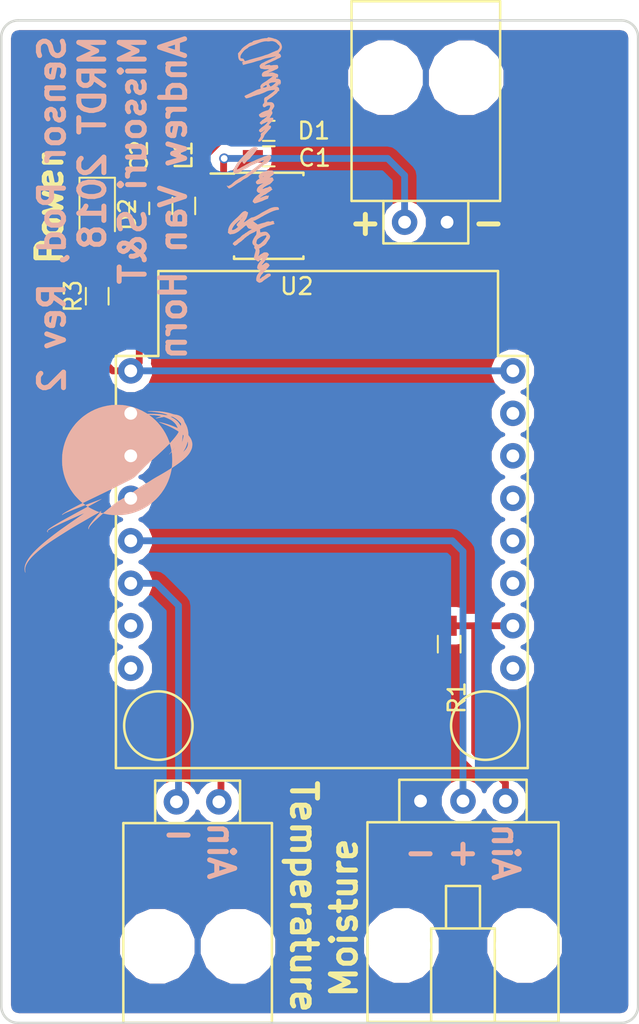
<source format=kicad_pcb>
(kicad_pcb (version 4) (host pcbnew 4.0.7)

  (general
    (links 27)
    (no_connects 0)
    (area 165.024999 81.712999 203.275001 141.807001)
    (thickness 1.6)
    (drawings 19)
    (tracks 51)
    (zones 0)
    (modules 14)
    (nets 9)
  )

  (page A4)
  (layers
    (0 F.Cu signal)
    (31 B.Cu signal)
    (32 B.Adhes user)
    (33 F.Adhes user)
    (34 B.Paste user)
    (35 F.Paste user)
    (36 B.SilkS user)
    (37 F.SilkS user)
    (38 B.Mask user)
    (39 F.Mask user)
    (40 Dwgs.User user)
    (41 Cmts.User user)
    (42 Eco1.User user)
    (43 Eco2.User user)
    (44 Edge.Cuts user)
    (45 Margin user)
    (46 B.CrtYd user)
    (47 F.CrtYd user)
    (48 B.Fab user)
    (49 F.Fab user)
  )

  (setup
    (last_trace_width 0.25)
    (user_trace_width 0.254)
    (user_trace_width 0.4064)
    (trace_clearance 0.2)
    (zone_clearance 0.508)
    (zone_45_only no)
    (trace_min 0.2)
    (segment_width 0.2)
    (edge_width 0.15)
    (via_size 0.6)
    (via_drill 0.4)
    (via_min_size 0.4)
    (via_min_drill 0.3)
    (uvia_size 0.3)
    (uvia_drill 0.1)
    (uvias_allowed no)
    (uvia_min_size 0.2)
    (uvia_min_drill 0.1)
    (pcb_text_width 0.3)
    (pcb_text_size 1.5 1.5)
    (mod_edge_width 0.15)
    (mod_text_size 1 1)
    (mod_text_width 0.15)
    (pad_size 1.524 1.524)
    (pad_drill 0.762)
    (pad_to_mask_clearance 0.2)
    (aux_axis_origin 0 0)
    (visible_elements 7FFEFFFF)
    (pcbplotparams
      (layerselection 0x010f0_80000001)
      (usegerberextensions false)
      (excludeedgelayer true)
      (linewidth 0.100000)
      (plotframeref false)
      (viasonmask false)
      (mode 1)
      (useauxorigin false)
      (hpglpennumber 1)
      (hpglpenspeed 20)
      (hpglpendiameter 15)
      (hpglpenoverlay 2)
      (psnegative false)
      (psa4output false)
      (plotreference true)
      (plotvalue true)
      (plotinvisibletext false)
      (padsonsilk false)
      (subtractmaskfromsilk false)
      (outputformat 1)
      (mirror false)
      (drillshape 0)
      (scaleselection 1)
      (outputdirectory Gerbs/))
  )

  (net 0 "")
  (net 1 "Net-(C1-Pad1)")
  (net 2 /+3V3)
  (net 3 "Net-(D1-Pad1)")
  (net 4 /Ain)
  (net 5 /D1)
  (net 6 /GND)
  (net 7 "Net-(D2-Pad2)")
  (net 8 /D2)

  (net_class Default "This is the default net class."
    (clearance 0.2)
    (trace_width 0.25)
    (via_dia 0.6)
    (via_drill 0.4)
    (uvia_dia 0.3)
    (uvia_drill 0.1)
    (add_net /+3V3)
    (add_net /Ain)
    (add_net /D1)
    (add_net /D2)
    (add_net /GND)
    (add_net "Net-(C1-Pad1)")
    (add_net "Net-(D1-Pad1)")
    (add_net "Net-(D2-Pad2)")
  )

  (module Capacitors_SMD:C_0603_HandSoldering (layer F.Cu) (tedit 58AA848B) (tstamp 5AB47387)
    (at 181.102 89.916)
    (descr "Capacitor SMD 0603, hand soldering")
    (tags "capacitor 0603")
    (path /5AB476D8)
    (attr smd)
    (fp_text reference C1 (at 2.7432 0.1016) (layer F.SilkS)
      (effects (font (size 1 1) (thickness 0.15)))
    )
    (fp_text value 10uF (at 0 1.5) (layer F.Fab)
      (effects (font (size 1 1) (thickness 0.15)))
    )
    (fp_text user %R (at 2.794 0.0508) (layer F.Fab)
      (effects (font (size 1 1) (thickness 0.15)))
    )
    (fp_line (start -0.8 0.4) (end -0.8 -0.4) (layer F.Fab) (width 0.1))
    (fp_line (start 0.8 0.4) (end -0.8 0.4) (layer F.Fab) (width 0.1))
    (fp_line (start 0.8 -0.4) (end 0.8 0.4) (layer F.Fab) (width 0.1))
    (fp_line (start -0.8 -0.4) (end 0.8 -0.4) (layer F.Fab) (width 0.1))
    (fp_line (start -0.35 -0.6) (end 0.35 -0.6) (layer F.SilkS) (width 0.12))
    (fp_line (start 0.35 0.6) (end -0.35 0.6) (layer F.SilkS) (width 0.12))
    (fp_line (start -1.8 -0.65) (end 1.8 -0.65) (layer F.CrtYd) (width 0.05))
    (fp_line (start -1.8 -0.65) (end -1.8 0.65) (layer F.CrtYd) (width 0.05))
    (fp_line (start 1.8 0.65) (end 1.8 -0.65) (layer F.CrtYd) (width 0.05))
    (fp_line (start 1.8 0.65) (end -1.8 0.65) (layer F.CrtYd) (width 0.05))
    (pad 1 smd rect (at -0.95 0) (size 1.2 0.75) (layers F.Cu F.Paste F.Mask)
      (net 1 "Net-(C1-Pad1)"))
    (pad 2 smd rect (at 0.95 0) (size 1.2 0.75) (layers F.Cu F.Paste F.Mask)
      (net 6 /GND))
    (model Capacitors_SMD.3dshapes/C_0603.wrl
      (at (xyz 0 0 0))
      (scale (xyz 1 1 1))
      (rotate (xyz 0 0 0))
    )
  )

  (module Capacitors_SMD:C_0603_HandSoldering (layer F.Cu) (tedit 58AA848B) (tstamp 5AB4738D)
    (at 173.355 93.0275 270)
    (descr "Capacitor SMD 0603, hand soldering")
    (tags "capacitor 0603")
    (path /5AB4768B)
    (attr smd)
    (fp_text reference C2 (at -3.109 0 270) (layer F.SilkS)
      (effects (font (size 1 1) (thickness 0.15)))
    )
    (fp_text value 10uF (at 0 1.5 270) (layer F.Fab)
      (effects (font (size 1 1) (thickness 0.15)))
    )
    (fp_text user %R (at 0 -1.25 270) (layer F.Fab)
      (effects (font (size 1 1) (thickness 0.15)))
    )
    (fp_line (start -0.8 0.4) (end -0.8 -0.4) (layer F.Fab) (width 0.1))
    (fp_line (start 0.8 0.4) (end -0.8 0.4) (layer F.Fab) (width 0.1))
    (fp_line (start 0.8 -0.4) (end 0.8 0.4) (layer F.Fab) (width 0.1))
    (fp_line (start -0.8 -0.4) (end 0.8 -0.4) (layer F.Fab) (width 0.1))
    (fp_line (start -0.35 -0.6) (end 0.35 -0.6) (layer F.SilkS) (width 0.12))
    (fp_line (start 0.35 0.6) (end -0.35 0.6) (layer F.SilkS) (width 0.12))
    (fp_line (start -1.8 -0.65) (end 1.8 -0.65) (layer F.CrtYd) (width 0.05))
    (fp_line (start -1.8 -0.65) (end -1.8 0.65) (layer F.CrtYd) (width 0.05))
    (fp_line (start 1.8 0.65) (end 1.8 -0.65) (layer F.CrtYd) (width 0.05))
    (fp_line (start 1.8 0.65) (end -1.8 0.65) (layer F.CrtYd) (width 0.05))
    (pad 1 smd rect (at -0.95 0 270) (size 1.2 0.75) (layers F.Cu F.Paste F.Mask)
      (net 6 /GND))
    (pad 2 smd rect (at 0.95 0 270) (size 1.2 0.75) (layers F.Cu F.Paste F.Mask)
      (net 2 /+3V3))
    (model Capacitors_SMD.3dshapes/C_0603.wrl
      (at (xyz 0 0 0))
      (scale (xyz 1 1 1))
      (rotate (xyz 0 0 0))
    )
  )

  (module Inductors_SMD:L_0603_HandSoldering (layer F.Cu) (tedit 58307AEF) (tstamp 5AB4739D)
    (at 176.022 92.88 270)
    (descr "Resistor SMD 0603, hand soldering")
    (tags "resistor 0603")
    (path /5AB44CF9)
    (attr smd)
    (fp_text reference L1 (at -3.0275 0 270) (layer F.SilkS)
      (effects (font (size 1 1) (thickness 0.15)))
    )
    (fp_text value 47uH (at 0 1.9 270) (layer F.Fab)
      (effects (font (size 1 1) (thickness 0.15)))
    )
    (fp_text user %R (at 0 0 270) (layer F.Fab)
      (effects (font (size 0.4 0.4) (thickness 0.075)))
    )
    (fp_line (start -0.8 0.4) (end -0.8 -0.4) (layer F.Fab) (width 0.1))
    (fp_line (start 0.8 0.4) (end -0.8 0.4) (layer F.Fab) (width 0.1))
    (fp_line (start 0.8 -0.4) (end 0.8 0.4) (layer F.Fab) (width 0.1))
    (fp_line (start -0.8 -0.4) (end 0.8 -0.4) (layer F.Fab) (width 0.1))
    (fp_line (start -2 -0.8) (end 2 -0.8) (layer F.CrtYd) (width 0.05))
    (fp_line (start -2 0.8) (end 2 0.8) (layer F.CrtYd) (width 0.05))
    (fp_line (start -2 -0.8) (end -2 0.8) (layer F.CrtYd) (width 0.05))
    (fp_line (start 2 -0.8) (end 2 0.8) (layer F.CrtYd) (width 0.05))
    (fp_line (start 0.5 0.68) (end -0.5 0.68) (layer F.SilkS) (width 0.12))
    (fp_line (start -0.5 -0.68) (end 0.5 -0.68) (layer F.SilkS) (width 0.12))
    (pad 1 smd rect (at -1.1 0 270) (size 1.2 0.9) (layers F.Cu F.Paste F.Mask)
      (net 3 "Net-(D1-Pad1)"))
    (pad 2 smd rect (at 1.1 0 270) (size 1.2 0.9) (layers F.Cu F.Paste F.Mask)
      (net 2 /+3V3))
    (model ${KISYS3DMOD}/Inductors_SMD.3dshapes/L_0603.wrl
      (at (xyz 0 0 0))
      (scale (xyz 1 1 1))
      (rotate (xyz 0 0 0))
    )
  )

  (module Resistors_SMD:R_0603_HandSoldering (layer F.Cu) (tedit 58E0A804) (tstamp 5AB473A3)
    (at 191.897 119.083 90)
    (descr "Resistor SMD 0603, hand soldering")
    (tags "resistor 0603")
    (path /5AB45F03)
    (attr smd)
    (fp_text reference R1 (at -3.2004 0.4572 90) (layer F.SilkS)
      (effects (font (size 1 1) (thickness 0.15)))
    )
    (fp_text value 4.7K (at 0 1.55 90) (layer F.Fab)
      (effects (font (size 1 1) (thickness 0.15)))
    )
    (fp_text user %R (at 0 0 90) (layer F.Fab)
      (effects (font (size 0.4 0.4) (thickness 0.075)))
    )
    (fp_line (start -0.8 0.4) (end -0.8 -0.4) (layer F.Fab) (width 0.1))
    (fp_line (start 0.8 0.4) (end -0.8 0.4) (layer F.Fab) (width 0.1))
    (fp_line (start 0.8 -0.4) (end 0.8 0.4) (layer F.Fab) (width 0.1))
    (fp_line (start -0.8 -0.4) (end 0.8 -0.4) (layer F.Fab) (width 0.1))
    (fp_line (start 0.5 0.68) (end -0.5 0.68) (layer F.SilkS) (width 0.12))
    (fp_line (start -0.5 -0.68) (end 0.5 -0.68) (layer F.SilkS) (width 0.12))
    (fp_line (start -1.96 -0.7) (end 1.95 -0.7) (layer F.CrtYd) (width 0.05))
    (fp_line (start -1.96 -0.7) (end -1.96 0.7) (layer F.CrtYd) (width 0.05))
    (fp_line (start 1.95 0.7) (end 1.95 -0.7) (layer F.CrtYd) (width 0.05))
    (fp_line (start 1.95 0.7) (end -1.96 0.7) (layer F.CrtYd) (width 0.05))
    (pad 1 smd rect (at -1.1 0 90) (size 1.2 0.9) (layers F.Cu F.Paste F.Mask)
      (net 6 /GND))
    (pad 2 smd rect (at 1.1 0 90) (size 1.2 0.9) (layers F.Cu F.Paste F.Mask)
      (net 4 /Ain))
    (model ${KISYS3DMOD}/Resistors_SMD.3dshapes/R_0603.wrl
      (at (xyz 0 0 0))
      (scale (xyz 1 1 1))
      (rotate (xyz 0 0 0))
    )
  )

  (module MRDT_Connectors:MOLEX_SL_2 (layer F.Cu) (tedit 5AB461F9) (tstamp 5AB473AB)
    (at 190.5 93.853)
    (path /5AB43EFC)
    (fp_text reference U1 (at 0 2.54) (layer F.SilkS) hide
      (effects (font (size 1 1) (thickness 0.15)))
    )
    (fp_text value Molex_SL_2 (at 1.27 2.286) (layer F.Fab)
      (effects (font (size 1 1) (thickness 0.15)))
    )
    (fp_line (start -4.445 -1.27) (end 4.445 -1.27) (layer F.SilkS) (width 0.15))
    (fp_line (start 4.445 -1.27) (end 4.445 -13.208) (layer F.SilkS) (width 0.15))
    (fp_line (start 2.54 1.27) (end -2.54 1.27) (layer F.SilkS) (width 0.15))
    (fp_line (start -4.445 -13.208) (end 4.445 -13.208) (layer F.SilkS) (width 0.15))
    (fp_line (start -4.445 -1.27) (end -4.445 -13.208) (layer F.SilkS) (width 0.15))
    (fp_line (start 2.54 -1.27) (end 2.54 1.27) (layer F.SilkS) (width 0.15))
    (fp_line (start -2.54 1.27) (end -2.54 -1.27) (layer F.SilkS) (width 0.15))
    (pad "" np_thru_hole circle (at -2.415 -8.64) (size 3.45 3.45) (drill 3.45) (layers *.Cu *.Mask))
    (pad 1 thru_hole circle (at -1.27 0) (size 1.524 1.524) (drill 0.762) (layers *.Cu *.Mask)
      (net 1 "Net-(C1-Pad1)"))
    (pad 2 thru_hole circle (at 1.27 0) (size 1.524 1.524) (drill 0.762) (layers *.Cu *.Mask)
      (net 6 /GND))
    (pad "" np_thru_hole circle (at 2.413 -8.636) (size 3.45 3.45) (drill 3.45) (layers *.Cu *.Mask))
  )

  (module Housings_SOIC:HTSOP-8-1EP_3.9x4.9mm_Pitch1.27mm (layer F.Cu) (tedit 5AB464F2) (tstamp 5AB473BB)
    (at 181.102 93.472)
    (tags "HTSOP 1.27")
    (path /5AB44B00)
    (attr smd)
    (fp_text reference U2 (at 1.6764 4.2164) (layer F.SilkS)
      (effects (font (size 1 1) (thickness 0.15)))
    )
    (fp_text value AP1059 (at 0 3.5) (layer F.Fab)
      (effects (font (size 1 1) (thickness 0.15)))
    )
    (fp_text user %R (at 0 0) (layer F.Fab)
      (effects (font (size 0.9 0.9) (thickness 0.135)))
    )
    (fp_line (start -0.95 -2.45) (end 1.95 -2.45) (layer F.Fab) (width 0.15))
    (fp_line (start 1.95 -2.45) (end 1.95 2.45) (layer F.Fab) (width 0.15))
    (fp_line (start 1.95 2.45) (end -1.95 2.45) (layer F.Fab) (width 0.15))
    (fp_line (start -1.95 2.45) (end -1.95 -1.45) (layer F.Fab) (width 0.15))
    (fp_line (start -1.95 -1.45) (end -0.95 -2.45) (layer F.Fab) (width 0.15))
    (fp_line (start -3.75 -2.75) (end -3.75 2.75) (layer F.CrtYd) (width 0.05))
    (fp_line (start 3.75 -2.75) (end 3.75 2.75) (layer F.CrtYd) (width 0.05))
    (fp_line (start -3.75 -2.75) (end 3.75 -2.75) (layer F.CrtYd) (width 0.05))
    (fp_line (start -3.75 2.75) (end 3.75 2.75) (layer F.CrtYd) (width 0.05))
    (fp_line (start -2.075 -2.575) (end -2.075 -2.525) (layer F.SilkS) (width 0.15))
    (fp_line (start 2.075 -2.575) (end 2.075 -2.43) (layer F.SilkS) (width 0.15))
    (fp_line (start 2.075 2.575) (end 2.075 2.43) (layer F.SilkS) (width 0.15))
    (fp_line (start -2.075 2.575) (end -2.075 2.43) (layer F.SilkS) (width 0.15))
    (fp_line (start -2.075 -2.575) (end 2.075 -2.575) (layer F.SilkS) (width 0.15))
    (fp_line (start -2.075 2.575) (end 2.075 2.575) (layer F.SilkS) (width 0.15))
    (fp_line (start -2.075 -2.525) (end -3.475 -2.525) (layer F.SilkS) (width 0.15))
    (pad 1 smd rect (at -2.7 -1.905) (size 1.55 0.6) (layers F.Cu F.Paste F.Mask)
      (net 1 "Net-(C1-Pad1)"))
    (pad 2 smd rect (at -2.7 -0.635) (size 1.55 0.6) (layers F.Cu F.Paste F.Mask)
      (net 3 "Net-(D1-Pad1)"))
    (pad 3 smd rect (at -2.7 0.635) (size 1.55 0.6) (layers F.Cu F.Paste F.Mask)
      (net 2 /+3V3))
    (pad 4 smd rect (at -2.7 1.905) (size 1.55 0.6) (layers F.Cu F.Paste F.Mask)
      (net 6 /GND))
    (pad 5 smd rect (at 2.7 1.905) (size 1.55 0.6) (layers F.Cu F.Paste F.Mask)
      (net 6 /GND))
    (pad 6 smd rect (at 2.7 0.635) (size 1.55 0.6) (layers F.Cu F.Paste F.Mask)
      (net 6 /GND))
    (pad 7 smd rect (at 2.7 -0.635) (size 1.55 0.6) (layers F.Cu F.Paste F.Mask)
      (net 6 /GND))
    (pad 8 smd rect (at 2.7 -1.905) (size 1.55 0.6) (layers F.Cu F.Paste F.Mask)
      (net 6 /GND))
    (pad 9 smd rect (at 0.6 0.8) (size 1.2 1.6) (layers F.Cu F.Paste F.Mask)
      (solder_paste_margin_ratio -0.2))
    (pad 9 smd rect (at 0.6 -0.8) (size 1.2 1.6) (layers F.Cu F.Paste F.Mask)
      (solder_paste_margin_ratio -0.2))
    (pad 9 smd rect (at -0.6 0.8) (size 1.2 1.6) (layers F.Cu F.Paste F.Mask)
      (solder_paste_margin_ratio -0.2))
    (pad 9 smd rect (at -0.6 -0.8) (size 1.2 1.6) (layers F.Cu F.Paste F.Mask)
      (solder_paste_margin_ratio -0.2))
    (model ${KISYS3DMOD}/Housings_SOIC.3dshapes/HTSOP-8-1EP_3.9x4.9mm_Pitch1.27mm.wrl
      (at (xyz 0 0 0))
      (scale (xyz 1 1 1))
      (rotate (xyz 0 0 0))
    )
  )

  (module MRDT_Connectors:MOLEX_SL_3 (layer F.Cu) (tedit 5AAD7709) (tstamp 5AB473E2)
    (at 192.7225 128.4605 180)
    (path /5AB45D3D)
    (fp_text reference U4 (at -1.27 2.54 180) (layer F.SilkS) hide
      (effects (font (size 1 1) (thickness 0.15)))
    )
    (fp_text value Molex_SL_3 (at 0 2.286 180) (layer F.Fab)
      (effects (font (size 1 1) (thickness 0.15)))
    )
    (fp_line (start -5.715 -1.27) (end 5.715 -1.27) (layer F.SilkS) (width 0.15))
    (fp_line (start 5.715 -1.27) (end 5.715 -13.208) (layer F.SilkS) (width 0.15))
    (fp_line (start 1.905 -7.62) (end -1.905 -7.62) (layer F.SilkS) (width 0.15))
    (fp_line (start -1.016 -5.08) (end 1.016 -5.08) (layer F.SilkS) (width 0.15))
    (fp_line (start 3.81 1.27) (end -3.81 1.27) (layer F.SilkS) (width 0.15))
    (fp_line (start -5.715 -13.208) (end 5.715 -13.208) (layer F.SilkS) (width 0.15))
    (fp_line (start 1.016 -7.62) (end 1.016 -5.08) (layer F.SilkS) (width 0.15))
    (fp_line (start 1.905 -13.208) (end 1.905 -7.62) (layer F.SilkS) (width 0.15))
    (fp_line (start -1.905 -13.208) (end -1.905 -12.7) (layer F.SilkS) (width 0.15))
    (fp_line (start -5.715 -1.27) (end -5.715 -13.208) (layer F.SilkS) (width 0.15))
    (fp_line (start -1.905 -8.89) (end -1.905 -7.62) (layer F.SilkS) (width 0.15))
    (fp_line (start -1.905 -8.89) (end -1.905 -12.7) (layer F.SilkS) (width 0.15))
    (fp_line (start -1.016 -7.62) (end -1.016 -5.08) (layer F.SilkS) (width 0.15))
    (fp_line (start 3.81 -1.27) (end 3.81 1.27) (layer F.SilkS) (width 0.15))
    (fp_line (start -3.81 1.27) (end -3.81 -1.27) (layer F.SilkS) (width 0.15))
    (pad "" np_thru_hole circle (at -3.685 -8.64 180) (size 3.45 3.45) (drill 3.45) (layers *.Cu *.Mask))
    (pad 1 thru_hole circle (at -2.54 0 180) (size 1.524 1.524) (drill 0.762) (layers *.Cu *.Mask)
      (net 4 /Ain))
    (pad 2 thru_hole circle (at 0 0 180) (size 1.524 1.524) (drill 0.762) (layers *.Cu *.Mask)
      (net 8 /D2))
    (pad 3 thru_hole circle (at 2.54 0 180) (size 1.524 1.524) (drill 0.762) (layers *.Cu *.Mask)
      (net 6 /GND))
    (pad "" np_thru_hole circle (at 3.685 -8.64 180) (size 3.45 3.45) (drill 3.45) (layers *.Cu *.Mask))
  )

  (module Capacitors_SMD:C_0603_HandSoldering (layer F.Cu) (tedit 58AA848B) (tstamp 5AB47EF1)
    (at 181.102 88.392)
    (descr "Capacitor SMD 0603, hand soldering")
    (tags "capacitor 0603")
    (path /5AB4520F)
    (attr smd)
    (fp_text reference D1 (at 2.6924 0) (layer F.SilkS)
      (effects (font (size 1 1) (thickness 0.15)))
    )
    (fp_text value D_Schottky (at 0 1.5) (layer F.Fab)
      (effects (font (size 1 1) (thickness 0.15)))
    )
    (fp_text user %R (at 2.7432 0) (layer F.Fab)
      (effects (font (size 1 1) (thickness 0.15)))
    )
    (fp_line (start -0.8 0.4) (end -0.8 -0.4) (layer F.Fab) (width 0.1))
    (fp_line (start 0.8 0.4) (end -0.8 0.4) (layer F.Fab) (width 0.1))
    (fp_line (start 0.8 -0.4) (end 0.8 0.4) (layer F.Fab) (width 0.1))
    (fp_line (start -0.8 -0.4) (end 0.8 -0.4) (layer F.Fab) (width 0.1))
    (fp_line (start -0.35 -0.6) (end 0.35 -0.6) (layer F.SilkS) (width 0.12))
    (fp_line (start 0.35 0.6) (end -0.35 0.6) (layer F.SilkS) (width 0.12))
    (fp_line (start -1.8 -0.65) (end 1.8 -0.65) (layer F.CrtYd) (width 0.05))
    (fp_line (start -1.8 -0.65) (end -1.8 0.65) (layer F.CrtYd) (width 0.05))
    (fp_line (start 1.8 0.65) (end 1.8 -0.65) (layer F.CrtYd) (width 0.05))
    (fp_line (start 1.8 0.65) (end -1.8 0.65) (layer F.CrtYd) (width 0.05))
    (pad 1 smd rect (at -0.95 0) (size 1.2 0.75) (layers F.Cu F.Paste F.Mask)
      (net 3 "Net-(D1-Pad1)"))
    (pad 2 smd rect (at 0.95 0) (size 1.2 0.75) (layers F.Cu F.Paste F.Mask)
      (net 6 /GND))
    (model Capacitors_SMD.3dshapes/C_0603.wrl
      (at (xyz 0 0 0))
      (scale (xyz 1 1 1))
      (rotate (xyz 0 0 0))
    )
  )

  (module MRDT_Shields:ESP_8266_Breakout_Small (layer F.Cu) (tedit 5AB463C7) (tstamp 5AB47F0F)
    (at 171.958 101.854)
    (path /5AB45AFC)
    (fp_text reference U3 (at 2.032 25.4) (layer F.SilkS) hide
      (effects (font (size 1 1) (thickness 0.15)))
    )
    (fp_text value ESP_8266_Breakout_Small (at 12.7 1.016) (layer F.Fab)
      (effects (font (size 1 1) (thickness 0.15)))
    )
    (fp_circle (center 22.098 22.098) (end 21.082 23.876) (layer F.SilkS) (width 0.15))
    (fp_circle (center 2.54 22.098) (end 1.524 23.876) (layer F.SilkS) (width 0.15))
    (fp_line (start 22.86 0) (end 24.638 0) (layer F.SilkS) (width 0.15))
    (fp_line (start 0 0) (end 2.54 0) (layer F.SilkS) (width 0.15))
    (fp_line (start 2.54 -5.08) (end 22.86 -5.08) (layer F.SilkS) (width 0.15))
    (fp_line (start 2.54 0) (end 2.54 -5.08) (layer F.SilkS) (width 0.15))
    (fp_line (start 22.86 -5.08) (end 22.86 0) (layer F.SilkS) (width 0.15))
    (fp_line (start 24.638 0) (end 24.638 24.638) (layer F.SilkS) (width 0.15))
    (fp_line (start 24.638 24.638) (end 0 24.638) (layer F.SilkS) (width 0.15))
    (fp_line (start 0 24.638) (end 0 0) (layer F.SilkS) (width 0.15))
    (pad 1 thru_hole circle (at 0.889 0.889) (size 1.524 1.524) (drill 0.762) (layers *.Cu *.Mask)
      (net 2 /+3V3))
    (pad 2 thru_hole circle (at 0.889 3.429) (size 1.524 1.524) (drill 0.762) (layers *.Cu *.Mask)
      (net 6 /GND))
    (pad 3 thru_hole circle (at 0.889 5.969) (size 1.524 1.524) (drill 0.762) (layers *.Cu *.Mask))
    (pad 4 thru_hole circle (at 0.889 8.509) (size 1.524 1.524) (drill 0.762) (layers *.Cu *.Mask))
    (pad 5 thru_hole circle (at 0.889 11.049) (size 1.524 1.524) (drill 0.762) (layers *.Cu *.Mask)
      (net 8 /D2))
    (pad 6 thru_hole circle (at 0.889 13.589) (size 1.524 1.524) (drill 0.762) (layers *.Cu *.Mask)
      (net 5 /D1))
    (pad 7 thru_hole circle (at 0.889 16.129) (size 1.524 1.524) (drill 0.762) (layers *.Cu *.Mask))
    (pad 8 thru_hole circle (at 0.889 18.669) (size 1.524 1.524) (drill 0.762) (layers *.Cu *.Mask))
    (pad 9 thru_hole circle (at 23.749 0.889) (size 1.524 1.524) (drill 0.762) (layers *.Cu *.Mask)
      (net 2 /+3V3))
    (pad 10 thru_hole circle (at 23.749 3.429) (size 1.524 1.524) (drill 0.762) (layers *.Cu *.Mask))
    (pad 11 thru_hole circle (at 23.749 5.969) (size 1.524 1.524) (drill 0.762) (layers *.Cu *.Mask))
    (pad 12 thru_hole circle (at 23.749 8.509) (size 1.524 1.524) (drill 0.762) (layers *.Cu *.Mask))
    (pad 13 thru_hole circle (at 23.749 11.049) (size 1.524 1.524) (drill 0.762) (layers *.Cu *.Mask))
    (pad 14 thru_hole circle (at 23.749 13.589) (size 1.524 1.524) (drill 0.762) (layers *.Cu *.Mask))
    (pad 15 thru_hole circle (at 23.749 16.129) (size 1.524 1.524) (drill 0.762) (layers *.Cu *.Mask)
      (net 4 /Ain))
    (pad 16 thru_hole circle (at 23.749 18.669) (size 1.524 1.524) (drill 0.762) (layers *.Cu *.Mask))
  )

  (module MRDT_Silkscreens:Andrew_Van_Horn_Sig_15mm (layer B.Cu) (tedit 5AAFF5D6) (tstamp 5AB831F9)
    (at 180.1495 90.043 270)
    (fp_text reference G*** (at 0 -2.413 270) (layer B.Fab) hide
      (effects (font (size 0.5 0.5) (thickness 0.125)) (justify mirror))
    )
    (fp_text value LOGO (at 0 1.778 270) (layer B.Fab) hide
      (effects (font (size 0.5 0.5) (thickness 0.125)) (justify mirror))
    )
    (fp_poly (pts (xy -6.152213 0.877709) (xy -6.044741 0.866832) (xy -5.959846 0.845394) (xy -5.89585 0.812345)
      (xy -5.851076 0.766632) (xy -5.823846 0.707205) (xy -5.815508 0.66661) (xy -5.805353 0.605438)
      (xy -5.7947 0.569796) (xy -5.783116 0.559162) (xy -5.770164 0.573014) (xy -5.759285 0.59918)
      (xy -5.743018 0.628432) (xy -5.717791 0.638098) (xy -5.712421 0.638256) (xy -5.686396 0.632273)
      (xy -5.679179 0.612974) (xy -5.671484 0.585192) (xy -5.651458 0.578907) (xy -5.626176 0.593482)
      (xy -5.604589 0.609002) (xy -5.594263 0.605075) (xy -5.594799 0.580226) (xy -5.605797 0.532981)
      (xy -5.607816 0.525681) (xy -5.631906 0.439034) (xy -5.650492 0.370495) (xy -5.665362 0.313165)
      (xy -5.678306 0.260141) (xy -5.69111 0.204523) (xy -5.691701 0.201897) (xy -5.721729 0.078275)
      (xy -5.755691 -0.040307) (xy -5.795831 -0.16282) (xy -5.816913 -0.229627) (xy -5.837722 -0.304539)
      (xy -5.853729 -0.371231) (xy -5.868739 -0.430525) (xy -5.88756 -0.488914) (xy -5.90632 -0.534492)
      (xy -5.907746 -0.537314) (xy -5.925907 -0.576059) (xy -5.937479 -0.607606) (xy -5.939692 -0.619183)
      (xy -5.946241 -0.645264) (xy -5.957485 -0.668022) (xy -5.965319 -0.686632) (xy -5.975185 -0.721089)
      (xy -5.987438 -0.773072) (xy -6.002435 -0.84426) (xy -6.020531 -0.936331) (xy -6.04208 -1.050964)
      (xy -6.064269 -1.172308) (xy -6.075126 -1.227688) (xy -6.086262 -1.277024) (xy -6.095696 -1.311728)
      (xy -6.097825 -1.317816) (xy -6.106203 -1.351999) (xy -6.106188 -1.376431) (xy -6.097916 -1.384215)
      (xy -6.082702 -1.370222) (xy -6.06225 -1.337248) (xy -6.038265 -1.288091) (xy -6.012453 -1.225548)
      (xy -6.009548 -1.217897) (xy -5.989538 -1.16931) (xy -5.969348 -1.127654) (xy -5.953171 -1.101534)
      (xy -5.952435 -1.100667) (xy -5.930525 -1.067079) (xy -5.920044 -1.042051) (xy -5.90957 -1.013127)
      (xy -5.892013 -0.970691) (xy -5.874528 -0.931333) (xy -5.848649 -0.874826) (xy -5.820807 -0.813787)
      (xy -5.80523 -0.779506) (xy -5.786017 -0.739719) (xy -5.769672 -0.710405) (xy -5.760997 -0.699136)
      (xy -5.751148 -0.68464) (xy -5.734893 -0.652333) (xy -5.715411 -0.608629) (xy -5.711415 -0.599104)
      (xy -5.684372 -0.541269) (xy -5.655857 -0.499116) (xy -5.618929 -0.462855) (xy -5.609093 -0.454781)
      (xy -5.572674 -0.427895) (xy -5.542115 -0.40942) (xy -5.526395 -0.403795) (xy -5.501541 -0.409285)
      (xy -5.46192 -0.423631) (xy -5.415864 -0.443644) (xy -5.392615 -0.454988) (xy -5.378964 -0.47422)
      (xy -5.367358 -0.513891) (xy -5.362626 -0.541827) (xy -5.354377 -0.592613) (xy -5.344485 -0.639996)
      (xy -5.338496 -0.662411) (xy -5.332451 -0.70035) (xy -5.330538 -0.759689) (xy -5.332867 -0.83609)
      (xy -5.333743 -0.851283) (xy -5.337336 -0.913699) (xy -5.338683 -0.953618) (xy -5.337445 -0.974523)
      (xy -5.333278 -0.979901) (xy -5.325842 -0.973234) (xy -5.322251 -0.968492) (xy -5.301888 -0.934958)
      (xy -5.277232 -0.886501) (xy -5.252247 -0.831905) (xy -5.230897 -0.779954) (xy -5.217144 -0.739433)
      (xy -5.215152 -0.731123) (xy -5.201016 -0.693073) (xy -5.182757 -0.665754) (xy -5.164546 -0.642041)
      (xy -5.158153 -0.626698) (xy -5.148172 -0.613059) (xy -5.122405 -0.591076) (xy -5.096976 -0.572762)
      (xy -5.0384 -0.543339) (xy -4.983776 -0.538547) (xy -4.929008 -0.558239) (xy -4.915801 -0.56632)
      (xy -4.903457 -0.575294) (xy -4.894561 -0.586112) (xy -4.888889 -0.602421) (xy -4.886214 -0.627869)
      (xy -4.88631 -0.666104) (xy -4.88895 -0.720774) (xy -4.89391 -0.795526) (xy -4.898023 -0.853179)
      (xy -4.905302 -0.954498) (xy -4.910796 -1.032795) (xy -4.914555 -1.091036) (xy -4.916632 -1.132185)
      (xy -4.917076 -1.159208) (xy -4.915941 -1.175069) (xy -4.913277 -1.182734) (xy -4.909135 -1.185167)
      (xy -4.903776 -1.185333) (xy -4.88599 -1.174543) (xy -4.878528 -1.160625) (xy -4.865128 -1.136591)
      (xy -4.840345 -1.10446) (xy -4.827382 -1.090001) (xy -4.794441 -1.050312) (xy -4.760694 -1.002473)
      (xy -4.747546 -0.981196) (xy -4.721612 -0.940454) (xy -4.695564 -0.905584) (xy -4.683315 -0.892153)
      (xy -4.666323 -0.871377) (xy -4.639643 -0.833252) (xy -4.617533 -0.799447) (xy -4.386466 -0.799447)
      (xy -4.369172 -0.826198) (xy -4.335364 -0.846477) (xy -4.302345 -0.84174) (xy -4.27345 -0.812896)
      (xy -4.265187 -0.79782) (xy -4.245973 -0.7438) (xy -4.236734 -0.688216) (xy -4.238126 -0.639409)
      (xy -4.250165 -0.606544) (xy -4.262184 -0.593216) (xy -4.271853 -0.59488) (xy -4.28388 -0.614953)
      (xy -4.295019 -0.639108) (xy -4.31843 -0.681573) (xy -4.346059 -0.718899) (xy -4.355307 -0.72845)
      (xy -4.383805 -0.765189) (xy -4.386466 -0.799447) (xy -4.617533 -0.799447) (xy -4.606724 -0.782922)
      (xy -4.571018 -0.725534) (xy -4.565437 -0.716307) (xy -4.514993 -0.635627) (xy -4.472137 -0.574727)
      (xy -4.433551 -0.529724) (xy -4.395922 -0.496738) (xy -4.357313 -0.47261) (xy -4.314465 -0.457562)
      (xy -4.270957 -0.454012) (xy -4.236832 -0.462313) (xy -4.228943 -0.468103) (xy -4.202869 -0.482593)
      (xy -4.180188 -0.471873) (xy -4.162164 -0.436696) (xy -4.159175 -0.42659) (xy -4.132279 -0.337905)
      (xy -4.100566 -0.250605) (xy -4.067593 -0.174009) (xy -4.048519 -0.136769) (xy -4.025645 -0.094145)
      (xy -3.994328 -0.033388) (xy -3.957252 0.040077) (xy -3.917101 0.120828) (xy -3.876558 0.203441)
      (xy -3.838308 0.282493) (xy -3.805035 0.352561) (xy -3.785838 0.394026) (xy -3.762963 0.439906)
      (xy -3.741774 0.474885) (xy -3.725789 0.493406) (xy -3.721929 0.494974) (xy -3.699908 0.487034)
      (xy -3.668743 0.46721) (xy -3.635947 0.441497) (xy -3.609032 0.41589) (xy -3.595512 0.396384)
      (xy -3.595076 0.39375) (xy -3.598384 0.367488) (xy -3.606685 0.326659) (xy -3.617551 0.281665)
      (xy -3.628551 0.242909) (xy -3.633807 0.227949) (xy -3.643671 0.199431) (xy -3.655886 0.158962)
      (xy -3.660201 0.14351) (xy -3.675895 0.095779) (xy -3.697267 0.042378) (xy -3.707225 0.020585)
      (xy -3.724747 -0.019206) (xy -3.73613 -0.051699) (xy -3.738555 -0.06431) (xy -3.743067 -0.090537)
      (xy -3.753791 -0.12712) (xy -3.767011 -0.163122) (xy -3.779012 -0.187608) (xy -3.781534 -0.190799)
      (xy -3.788651 -0.209711) (xy -3.790461 -0.229351) (xy -3.795601 -0.256065) (xy -3.803487 -0.267026)
      (xy -3.812382 -0.28439) (xy -3.816481 -0.315795) (xy -3.816512 -0.318841) (xy -3.822292 -0.362258)
      (xy -3.834868 -0.399483) (xy -3.84817 -0.430558) (xy -3.865394 -0.476571) (xy -3.882805 -0.527538)
      (xy -3.90304 -0.583183) (xy -3.930373 -0.649578) (xy -3.959692 -0.714459) (xy -3.966945 -0.729436)
      (xy -3.995997 -0.788873) (xy -4.016203 -0.832258) (xy -4.030429 -0.866807) (xy -4.041541 -0.899738)
      (xy -4.052404 -0.938269) (xy -4.057459 -0.957385) (xy -4.065625 -0.995316) (xy -4.074336 -1.046837)
      (xy -4.082918 -1.106254) (xy -4.090696 -1.167876) (xy -4.096997 -1.226012) (xy -4.101148 -1.274968)
      (xy -4.102473 -1.309055) (xy -4.100668 -1.32234) (xy -4.08217 -1.323323) (xy -4.051638 -1.301986)
      (xy -4.00956 -1.258852) (xy -3.956423 -1.194445) (xy -3.892717 -1.10929) (xy -3.862102 -1.066292)
      (xy -3.825295 -1.015218) (xy -3.782594 -0.957811) (xy -3.75018 -0.915462) (xy -3.716031 -0.867087)
      (xy -3.68549 -0.81595) (xy -3.666362 -0.775908) (xy -3.643473 -0.730697) (xy -3.612766 -0.701023)
      (xy -3.569752 -0.68497) (xy -3.509938 -0.68062) (xy -3.450901 -0.683925) (xy -3.379172 -0.686678)
      (xy -3.328148 -0.679583) (xy -3.294067 -0.661747) (xy -3.278557 -0.642867) (xy -3.247394 -0.613099)
      (xy -3.202177 -0.596309) (xy -3.153075 -0.595892) (xy -3.144023 -0.597978) (xy -3.094331 -0.621436)
      (xy -3.066989 -0.656316) (xy -3.062654 -0.699619) (xy -3.081982 -0.748343) (xy -3.104596 -0.778244)
      (xy -3.145572 -0.842537) (xy -3.167696 -0.918406) (xy -3.168675 -0.994828) (xy -3.162001 -1.045298)
      (xy -3.098245 -1.037746) (xy -3.046468 -1.025676) (xy -2.992583 -1.003545) (xy -2.943215 -0.975236)
      (xy -2.904987 -0.944635) (xy -2.884521 -0.915623) (xy -2.883425 -0.911795) (xy -2.857928 -0.813851)
      (xy -2.825738 -0.716477) (xy -2.789177 -0.625161) (xy -2.750562 -0.54539) (xy -2.712215 -0.482652)
      (xy -2.690701 -0.455897) (xy -2.664517 -0.423791) (xy -2.645338 -0.394026) (xy -2.628388 -0.372135)
      (xy -2.604851 -0.366475) (xy -2.569311 -0.376888) (xy -2.539671 -0.390937) (xy -2.495938 -0.417602)
      (xy -2.468431 -0.447833) (xy -2.454366 -0.487754) (xy -2.450959 -0.54349) (xy -2.452584 -0.582524)
      (xy -2.459459 -0.64876) (xy -2.472935 -0.702692) (xy -2.496568 -0.757888) (xy -2.500713 -0.766142)
      (xy -2.520283 -0.80765) (xy -2.532533 -0.839717) (xy -2.535021 -0.855871) (xy -2.534721 -0.856287)
      (xy -2.524025 -0.856464) (xy -2.504731 -0.842406) (xy -2.475556 -0.812703) (xy -2.435218 -0.765944)
      (xy -2.382436 -0.70072) (xy -2.315927 -0.61562) (xy -2.315694 -0.615319) (xy -2.256527 -0.540215)
      (xy -2.209745 -0.484788) (xy -2.173088 -0.447172) (xy -2.144296 -0.425497) (xy -2.121108 -0.417896)
      (xy -2.101265 -0.422502) (xy -2.09095 -0.429568) (xy -2.070754 -0.455421) (xy -2.06419 -0.470099)
      (xy -2.049576 -0.490588) (xy -2.037635 -0.494974) (xy -2.023329 -0.497996) (xy -2.021731 -0.509773)
      (xy -2.033933 -0.534374) (xy -2.058288 -0.571832) (xy -2.080321 -0.607465) (xy -2.094396 -0.636215)
      (xy -2.097128 -0.646693) (xy -2.102825 -0.664911) (xy -2.118243 -0.700577) (xy -2.140869 -0.74814)
      (xy -2.162114 -0.790329) (xy -2.188015 -0.841669) (xy -2.208194 -0.883763) (xy -2.220381 -0.911731)
      (xy -2.222802 -0.920719) (xy -2.211226 -0.915456) (xy -2.184255 -0.897669) (xy -2.147056 -0.870828)
      (xy -2.135021 -0.861792) (xy -2.047198 -0.7856) (xy -1.967128 -0.697842) (xy -1.903017 -0.60761)
      (xy -1.89802 -0.599179) (xy -1.872824 -0.562235) (xy -1.835796 -0.515531) (xy -1.79374 -0.467509)
      (xy -1.780888 -0.453824) (xy -1.741099 -0.41301) (xy -1.713629 -0.388108) (xy -1.693145 -0.375872)
      (xy -1.674315 -0.373054) (xy -1.653257 -0.376113) (xy -1.616422 -0.390831) (xy -1.589133 -0.421964)
      (xy -1.58282 -0.432969) (xy -1.556974 -0.480798) (xy -1.594694 -0.552895) (xy -1.619765 -0.594843)
      (xy -1.645769 -0.629083) (xy -1.662415 -0.64465) (xy -1.690727 -0.669415) (xy -1.706359 -0.690359)
      (xy -1.713978 -0.711209) (xy -1.707068 -0.71586) (xy -1.688946 -0.707091) (xy -1.66293 -0.687679)
      (xy -1.632335 -0.660406) (xy -1.60048 -0.628048) (xy -1.570681 -0.593386) (xy -1.546255 -0.559198)
      (xy -1.542601 -0.553166) (xy -1.50591 -0.504456) (xy -1.465044 -0.479848) (xy -1.415845 -0.477394)
      (xy -1.391819 -0.482467) (xy -1.363353 -0.488635) (xy -1.339023 -0.487988) (xy -1.310908 -0.478592)
      (xy -1.271086 -0.458517) (xy -1.252871 -0.448585) (xy -1.203207 -0.419376) (xy -1.156594 -0.38873)
      (xy -1.123094 -0.363264) (xy -1.123008 -0.363189) (xy -1.078991 -0.333321) (xy -1.042801 -0.325933)
      (xy -1.016962 -0.340379) (xy -1.004001 -0.376017) (xy -1.002974 -0.393816) (xy -1.012263 -0.424376)
      (xy -1.036287 -0.463654) (xy -1.069281 -0.504294) (xy -1.10548 -0.538939) (xy -1.129974 -0.555869)
      (xy -1.157553 -0.573118) (xy -1.171781 -0.58621) (xy -1.172307 -0.587887) (xy -1.183187 -0.597454)
      (xy -1.211451 -0.614065) (xy -1.250535 -0.634511) (xy -1.293874 -0.655581) (xy -1.334904 -0.674066)
      (xy -1.367061 -0.686756) (xy -1.382318 -0.690587) (xy -1.400161 -0.699083) (xy -1.430286 -0.721233)
      (xy -1.466429 -0.752394) (xy -1.469338 -0.755086) (xy -1.517099 -0.798283) (xy -1.569785 -0.844097)
      (xy -1.606107 -0.874476) (xy -1.651256 -0.913295) (xy -1.702533 -0.960413) (xy -1.745251 -1.002059)
      (xy -1.781033 -1.035912) (xy -1.811395 -1.060254) (xy -1.830801 -1.07075) (xy -1.833026 -1.070776)
      (xy -1.856664 -1.073512) (xy -1.876418 -1.081517) (xy -1.911196 -1.08828) (xy -1.940989 -1.073142)
      (xy -1.961039 -1.040251) (xy -1.966871 -1.002674) (xy -1.968287 -0.974523) (xy -1.973811 -0.956579)
      (xy -1.985361 -0.949962) (xy -2.004853 -0.95579) (xy -2.034206 -0.975183) (xy -2.075335 -1.009257)
      (xy -2.130157 -1.059133) (xy -2.20059 -1.125928) (xy -2.235313 -1.159321) (xy -2.265001 -1.183602)
      (xy -2.290437 -1.197263) (xy -2.296416 -1.198359) (xy -2.319379 -1.205625) (xy -2.325076 -1.211385)
      (xy -2.344787 -1.222205) (xy -2.376213 -1.223524) (xy -2.407102 -1.216056) (xy -2.422048 -1.20574)
      (xy -2.430437 -1.182206) (xy -2.431692 -1.138572) (xy -2.428473 -1.095022) (xy -2.425066 -1.040716)
      (xy -2.428397 -1.010534) (xy -2.43906 -1.003281) (xy -2.457648 -1.017767) (xy -2.463507 -1.024531)
      (xy -2.488013 -1.045411) (xy -2.520461 -1.064388) (xy -2.578161 -1.093446) (xy -2.614578 -1.117032)
      (xy -2.633289 -1.137464) (xy -2.633342 -1.137559) (xy -2.651854 -1.150466) (xy -2.687116 -1.161699)
      (xy -2.710266 -1.165923) (xy -2.752284 -1.169896) (xy -2.779108 -1.165875) (xy -2.800908 -1.151822)
      (xy -2.806669 -1.146591) (xy -2.829492 -1.128156) (xy -2.848806 -1.126294) (xy -2.875602 -1.138159)
      (xy -2.908133 -1.157607) (xy -2.949474 -1.185712) (xy -2.974737 -1.204309) (xy -3.010807 -1.229436)
      (xy -3.040909 -1.246198) (xy -3.054625 -1.250462) (xy -3.071895 -1.256978) (xy -3.074051 -1.262452)
      (xy -3.085507 -1.276187) (xy -3.115198 -1.283101) (xy -3.156114 -1.282791) (xy -3.201239 -1.274852)
      (xy -3.215484 -1.270614) (xy -3.28026 -1.238524) (xy -3.326561 -1.190806) (xy -3.35483 -1.126389)
      (xy -3.36551 -1.044206) (xy -3.359046 -0.943185) (xy -3.357068 -0.929271) (xy -3.347009 -0.86208)
      (xy -3.398426 -0.853393) (xy -3.444103 -0.851754) (xy -3.480681 -0.861474) (xy -3.501472 -0.880182)
      (xy -3.503897 -0.890783) (xy -3.512092 -0.910678) (xy -3.532487 -0.93901) (xy -3.539717 -0.947314)
      (xy -3.563712 -0.97733) (xy -3.594967 -1.021326) (xy -3.627522 -1.070836) (xy -3.634153 -1.081444)
      (xy -3.673508 -1.140001) (xy -3.720644 -1.202926) (xy -3.765445 -1.256721) (xy -3.765992 -1.257328)
      (xy -3.803534 -1.300566) (xy -3.836774 -1.341737) (xy -3.859582 -1.373185) (xy -3.862461 -1.377817)
      (xy -3.887951 -1.408904) (xy -3.92485 -1.440978) (xy -3.940699 -1.45193) (xy -3.982621 -1.48168)
      (xy -4.021724 -1.514545) (xy -4.032282 -1.524883) (xy -4.053924 -1.549063) (xy -4.058002 -1.560211)
      (xy -4.046007 -1.563065) (xy -4.044293 -1.563077) (xy -4.028196 -1.56647) (xy -4.034791 -1.578156)
      (xy -4.053138 -1.586474) (xy -4.068096 -1.578108) (xy -4.094287 -1.569332) (xy -4.125459 -1.57081)
      (xy -4.178756 -1.56937) (xy -4.225818 -1.543202) (xy -4.265434 -1.493141) (xy -4.279879 -1.46447)
      (xy -4.297465 -1.426872) (xy -4.311295 -1.401221) (xy -4.317377 -1.393744) (xy -4.3275 -1.403769)
      (xy -4.338595 -1.42177) (xy -4.347201 -1.441522) (xy -4.34009 -1.444283) (xy -4.332541 -1.441717)
      (xy -4.316133 -1.437148) (xy -4.313205 -1.444775) (xy -4.322909 -1.469631) (xy -4.326499 -1.47757)
      (xy -4.338622 -1.499285) (xy -4.34884 -1.499088) (xy -4.356689 -1.489763) (xy -4.368218 -1.479261)
      (xy -4.381437 -1.48434) (xy -4.402376 -1.507796) (xy -4.406329 -1.512785) (xy -4.433184 -1.546281)
      (xy -4.45661 -1.574505) (xy -4.460806 -1.579359) (xy -4.476956 -1.607088) (xy -4.48082 -1.624862)
      (xy -4.473919 -1.630249) (xy -4.453007 -1.614482) (xy -4.422409 -1.582529) (xy -4.393365 -1.551981)
      (xy -4.372385 -1.533333) (xy -4.363818 -1.530427) (xy -4.363794 -1.530745) (xy -4.372277 -1.555179)
      (xy -4.393998 -1.588637) (xy -4.422563 -1.623017) (xy -4.451581 -1.650218) (xy -4.464912 -1.658928)
      (xy -4.506365 -1.670553) (xy -4.560759 -1.67394) (xy -4.617201 -1.669564) (xy -4.664802 -1.657902)
      (xy -4.681964 -1.649435) (xy -4.722112 -1.608934) (xy -4.75116 -1.550641) (xy -4.766063 -1.481536)
      (xy -4.767384 -1.453647) (xy -4.769242 -1.412976) (xy -4.774022 -1.384096) (xy -4.778417 -1.375437)
      (xy -4.793308 -1.379704) (xy -4.81749 -1.398552) (xy -4.827263 -1.4082) (xy -4.85015 -1.433831)
      (xy -4.856251 -1.448798) (xy -4.847538 -1.460509) (xy -4.842282 -1.464532) (xy -4.822431 -1.48315)
      (xy -4.826195 -1.4938) (xy -4.854453 -1.497821) (xy -4.864229 -1.497949) (xy -4.904936 -1.501325)
      (xy -4.939126 -1.509312) (xy -4.974724 -1.514108) (xy -4.997907 -1.509984) (xy -5.024812 -1.489464)
      (xy -5.049504 -1.454528) (xy -5.06493 -1.416355) (xy -5.066974 -1.400485) (xy -5.072144 -1.375873)
      (xy -5.081348 -1.350568) (xy -4.556654 -1.350568) (xy -4.551614 -1.377358) (xy -4.538265 -1.380038)
      (xy -4.517154 -1.359925) (xy -4.499753 -1.340106) (xy -4.470679 -1.308618) (xy -4.438275 -1.274426)
      (xy -4.401594 -1.232174) (xy -4.365356 -1.18368) (xy -4.333528 -1.135092) (xy -4.310079 -1.092555)
      (xy -4.298975 -1.062216) (xy -4.298583 -1.058011) (xy -4.309272 -1.041193) (xy -4.328503 -1.029985)
      (xy -4.358014 -1.014135) (xy -4.392987 -0.989389) (xy -4.400336 -0.983397) (xy -4.430175 -0.962928)
      (xy -4.454247 -0.954275) (xy -4.459374 -0.95485) (xy -4.478028 -0.972625) (xy -4.499034 -1.008279)
      (xy -4.519255 -1.054223) (xy -4.535556 -1.10287) (xy -4.544802 -1.146631) (xy -4.545806 -1.164002)
      (xy -4.546657 -1.207497) (xy -4.550113 -1.262289) (xy -4.553603 -1.299308) (xy -4.556654 -1.350568)
      (xy -5.081348 -1.350568) (xy -5.084967 -1.340621) (xy -5.088976 -1.331453) (xy -5.103287 -1.297717)
      (xy -5.11171 -1.273611) (xy -5.112458 -1.27) (xy -5.117322 -1.250165) (xy -5.12759 -1.216953)
      (xy -5.131011 -1.206709) (xy -5.140198 -1.170387) (xy -5.140752 -1.133378) (xy -5.132738 -1.084178)
      (xy -5.13172 -1.079327) (xy -5.121305 -1.037284) (xy -5.110909 -1.006561) (xy -5.10419 -0.995311)
      (xy -5.095182 -0.978163) (xy -5.093025 -0.960234) (xy -5.094121 -0.940929) (xy -5.101538 -0.941979)
      (xy -5.116843 -0.957746) (xy -5.133432 -0.982336) (xy -5.154699 -1.022896) (xy -5.176241 -1.070981)
      (xy -5.177729 -1.074615) (xy -5.202003 -1.130664) (xy -5.232926 -1.197034) (xy -5.264628 -1.261203)
      (xy -5.271142 -1.273815) (xy -5.295769 -1.322383) (xy -5.314936 -1.362757) (xy -5.325916 -1.389068)
      (xy -5.327487 -1.395211) (xy -5.335855 -1.420285) (xy -5.356813 -1.453215) (xy -5.384136 -1.486482)
      (xy -5.411602 -1.512566) (xy -5.432988 -1.523948) (xy -5.434063 -1.524) (xy -5.468047 -1.519946)
      (xy -5.50908 -1.509804) (xy -5.547452 -1.496607) (xy -5.573453 -1.483386) (xy -5.578031 -1.479044)
      (xy -5.584013 -1.456032) (xy -5.586611 -1.412736) (xy -5.585982 -1.354683) (xy -5.582282 -1.287399)
      (xy -5.575668 -1.21641) (xy -5.569145 -1.165795) (xy -5.561378 -1.109841) (xy -5.5581 -1.0738)
      (xy -5.559589 -1.051874) (xy -5.566123 -1.038266) (xy -5.575712 -1.029026) (xy -5.587594 -1.016318)
      (xy -5.593273 -0.998867) (xy -5.593388 -0.970108) (xy -5.588578 -0.923474) (xy -5.587128 -0.911795)
      (xy -5.579359 -0.854703) (xy -5.570876 -0.7995) (xy -5.56363 -0.758744) (xy -5.558352 -0.721756)
      (xy -5.562382 -0.705226) (xy -5.567887 -0.703385) (xy -5.581397 -0.714236) (xy -5.602854 -0.743114)
      (xy -5.629048 -0.784502) (xy -5.656771 -0.832883) (xy -5.682816 -0.882741) (xy -5.703973 -0.92856)
      (xy -5.713855 -0.954365) (xy -5.727361 -0.989308) (xy -5.749166 -1.039842) (xy -5.775878 -1.09828)
      (xy -5.795666 -1.139744) (xy -5.822454 -1.195972) (xy -5.845514 -1.246527) (xy -5.862002 -1.285047)
      (xy -5.868448 -1.302564) (xy -5.879503 -1.329593) (xy -5.899887 -1.370538) (xy -5.925414 -1.417044)
      (xy -5.928314 -1.422067) (xy -5.952323 -1.464584) (xy -5.970135 -1.498311) (xy -5.978511 -1.517061)
      (xy -5.978769 -1.518461) (xy -5.984092 -1.5344) (xy -5.997891 -1.566035) (xy -6.012861 -1.597599)
      (xy -6.039712 -1.643774) (xy -6.062948 -1.665577) (xy -6.070391 -1.667282) (xy -6.092622 -1.674047)
      (xy -6.098541 -1.68142) (xy -6.112616 -1.684975) (xy -6.14619 -1.675596) (xy -6.175387 -1.663656)
      (xy -6.218579 -1.642173) (xy -6.227796 -1.634718) (xy -6.082974 -1.634718) (xy -6.076461 -1.641231)
      (xy -6.069948 -1.634718) (xy -6.076461 -1.628205) (xy -6.082974 -1.634718) (xy -6.227796 -1.634718)
      (xy -6.243602 -1.621934) (xy -6.257289 -1.596873) (xy -6.259878 -1.588668) (xy -6.27215 -1.558186)
      (xy -6.285615 -1.541262) (xy -6.286915 -1.540686) (xy -6.302776 -1.546621) (xy -6.331745 -1.56674)
      (xy -6.368253 -1.59706) (xy -6.377899 -1.605762) (xy -6.461555 -1.67268) (xy -6.541888 -1.715716)
      (xy -6.62234 -1.736147) (xy -6.706352 -1.735249) (xy -6.72123 -1.733068) (xy -6.822316 -1.703793)
      (xy -6.917904 -1.651816) (xy -7.00257 -1.580487) (xy -7.041916 -1.535002) (xy -7.070486 -1.493616)
      (xy -7.098072 -1.446475) (xy -7.121882 -1.399428) (xy -7.139122 -1.358325) (xy -7.146998 -1.329016)
      (xy -7.145298 -1.318495) (xy -7.147039 -1.304643) (xy -7.157283 -1.27499) (xy -7.16661 -1.252522)
      (xy -7.185961 -1.197851) (xy -7.20587 -1.122376) (xy -7.206327 -1.120205) (xy -7.023706 -1.120205)
      (xy -7.018302 -1.182972) (xy -7.000769 -1.253073) (xy -6.974195 -1.322892) (xy -6.941669 -1.384813)
      (xy -6.906278 -1.431218) (xy -6.892778 -1.443156) (xy -6.854749 -1.474217) (xy -6.818786 -1.507471)
      (xy -6.790309 -1.537464) (xy -6.774738 -1.558738) (xy -6.773333 -1.563382) (xy -6.762562 -1.575212)
      (xy -6.736568 -1.590657) (xy -6.704831 -1.605058) (xy -6.676831 -1.613756) (xy -6.669128 -1.614597)
      (xy -6.645754 -1.609459) (xy -6.610464 -1.596556) (xy -6.596691 -1.590581) (xy -6.55468 -1.565742)
      (xy -6.512962 -1.531724) (xy -6.477416 -1.494497) (xy -6.453925 -1.460034) (xy -6.44775 -1.439333)
      (xy -6.441935 -1.413343) (xy -6.427215 -1.375003) (xy -6.415073 -1.349203) (xy -6.396938 -1.310708)
      (xy -6.385137 -1.280384) (xy -6.382564 -1.269067) (xy -6.377178 -1.252208) (xy -6.362344 -1.216457)
      (xy -6.340042 -1.166329) (xy -6.312257 -1.106342) (xy -6.297401 -1.07505) (xy -6.266125 -1.007284)
      (xy -6.238295 -0.942503) (xy -6.216359 -0.886739) (xy -6.202766 -0.846019) (xy -6.200357 -0.836058)
      (xy -6.188921 -0.790856) (xy -6.171237 -0.735201) (xy -6.154699 -0.690359) (xy -6.140276 -0.653064)
      (xy -6.126374 -0.614191) (xy -6.111835 -0.56992) (xy -6.095498 -0.516432) (xy -6.076203 -0.44991)
      (xy -6.052791 -0.366533) (xy -6.024101 -0.262483) (xy -6.018208 -0.240974) (xy -5.98496 -0.119772)
      (xy -5.957685 -0.020916) (xy -5.935584 0.058404) (xy -5.917857 0.120998) (xy -5.903705 0.169674)
      (xy -5.892328 0.207242) (xy -5.882926 0.236512) (xy -5.879209 0.247487) (xy -5.863683 0.295912)
      (xy -5.847244 0.352153) (xy -5.840314 0.377744) (xy -5.828695 0.421592) (xy -5.818844 0.457619)
      (xy -5.814647 0.47218) (xy -5.816393 0.491374) (xy -5.828355 0.494974) (xy -5.852732 0.502051)
      (xy -5.886843 0.519581) (xy -5.92185 0.542013) (xy -5.948914 0.563796) (xy -5.95888 0.576941)
      (xy -5.963527 0.598801) (xy -5.969407 0.635211) (xy -5.971664 0.651282) (xy -5.98049 0.700206)
      (xy -5.994249 0.728639) (xy -6.018428 0.742134) (xy -6.058512 0.746247) (xy -6.065598 0.746389)
      (xy -6.104835 0.744092) (xy -6.143252 0.734093) (xy -6.18923 0.713652) (xy -6.226756 0.693678)
      (xy -6.266601 0.668742) (xy -6.313981 0.634641) (xy -6.3645 0.595116) (xy -6.413761 0.553909)
      (xy -6.45737 0.51476) (xy -6.49093 0.481411) (xy -6.510047 0.457601) (xy -6.51282 0.450214)
      (xy -6.520498 0.434597) (xy -6.539533 0.408537) (xy -6.545384 0.401419) (xy -6.566512 0.372354)
      (xy -6.577505 0.349506) (xy -6.577948 0.346273) (xy -6.586927 0.328423) (xy -6.609719 0.301772)
      (xy -6.624519 0.287449) (xy -6.644659 0.267661) (xy -6.662285 0.245841) (xy -6.679216 0.218239)
      (xy -6.697269 0.181106) (xy -6.718261 0.130693) (xy -6.74401 0.063249) (xy -6.776334 -0.024975)
      (xy -6.777445 -0.028038) (xy -6.803611 -0.099009) (xy -6.830837 -0.170821) (xy -6.855817 -0.234863)
      (xy -6.874436 -0.280622) (xy -6.92467 -0.409928) (xy -6.963989 -0.533074) (xy -6.991703 -0.646781)
      (xy -7.00712 -0.74777) (xy -7.00955 -0.83276) (xy -7.002007 -0.885744) (xy -6.999871 -0.914928)
      (xy -7.002248 -0.959833) (xy -7.008446 -1.009487) (xy -7.015873 -1.057777) (xy -7.021345 -1.097419)
      (xy -7.023699 -1.119977) (xy -7.023706 -1.120205) (xy -7.206327 -1.120205) (xy -7.225082 -1.031282)
      (xy -7.238071 -0.957121) (xy -7.236253 -0.919357) (xy -7.21728 -0.89323) (xy -7.197999 -0.865758)
      (xy -7.190464 -0.824773) (xy -7.190077 -0.808827) (xy -7.186903 -0.748824) (xy -7.178474 -0.675703)
      (xy -7.166233 -0.597999) (xy -7.15162 -0.524248) (xy -7.136079 -0.462986) (xy -7.127138 -0.436359)
      (xy -7.111733 -0.390639) (xy -7.095052 -0.331527) (xy -7.080527 -0.271252) (xy -7.079621 -0.267026)
      (xy -7.059586 -0.176082) (xy -7.042602 -0.107662) (xy -7.027559 -0.058571) (xy -7.013347 -0.025614)
      (xy -6.998859 -0.005598) (xy -6.985646 0.003559) (xy -6.958086 0.029707) (xy -6.940982 0.07053)
      (xy -6.928561 0.115478) (xy -6.916668 0.157411) (xy -6.91496 0.163292) (xy -6.901048 0.194319)
      (xy -6.876276 0.23587) (xy -6.849618 0.27401) (xy -6.817169 0.318428) (xy -6.777585 0.374752)
      (xy -6.73785 0.432995) (xy -6.725468 0.451579) (xy -6.689775 0.502019) (xy -6.649653 0.553128)
      (xy -6.609006 0.60056) (xy -6.571738 0.639966) (xy -6.541754 0.667002) (xy -6.522959 0.67732)
      (xy -6.52268 0.677326) (xy -6.509692 0.685469) (xy -6.481474 0.707635) (xy -6.442177 0.740445)
      (xy -6.395956 0.780515) (xy -6.39578 0.780671) (xy -6.278558 0.884008) (xy -6.152213 0.877709)) (layer B.SilkS) (width 0.01))
    (fp_poly (pts (xy 4.460948 1.471417) (xy 4.479228 1.443963) (xy 4.480821 1.432082) (xy 4.488965 1.411371)
      (xy 4.499901 1.406769) (xy 4.518322 1.397779) (xy 4.534474 1.377941) (xy 4.540928 1.35796)
      (xy 4.538334 1.351394) (xy 4.534016 1.3362) (xy 4.528344 1.301554) (xy 4.522325 1.253949)
      (xy 4.520353 1.235707) (xy 4.507736 1.154294) (xy 4.486105 1.083448) (xy 4.465047 1.035538)
      (xy 4.426977 0.96203) (xy 4.386534 0.892998) (xy 4.348164 0.835704) (xy 4.324513 0.806014)
      (xy 4.28877 0.765379) (xy 4.252835 0.722818) (xy 4.210471 0.67087) (xy 4.184299 0.638256)
      (xy 4.145605 0.591432) (xy 4.106209 0.546297) (xy 4.073921 0.511766) (xy 4.070761 0.508627)
      (xy 4.043983 0.479153) (xy 4.027473 0.454803) (xy 4.024924 0.446755) (xy 4.016956 0.431181)
      (xy 4.011898 0.429846) (xy 4.001279 0.418948) (xy 3.998872 0.40406) (xy 4.011866 0.378424)
      (xy 4.050762 0.351817) (xy 4.053415 0.350448) (xy 4.090369 0.329758) (xy 4.119141 0.310455)
      (xy 4.125986 0.304593) (xy 4.1454 0.289522) (xy 4.153604 0.286564) (xy 4.166805 0.274932)
      (xy 4.181695 0.244918) (xy 4.195728 0.203843) (xy 4.206357 0.159031) (xy 4.210898 0.121809)
      (xy 4.214965 0.085754) (xy 4.222127 0.063849) (xy 4.226821 0.060601) (xy 4.240407 0.072393)
      (xy 4.259098 0.099668) (xy 4.266419 0.112704) (xy 4.303511 0.181975) (xy 4.331784 0.2328)
      (xy 4.35414 0.269999) (xy 4.373482 0.298391) (xy 4.392713 0.322796) (xy 4.393583 0.323831)
      (xy 4.423092 0.364313) (xy 4.451472 0.411594) (xy 4.458237 0.42478) (xy 4.477149 0.458047)
      (xy 4.49416 0.478661) (xy 4.500633 0.481949) (xy 4.513659 0.492871) (xy 4.531675 0.520987)
      (xy 4.544611 0.546905) (xy 4.56737 0.588958) (xy 4.592829 0.62411) (xy 4.605548 0.636703)
      (xy 4.627859 0.657841) (xy 4.637129 0.673751) (xy 4.64739 0.688183) (xy 4.669099 0.703067)
      (xy 4.69024 0.721064) (xy 4.719577 0.754003) (xy 4.751556 0.794695) (xy 4.780626 0.835954)
      (xy 4.801235 0.870591) (xy 4.805187 0.879231) (xy 4.817372 0.897418) (xy 4.837751 0.920861)
      (xy 4.880143 0.965964) (xy 4.909208 0.999086) (xy 4.930204 1.026506) (xy 4.944731 1.048564)
      (xy 4.991774 1.114998) (xy 5.037597 1.162614) (xy 5.080064 1.189909) (xy 5.117041 1.195378)
      (xy 5.138785 1.185193) (xy 5.155214 1.163602) (xy 5.158154 1.152261) (xy 5.167771 1.1332)
      (xy 5.190512 1.111522) (xy 5.22287 1.087641) (xy 5.184912 1.008327) (xy 5.160411 0.963952)
      (xy 5.134291 0.927148) (xy 5.114592 0.907808) (xy 5.092456 0.88729) (xy 5.06207 0.851386)
      (xy 5.028988 0.806807) (xy 5.019244 0.79256) (xy 4.976158 0.729451) (xy 4.941877 0.68266)
      (xy 4.91168 0.646236) (xy 4.880847 0.61423) (xy 4.868334 0.602317) (xy 4.844801 0.575817)
      (xy 4.832877 0.553592) (xy 4.832513 0.550668) (xy 4.826698 0.538163) (xy 4.82173 0.539178)
      (xy 4.809081 0.533423) (xy 4.78668 0.513274) (xy 4.760355 0.485216) (xy 4.735934 0.455735)
      (xy 4.719244 0.431316) (xy 4.715283 0.420729) (xy 4.705498 0.406272) (xy 4.68947 0.393942)
      (xy 4.669017 0.373394) (xy 4.644925 0.338464) (xy 4.631459 0.31428) (xy 4.610233 0.277464)
      (xy 4.590355 0.251262) (xy 4.580788 0.24365) (xy 4.564349 0.22848) (xy 4.54372 0.198094)
      (xy 4.533952 0.180152) (xy 4.514678 0.142458) (xy 4.498759 0.112412) (xy 4.494163 0.104205)
      (xy 4.483965 0.084102) (xy 4.466275 0.046715) (xy 4.444156 -0.001425) (xy 4.433038 -0.026051)
      (xy 4.407551 -0.07928) (xy 4.381989 -0.126741) (xy 4.360545 -0.160849) (xy 4.353927 -0.1692)
      (xy 4.333311 -0.192935) (xy 4.324664 -0.208631) (xy 4.330897 -0.217804) (xy 4.354923 -0.221965)
      (xy 4.399654 -0.222628) (xy 4.45477 -0.221603) (xy 4.515802 -0.216731) (xy 4.562735 -0.202298)
      (xy 4.606659 -0.173784) (xy 4.636914 -0.147358) (xy 4.667399 -0.123774) (xy 4.695314 -0.10921)
      (xy 4.695744 -0.109077) (xy 4.72623 -0.094342) (xy 4.747847 -0.078942) (xy 4.77593 -0.060678)
      (xy 4.820156 -0.037826) (xy 4.872024 -0.014242) (xy 4.92303 0.00622) (xy 4.964675 0.019703)
      (xy 4.966193 0.020084) (xy 5.03254 0.024463) (xy 5.099388 0.008487) (xy 5.156328 -0.025178)
      (xy 5.161669 -0.029968) (xy 5.190534 -0.060386) (xy 5.21086 -0.08786) (xy 5.214842 -0.095903)
      (xy 5.225259 -0.112248) (xy 5.241561 -0.105233) (xy 5.243068 -0.104) (xy 5.268593 -0.092903)
      (xy 5.305747 -0.086809) (xy 5.311614 -0.086549) (xy 5.349552 -0.090404) (xy 5.380687 -0.108088)
      (xy 5.400854 -0.127298) (xy 5.428869 -0.151498) (xy 5.459697 -0.165116) (xy 5.49821 -0.168309)
      (xy 5.549278 -0.161229) (xy 5.617773 -0.144034) (xy 5.648415 -0.135165) (xy 5.73837 -0.109719)
      (xy 5.819306 -0.089103) (xy 5.886674 -0.074366) (xy 5.935924 -0.066556) (xy 5.950548 -0.065586)
      (xy 5.977363 -0.074676) (xy 6.010336 -0.097835) (xy 6.041774 -0.127944) (xy 6.06398 -0.15788)
      (xy 6.069949 -0.176083) (xy 6.077468 -0.193258) (xy 6.083744 -0.195385) (xy 6.091807 -0.203229)
      (xy 6.090067 -0.207472) (xy 6.093933 -0.220616) (xy 6.105621 -0.226868) (xy 6.121937 -0.242525)
      (xy 6.139474 -0.27403) (xy 6.153922 -0.311775) (xy 6.160975 -0.346151) (xy 6.161129 -0.350674)
      (xy 6.150621 -0.363337) (xy 6.123599 -0.382659) (xy 6.099257 -0.397011) (xy 6.046169 -0.435107)
      (xy 6.000583 -0.484175) (xy 5.969533 -0.536011) (xy 5.962549 -0.556504) (xy 5.959215 -0.575744)
      (xy 5.967241 -0.577821) (xy 5.989848 -0.566187) (xy 6.046643 -0.529602) (xy 6.097883 -0.488048)
      (xy 6.125844 -0.459154) (xy 6.147422 -0.43794) (xy 6.163138 -0.429846) (xy 6.17982 -0.422147)
      (xy 6.208767 -0.402339) (xy 6.231919 -0.384256) (xy 6.264272 -0.359074) (xy 6.288651 -0.342517)
      (xy 6.297229 -0.338667) (xy 6.313603 -0.331802) (xy 6.340012 -0.315179) (xy 6.341477 -0.314146)
      (xy 6.382118 -0.294139) (xy 6.43737 -0.27774) (xy 6.496253 -0.267243) (xy 6.547793 -0.264941)
      (xy 6.565966 -0.267254) (xy 6.60293 -0.286016) (xy 6.618076 -0.310565) (xy 6.632296 -0.346796)
      (xy 6.643077 -0.371231) (xy 6.657007 -0.40335) (xy 6.66894 -0.434161) (xy 6.682912 -0.455994)
      (xy 6.699493 -0.464863) (xy 6.710852 -0.459031) (xy 6.711139 -0.443532) (xy 6.714966 -0.43377)
      (xy 6.719858 -0.43551) (xy 6.73767 -0.433657) (xy 6.751815 -0.423453) (xy 6.770942 -0.40756)
      (xy 6.779299 -0.403795) (xy 6.79323 -0.396087) (xy 6.82368 -0.374802) (xy 6.866874 -0.3427)
      (xy 6.919039 -0.30254) (xy 6.936154 -0.289112) (xy 6.982772 -0.262262) (xy 7.046624 -0.23841)
      (xy 7.119208 -0.219475) (xy 7.192022 -0.207376) (xy 7.256564 -0.204033) (xy 7.294026 -0.208331)
      (xy 7.321022 -0.224406) (xy 7.352763 -0.256988) (xy 7.384275 -0.298879) (xy 7.410584 -0.342881)
      (xy 7.426718 -0.381795) (xy 7.429073 -0.403795) (xy 7.41954 -0.443343) (xy 7.40464 -0.488446)
      (xy 7.387784 -0.530193) (xy 7.372383 -0.559669) (xy 7.366768 -0.566615) (xy 7.348418 -0.585901)
      (xy 7.322007 -0.617009) (xy 7.292242 -0.65394) (xy 7.263832 -0.690696) (xy 7.241483 -0.721278)
      (xy 7.229903 -0.739687) (xy 7.229231 -0.741875) (xy 7.222096 -0.756045) (xy 7.203365 -0.78535)
      (xy 7.177045 -0.824069) (xy 7.147145 -0.866478) (xy 7.117674 -0.906853) (xy 7.092641 -0.939471)
      (xy 7.081326 -0.953043) (xy 7.069114 -0.972989) (xy 7.069667 -0.98235) (xy 7.0673 -0.989368)
      (xy 7.062069 -0.989949) (xy 7.049306 -1.000708) (xy 7.046872 -1.013395) (xy 7.036053 -1.046172)
      (xy 7.003995 -1.064324) (xy 6.969008 -1.068103) (xy 6.925309 -1.060862) (xy 6.898679 -1.037368)
      (xy 6.887122 -0.994964) (xy 6.886635 -0.958393) (xy 6.890132 -0.916365) (xy 6.895714 -0.883176)
      (xy 6.898678 -0.873726) (xy 6.907317 -0.850814) (xy 6.908978 -0.843833) (xy 6.917491 -0.827632)
      (xy 6.930476 -0.810692) (xy 6.950536 -0.782162) (xy 6.959375 -0.76468) (xy 6.972222 -0.74584)
      (xy 6.979813 -0.742462) (xy 6.990652 -0.732287) (xy 7.010036 -0.706301) (xy 7.033585 -0.671312)
      (xy 7.056919 -0.634128) (xy 7.075657 -0.601555) (xy 7.08542 -0.580403) (xy 7.085949 -0.577506)
      (xy 7.093296 -0.56149) (xy 7.11014 -0.540151) (xy 7.128684 -0.522039) (xy 7.141136 -0.515703)
      (xy 7.141875 -0.516165) (xy 7.151367 -0.511001) (xy 7.165643 -0.490418) (xy 7.179809 -0.463183)
      (xy 7.188969 -0.438063) (xy 7.190154 -0.42969) (xy 7.179509 -0.421051) (xy 7.152764 -0.421312)
      (xy 7.117708 -0.428979) (xy 7.082129 -0.442555) (xy 7.061679 -0.454352) (xy 7.028562 -0.474411)
      (xy 7.000845 -0.486736) (xy 6.978532 -0.499832) (xy 6.94562 -0.526233) (xy 6.909665 -0.559802)
      (xy 6.876217 -0.592005) (xy 6.849478 -0.615311) (xy 6.834979 -0.624913) (xy 6.834656 -0.624947)
      (xy 6.816352 -0.632532) (xy 6.808605 -0.63806) (xy 6.788766 -0.6541) (xy 6.758947 -0.678075)
      (xy 6.750283 -0.685023) (xy 6.724444 -0.710967) (xy 6.711526 -0.734406) (xy 6.711206 -0.740057)
      (xy 6.702542 -0.76055) (xy 6.675641 -0.778438) (xy 6.634478 -0.797503) (xy 6.611842 -0.810322)
      (xy 6.602146 -0.820501) (xy 6.600172 -0.827128) (xy 6.588977 -0.844468) (xy 6.562095 -0.872152)
      (xy 6.525144 -0.905527) (xy 6.483741 -0.939942) (xy 6.443501 -0.970744) (xy 6.410041 -0.993281)
      (xy 6.388979 -1.002901) (xy 6.387876 -1.002974) (xy 6.366638 -0.99249) (xy 6.361573 -0.984346)
      (xy 6.344951 -0.966875) (xy 6.317674 -0.952906) (xy 6.285525 -0.931229) (xy 6.272126 -0.900043)
      (xy 6.262424 -0.869671) (xy 6.251381 -0.852607) (xy 6.251306 -0.85256) (xy 6.239008 -0.83112)
      (xy 6.240147 -0.795955) (xy 6.252546 -0.754193) (xy 6.274028 -0.712962) (xy 6.302416 -0.679392)
      (xy 6.304821 -0.677333) (xy 6.31591 -0.663747) (xy 6.336405 -0.635437) (xy 6.354834 -0.608815)
      (xy 6.37849 -0.567387) (xy 6.383276 -0.54298) (xy 6.371031 -0.536812) (xy 6.343596 -0.550101)
      (xy 6.308862 -0.578385) (xy 6.24795 -0.63244) (xy 6.193567 -0.674856) (xy 6.135077 -0.713594)
      (xy 6.100422 -0.73439) (xy 6.059597 -0.760465) (xy 6.028269 -0.784465) (xy 6.013056 -0.801306)
      (xy 6.012924 -0.801629) (xy 5.997956 -0.816517) (xy 5.965348 -0.837538) (xy 5.921464 -0.860703)
      (xy 5.910086 -0.866081) (xy 5.861593 -0.890418) (xy 5.82005 -0.91472) (xy 5.793297 -0.934334)
      (xy 5.790735 -0.936921) (xy 5.771163 -0.956097) (xy 5.753917 -0.961633) (xy 5.73111 -0.95299)
      (xy 5.69604 -0.930424) (xy 5.656081 -0.898473) (xy 5.631592 -0.863808) (xy 5.619421 -0.819174)
      (xy 5.616416 -0.757315) (xy 5.616538 -0.747428) (xy 5.619095 -0.694895) (xy 5.626312 -0.658686)
      (xy 5.640777 -0.629158) (xy 5.652811 -0.612205) (xy 5.679482 -0.57235) (xy 5.701297 -0.531716)
      (xy 5.704487 -0.524282) (xy 5.718707 -0.49606) (xy 5.731429 -0.482231) (xy 5.732863 -0.481949)
      (xy 5.743167 -0.471445) (xy 5.744308 -0.46339) (xy 5.753181 -0.444871) (xy 5.776111 -0.416313)
      (xy 5.79932 -0.392487) (xy 5.827407 -0.363261) (xy 5.844042 -0.340946) (xy 5.846087 -0.331899)
      (xy 5.830869 -0.332438) (xy 5.798761 -0.341706) (xy 5.756619 -0.357711) (xy 5.755255 -0.358282)
      (xy 5.685473 -0.381691) (xy 5.611814 -0.396594) (xy 5.541537 -0.402302) (xy 5.481897 -0.398126)
      (xy 5.4474 -0.387546) (xy 5.417523 -0.376437) (xy 5.397364 -0.375619) (xy 5.39641 -0.376151)
      (xy 5.384358 -0.390635) (xy 5.363465 -0.421438) (xy 5.337929 -0.462325) (xy 5.333969 -0.468923)
      (xy 5.306086 -0.513243) (xy 5.280001 -0.550651) (xy 5.261006 -0.573596) (xy 5.259867 -0.574656)
      (xy 5.241326 -0.599134) (xy 5.236308 -0.616248) (xy 5.228288 -0.635119) (xy 5.206935 -0.667431)
      (xy 5.176309 -0.70723) (xy 5.164812 -0.721049) (xy 5.113639 -0.775757) (xy 5.068267 -0.811162)
      (xy 5.035393 -0.827445) (xy 4.999659 -0.844061) (xy 4.975525 -0.860796) (xy 4.970686 -0.867243)
      (xy 4.955102 -0.883244) (xy 4.924844 -0.90097) (xy 4.915535 -0.90513) (xy 4.87903 -0.92515)
      (xy 4.851305 -0.948478) (xy 4.848114 -0.952541) (xy 4.815773 -0.981735) (xy 4.767026 -1.006851)
      (xy 4.711517 -1.023802) (xy 4.668309 -1.02874) (xy 4.628175 -1.024237) (xy 4.589917 -1.007445)
      (xy 4.553648 -0.982315) (xy 4.483173 -0.924991) (xy 4.433431 -0.874357) (xy 4.401919 -0.825321)
      (xy 4.386133 -0.772794) (xy 4.385405 -0.755415) (xy 4.585819 -0.755415) (xy 4.59132 -0.780789)
      (xy 4.610023 -0.804454) (xy 4.637395 -0.818794) (xy 4.648191 -0.820201) (xy 4.667467 -0.814021)
      (xy 4.701562 -0.797378) (xy 4.743313 -0.773789) (xy 4.745883 -0.772243) (xy 4.794671 -0.739046)
      (xy 4.849878 -0.695415) (xy 4.907941 -0.644891) (xy 4.965296 -0.591014) (xy 5.018379 -0.537324)
      (xy 5.063625 -0.48736) (xy 5.097472 -0.444664) (xy 5.116355 -0.412775) (xy 5.119077 -0.401556)
      (xy 5.126125 -0.378015) (xy 5.139913 -0.353793) (xy 5.153262 -0.329423) (xy 5.149317 -0.311203)
      (xy 5.142432 -0.302049) (xy 5.123797 -0.273765) (xy 5.10803 -0.242432) (xy 5.097948 -0.221823)
      (xy 5.085438 -0.211383) (xy 5.063173 -0.208844) (xy 5.023829 -0.21194) (xy 5.013119 -0.213051)
      (xy 4.964408 -0.221096) (xy 4.914898 -0.234051) (xy 4.870702 -0.249657) (xy 4.837934 -0.265652)
      (xy 4.822709 -0.279778) (xy 4.822531 -0.283504) (xy 4.816206 -0.298629) (xy 4.79621 -0.323973)
      (xy 4.783667 -0.337247) (xy 4.758155 -0.366498) (xy 4.743077 -0.390814) (xy 4.741334 -0.397637)
      (xy 4.731449 -0.419909) (xy 4.7243 -0.425942) (xy 4.707653 -0.445599) (xy 4.686584 -0.483525)
      (xy 4.66386 -0.532951) (xy 4.642247 -0.587106) (xy 4.62451 -0.639221) (xy 4.613417 -0.682523)
      (xy 4.611077 -0.703071) (xy 4.604991 -0.727817) (xy 4.598052 -0.735949) (xy 4.585819 -0.755415)
      (xy 4.385405 -0.755415) (xy 4.38357 -0.711685) (xy 4.389894 -0.649361) (xy 4.398661 -0.593742)
      (xy 4.408465 -0.540963) (xy 4.416944 -0.503429) (xy 4.424349 -0.470662) (xy 4.42626 -0.450536)
      (xy 4.425529 -0.448366) (xy 4.410368 -0.443706) (xy 4.377642 -0.437718) (xy 4.335598 -0.431498)
      (xy 4.292481 -0.426144) (xy 4.256538 -0.422752) (xy 4.236014 -0.422419) (xy 4.234285 -0.422925)
      (xy 4.224091 -0.437527) (xy 4.205985 -0.471128) (xy 4.182449 -0.518842) (xy 4.15597 -0.57578)
      (xy 4.151297 -0.586154) (xy 4.136143 -0.622935) (xy 4.117316 -0.672665) (xy 4.101743 -0.71641)
      (xy 4.084972 -0.762047) (xy 4.069389 -0.799163) (xy 4.05874 -0.819124) (xy 4.045996 -0.842735)
      (xy 4.043914 -0.851688) (xy 4.038612 -0.87644) (xy 4.035436 -0.885744) (xy 4.027707 -0.909819)
      (xy 4.017127 -0.947416) (xy 4.012784 -0.963897) (xy 4.000892 -1.005583) (xy 3.989097 -1.040192)
      (xy 3.985601 -1.048564) (xy 3.97676 -1.073182) (xy 3.964165 -1.115035) (xy 3.950219 -1.166042)
      (xy 3.947072 -1.178223) (xy 3.933389 -1.227806) (xy 3.920492 -1.267704) (xy 3.910661 -1.291042)
      (xy 3.908774 -1.293668) (xy 3.889977 -1.299544) (xy 3.874094 -1.285719) (xy 3.868616 -1.262718)
      (xy 3.864456 -1.241287) (xy 3.850164 -1.241434) (xy 3.827172 -1.259117) (xy 3.80929 -1.272247)
      (xy 3.793854 -1.269788) (xy 3.770787 -1.250333) (xy 3.747266 -1.220878) (xy 3.740334 -1.18812)
      (xy 3.749723 -1.145556) (xy 3.764946 -1.108456) (xy 3.78026 -1.064501) (xy 3.783626 -1.030024)
      (xy 3.782381 -1.024086) (xy 3.77264 -0.965099) (xy 3.77482 -0.896913) (xy 3.787538 -0.829914)
      (xy 3.809408 -0.774489) (xy 3.81731 -0.762) (xy 3.824369 -0.744227) (xy 3.835456 -0.707527)
      (xy 3.848689 -0.658345) (xy 3.855362 -0.631744) (xy 3.871853 -0.567737) (xy 3.890029 -0.502341)
      (xy 3.906565 -0.447411) (xy 3.910168 -0.436359) (xy 3.931418 -0.371361) (xy 3.944365 -0.325973)
      (xy 3.94938 -0.29524) (xy 3.946832 -0.274207) (xy 3.93709 -0.257918) (xy 3.924439 -0.245041)
      (xy 3.89448 -0.210478) (xy 3.872351 -0.175846) (xy 3.850101 -0.141919) (xy 3.818713 -0.10481)
      (xy 3.80846 -0.094464) (xy 3.782088 -0.065216) (xy 3.766354 -0.040197) (xy 3.764411 -0.032593)
      (xy 3.758991 -0.014405) (xy 3.746021 -0.016445) (xy 3.730434 -0.036075) (xy 3.721821 -0.055359)
      (xy 3.712273 -0.086416) (xy 3.709138 -0.105983) (xy 3.709318 -0.106996) (xy 3.704683 -0.122419)
      (xy 3.689602 -0.155848) (xy 3.666523 -0.20265) (xy 3.637894 -0.258197) (xy 3.606163 -0.317855)
      (xy 3.57378 -0.376995) (xy 3.543193 -0.430986) (xy 3.51685 -0.475196) (xy 3.504184 -0.494974)
      (xy 3.483898 -0.530444) (xy 3.464938 -0.571226) (xy 3.464397 -0.572569) (xy 3.446784 -0.608532)
      (xy 3.4279 -0.636011) (xy 3.426202 -0.637799) (xy 3.413394 -0.656631) (xy 3.391355 -0.69561)
      (xy 3.361852 -0.751263) (xy 3.326653 -0.82012) (xy 3.287525 -0.898712) (xy 3.246235 -0.983568)
      (xy 3.204549 -1.071217) (xy 3.193809 -1.094154) (xy 3.15915 -1.175003) (xy 3.127738 -1.260536)
      (xy 3.101582 -1.344177) (xy 3.082696 -1.419348) (xy 3.073091 -1.479475) (xy 3.072382 -1.491161)
      (xy 3.070311 -1.5314) (xy 3.063506 -1.55333) (xy 3.046105 -1.561025) (xy 3.012246 -1.558565)
      (xy 2.982052 -1.553982) (xy 2.947754 -1.539786) (xy 2.924318 -1.508153) (xy 2.910886 -1.456846)
      (xy 2.906597 -1.383629) (xy 2.906925 -1.358599) (xy 2.91954 -1.242761) (xy 2.949855 -1.122212)
      (xy 2.994844 -1.008026) (xy 3.011672 -0.974959) (xy 3.097377 -0.815528) (xy 3.182471 -0.654448)
      (xy 3.204554 -0.612226) (xy 3.235595 -0.554806) (xy 3.26547 -0.503106) (xy 3.290529 -0.463243)
      (xy 3.305624 -0.442892) (xy 3.321787 -0.420074) (xy 3.346617 -0.37884) (xy 3.377289 -0.324152)
      (xy 3.410978 -0.260974) (xy 3.427972 -0.227949) (xy 3.467424 -0.148235) (xy 3.495087 -0.086974)
      (xy 3.512505 -0.04024) (xy 3.521226 -0.004107) (xy 3.522889 0.013026) (xy 3.526937 0.045731)
      (xy 3.538265 0.080006) (xy 3.559552 0.121889) (xy 3.593473 0.177419) (xy 3.600832 0.188872)
      (xy 3.632596 0.237486) (xy 3.659479 0.277553) (xy 3.678188 0.304233) (xy 3.684964 0.312615)
      (xy 3.695528 0.325684) (xy 3.716758 0.355232) (xy 3.744934 0.39602) (xy 3.760041 0.418361)
      (xy 3.793419 0.471544) (xy 3.812896 0.5105) (xy 3.817162 0.532539) (xy 3.816466 0.534128)
      (xy 3.80424 0.541695) (xy 3.784321 0.529971) (xy 3.777057 0.523468) (xy 3.74388 0.498261)
      (xy 3.705831 0.476326) (xy 3.671876 0.456596) (xy 3.646887 0.435969) (xy 3.64597 0.434902)
      (xy 3.619021 0.413707) (xy 3.573565 0.389478) (xy 3.515314 0.36416) (xy 3.449983 0.339699)
      (xy 3.383282 0.31804) (xy 3.320924 0.30113) (xy 3.268621 0.290913) (xy 3.232086 0.289335)
      (xy 3.224054 0.291195) (xy 3.209146 0.309354) (xy 3.204308 0.338258) (xy 3.198801 0.369171)
      (xy 3.18435 0.377744) (xy 3.164023 0.38932) (xy 3.150492 0.418807) (xy 3.146759 0.45834)
      (xy 3.148206 0.472354) (xy 3.169241 0.542303) (xy 3.18837 0.573976) (xy 3.845758 0.573976)
      (xy 3.84754 0.573128) (xy 3.859427 0.582298) (xy 3.862103 0.586154) (xy 3.865422 0.598331)
      (xy 3.86364 0.59918) (xy 3.851753 0.59001) (xy 3.849077 0.586154) (xy 3.845758 0.573976)
      (xy 3.18837 0.573976) (xy 3.211417 0.612133) (xy 3.216316 0.617591) (xy 3.490872 0.617591)
      (xy 3.494567 0.612868) (xy 3.508631 0.617486) (xy 3.537534 0.633352) (xy 3.561982 0.647931)
      (xy 3.600666 0.673874) (xy 3.61988 0.692639) (xy 3.618024 0.702405) (xy 3.610669 0.703385)
      (xy 3.595679 0.696434) (xy 3.568757 0.679232) (xy 3.537548 0.657251) (xy 3.509693 0.635966)
      (xy 3.492836 0.62085) (xy 3.490872 0.617591) (xy 3.216316 0.617591) (xy 3.276572 0.684711)
      (xy 3.29641 0.703385) (xy 3.347823 0.750785) (xy 3.664708 0.750785) (xy 3.669456 0.747823)
      (xy 3.692529 0.759425) (xy 3.695145 0.760847) (xy 3.720309 0.778246) (xy 3.758091 0.808776)
      (xy 3.802429 0.847411) (xy 3.829539 0.872281) (xy 3.884402 0.921589) (xy 3.926378 0.952541)
      (xy 3.960013 0.96614) (xy 3.989855 0.963387) (xy 4.020452 0.945284) (xy 4.048449 0.920498)
      (xy 4.091514 0.879231) (xy 4.148242 0.944359) (xy 4.199813 1.010736) (xy 4.240476 1.077437)
      (xy 4.268464 1.140203) (xy 4.282012 1.194775) (xy 4.279356 1.236892) (xy 4.274131 1.248124)
      (xy 4.256311 1.253561) (xy 4.222336 1.245175) (xy 4.176368 1.225444) (xy 4.12257 1.19685)
      (xy 4.065105 1.161872) (xy 4.008136 1.122991) (xy 3.955826 1.082688) (xy 3.912337 1.043442)
      (xy 3.890822 1.019736) (xy 3.870707 0.996665) (xy 3.838637 0.96175) (xy 3.800866 0.921775)
      (xy 3.793129 0.913721) (xy 3.749281 0.867825) (xy 3.719529 0.835326) (xy 3.699638 0.811116)
      (xy 3.685371 0.790082) (xy 3.674112 0.770159) (xy 3.664708 0.750785) (xy 3.347823 0.750785)
      (xy 3.367515 0.768939) (xy 3.424017 0.822346) (xy 3.470915 0.868614) (xy 3.51321 0.912751)
      (xy 3.555903 0.959765) (xy 3.582052 0.989447) (xy 3.651519 1.066164) (xy 3.724128 1.141508)
      (xy 3.795553 1.211318) (xy 3.861465 1.271435) (xy 3.917537 1.3177) (xy 3.941644 1.335087)
      (xy 4.020853 1.382494) (xy 4.10376 1.422312) (xy 4.183825 1.451974) (xy 4.254511 1.468911)
      (xy 4.289955 1.471897) (xy 4.336814 1.474083) (xy 4.377545 1.479669) (xy 4.393726 1.484)
      (xy 4.429426 1.486563) (xy 4.460948 1.471417)) (layer B.SilkS) (width 0.01))
    (fp_poly (pts (xy 2.596506 0.002618) (xy 2.605129 -0.011431) (xy 2.613481 -0.025806) (xy 2.634557 -0.050808)
      (xy 2.64618 -0.063094) (xy 2.687232 -0.105083) (xy 2.671352 -0.179541) (xy 2.659959 -0.223542)
      (xy 2.641891 -0.282851) (xy 2.619971 -0.348515) (xy 2.60425 -0.392377) (xy 2.583828 -0.448257)
      (xy 2.567272 -0.494913) (xy 2.556414 -0.527091) (xy 2.553026 -0.539286) (xy 2.547771 -0.554181)
      (xy 2.533758 -0.586532) (xy 2.513611 -0.630363) (xy 2.50508 -0.648396) (xy 2.478251 -0.7073)
      (xy 2.452099 -0.769079) (xy 2.431846 -0.821348) (xy 2.430182 -0.826042) (xy 2.403231 -0.90311)
      (xy 2.313647 -0.933208) (xy 2.224064 -0.963306) (xy 2.230276 -0.908192) (xy 2.232058 -0.86708)
      (xy 2.228785 -0.833234) (xy 2.22706 -0.827078) (xy 2.225363 -0.794905) (xy 2.231816 -0.775026)
      (xy 2.24343 -0.75186) (xy 2.246988 -0.742462) (xy 2.254256 -0.715107) (xy 2.268975 -0.671755)
      (xy 2.288136 -0.620269) (xy 2.308728 -0.568509) (xy 2.327741 -0.524338) (xy 2.340209 -0.498995)
      (xy 2.356658 -0.462359) (xy 2.359095 -0.44068) (xy 2.349314 -0.436888) (xy 2.329107 -0.453916)
      (xy 2.319749 -0.465543) (xy 2.297334 -0.494921) (xy 2.28013 -0.516619) (xy 2.279629 -0.517219)
      (xy 2.267731 -0.538593) (xy 2.266462 -0.545442) (xy 2.258163 -0.561478) (xy 2.256693 -0.562273)
      (xy 2.239269 -0.578753) (xy 2.216644 -0.61092) (xy 2.193723 -0.650451) (xy 2.175413 -0.689022)
      (xy 2.167309 -0.713942) (xy 2.152307 -0.752836) (xy 2.127205 -0.790422) (xy 2.124715 -0.793194)
      (xy 2.086047 -0.839729) (xy 2.044686 -0.896952) (xy 2.008545 -0.95352) (xy 1.992502 -0.98274)
      (xy 1.97039 -1.017634) (xy 1.940329 -1.054555) (xy 1.934308 -1.060894) (xy 1.90506 -1.095376)
      (xy 1.882341 -1.130151) (xy 1.879228 -1.136487) (xy 1.860552 -1.165073) (xy 1.842637 -1.170164)
      (xy 1.828858 -1.151175) (xy 1.827172 -1.14552) (xy 1.814153 -1.126023) (xy 1.800871 -1.126136)
      (xy 1.775407 -1.124492) (xy 1.743017 -1.109245) (xy 1.713112 -1.086637) (xy 1.695102 -1.062913)
      (xy 1.693334 -1.054783) (xy 1.687102 -1.030292) (xy 1.680308 -1.022513) (xy 1.668062 -1.005082)
      (xy 1.679318 -0.980769) (xy 1.689626 -0.969466) (xy 1.706767 -0.943795) (xy 1.72615 -0.902873)
      (xy 1.743799 -0.856751) (xy 1.755743 -0.815476) (xy 1.758581 -0.795064) (xy 1.764139 -0.772716)
      (xy 1.778292 -0.73676) (xy 1.790738 -0.709897) (xy 1.81429 -0.652974) (xy 1.822752 -0.609952)
      (xy 1.815659 -0.583742) (xy 1.811375 -0.580142) (xy 1.796545 -0.584373) (xy 1.777036 -0.604869)
      (xy 1.775554 -0.606979) (xy 1.747785 -0.642831) (xy 1.722641 -0.670613) (xy 1.702215 -0.693706)
      (xy 1.693345 -0.709103) (xy 1.693334 -0.70938) (xy 1.686452 -0.725587) (xy 1.669742 -0.752018)
      (xy 1.668314 -0.754039) (xy 1.648592 -0.785039) (xy 1.623978 -0.828345) (xy 1.597625 -0.877779)
      (xy 1.572681 -0.927161) (xy 1.5523 -0.970313) (xy 1.539632 -1.001055) (xy 1.537026 -1.011479)
      (xy 1.527102 -1.030478) (xy 1.506617 -1.04835) (xy 1.476869 -1.075258) (xy 1.459802 -1.09893)
      (xy 1.439214 -1.123865) (xy 1.405522 -1.152455) (xy 1.38645 -1.16558) (xy 1.348679 -1.193095)
      (xy 1.31793 -1.221758) (xy 1.308651 -1.233403) (xy 1.290337 -1.25445) (xy 1.274357 -1.253713)
      (xy 1.270474 -1.250854) (xy 1.259397 -1.227849) (xy 1.260295 -1.209162) (xy 1.261414 -1.189295)
      (xy 1.249181 -1.188474) (xy 1.23467 -1.20248) (xy 1.23418 -1.209756) (xy 1.22979 -1.223049)
      (xy 1.210082 -1.22058) (xy 1.179608 -1.203435) (xy 1.166542 -1.193612) (xy 1.145496 -1.175531)
      (xy 1.135383 -1.159083) (xy 1.134289 -1.135787) (xy 1.140301 -1.09716) (xy 1.142304 -1.086215)
      (xy 1.150119 -1.035352) (xy 1.150131 -1.00846) (xy 1.142003 -1.004551) (xy 1.125397 -1.022639)
      (xy 1.122142 -1.027206) (xy 1.096957 -1.059965) (xy 1.071359 -1.08967) (xy 1.051346 -1.113184)
      (xy 1.042122 -1.12768) (xy 1.042052 -1.12823) (xy 1.034291 -1.140951) (xy 1.014023 -1.167457)
      (xy 0.98791 -1.199278) (xy 0.94758 -1.239528) (xy 0.911179 -1.261685) (xy 0.882178 -1.264226)
      (xy 0.867285 -1.252208) (xy 0.850648 -1.245657) (xy 0.829538 -1.246813) (xy 0.801856 -1.244134)
      (xy 0.773577 -1.222199) (xy 0.764099 -1.211503) (xy 0.742203 -1.182072) (xy 0.73012 -1.159211)
      (xy 0.7293 -1.155026) (xy 0.728724 -1.135786) (xy 0.727303 -1.097423) (xy 0.725297 -1.04684)
      (xy 0.724346 -1.023709) (xy 0.723079 -0.95993) (xy 0.726144 -0.913964) (xy 0.734461 -0.877796)
      (xy 0.743735 -0.854376) (xy 0.759206 -0.810792) (xy 0.767693 -0.768435) (xy 0.768227 -0.759092)
      (xy 0.77391 -0.720654) (xy 0.787773 -0.675363) (xy 0.793548 -0.6614) (xy 0.793828 -0.660769)
      (xy 1.053084 -0.660769) (xy 1.060947 -0.664308) (xy 1.074091 -0.657795) (xy 1.458872 -0.657795)
      (xy 1.465385 -0.664308) (xy 1.471898 -0.657795) (xy 1.465385 -0.651282) (xy 1.458872 -0.657795)
      (xy 1.074091 -0.657795) (xy 1.08183 -0.653961) (xy 1.094154 -0.638256) (xy 1.102198 -0.618142)
      (xy 1.100667 -0.612205) (xy 1.100038 -0.602662) (xy 1.10718 -0.586154) (xy 1.117345 -0.564145)
      (xy 1.114605 -0.561661) (xy 1.101065 -0.576934) (xy 1.07883 -0.608196) (xy 1.076162 -0.612205)
      (xy 1.056736 -0.64465) (xy 1.053084 -0.660769) (xy 0.793828 -0.660769) (xy 0.814149 -0.61512)
      (xy 0.834241 -0.569327) (xy 0.838578 -0.559312) (xy 0.85715 -0.528033) (xy 0.888534 -0.486536)
      (xy 0.926721 -0.442615) (xy 0.936488 -0.432312) (xy 0.976898 -0.392015) (xy 1.006274 -0.367701)
      (xy 1.030521 -0.355559) (xy 1.055543 -0.35178) (xy 1.06142 -0.351692) (xy 1.104207 -0.357658)
      (xy 1.15067 -0.372421) (xy 1.160024 -0.376616) (xy 1.211609 -0.401539) (xy 1.24343 -0.34724)
      (xy 1.271301 -0.307336) (xy 1.308972 -0.26273) (xy 1.334891 -0.236101) (xy 1.369845 -0.204669)
      (xy 1.394857 -0.188867) (xy 1.417514 -0.185051) (xy 1.436 -0.187554) (xy 1.474676 -0.202696)
      (xy 1.510828 -0.22782) (xy 1.511795 -0.228734) (xy 1.532148 -0.251622) (xy 1.54112 -0.275425)
      (xy 1.541629 -0.310506) (xy 1.540167 -0.329451) (xy 1.533553 -0.377189) (xy 1.521964 -0.436874)
      (xy 1.508063 -0.494974) (xy 1.494547 -0.545502) (xy 1.482973 -0.588827) (xy 1.475582 -0.616556)
      (xy 1.475009 -0.618718) (xy 1.474992 -0.630605) (xy 1.485387 -0.622954) (xy 1.503805 -0.598915)
      (xy 1.527857 -0.561639) (xy 1.555157 -0.514276) (xy 1.557672 -0.509662) (xy 1.585702 -0.46579)
      (xy 1.624882 -0.414153) (xy 1.667439 -0.364892) (xy 1.673795 -0.358166) (xy 1.718226 -0.314332)
      (xy 1.754728 -0.285739) (xy 1.791276 -0.266994) (xy 1.825595 -0.255555) (xy 1.880608 -0.241194)
      (xy 1.919028 -0.236848) (xy 1.948854 -0.243936) (xy 1.978086 -0.263873) (xy 2.003325 -0.287048)
      (xy 2.035757 -0.321159) (xy 2.052281 -0.348994) (xy 2.057805 -0.379942) (xy 2.058052 -0.391711)
      (xy 2.059349 -0.424241) (xy 2.06541 -0.436014) (xy 2.079493 -0.432278) (xy 2.082304 -0.430809)
      (xy 2.100174 -0.413949) (xy 2.125975 -0.380776) (xy 2.154851 -0.337674) (xy 2.162177 -0.325774)
      (xy 2.217359 -0.24853) (xy 2.287437 -0.17141) (xy 2.365171 -0.101301) (xy 2.443319 -0.045089)
      (xy 2.477689 -0.025654) (xy 2.528559 -0.003936) (xy 2.56959 0.005647) (xy 2.596506 0.002618)) (layer B.SilkS) (width 0.01))
    (fp_poly (pts (xy 1.656309 1.543439) (xy 1.68908 1.522488) (xy 1.736007 1.48553) (xy 1.774942 1.452385)
      (xy 1.791424 1.425355) (xy 1.78974 1.396802) (xy 1.777407 1.365307) (xy 1.75244 1.317741)
      (xy 1.717798 1.258902) (xy 1.676437 1.193587) (xy 1.631316 1.126597) (xy 1.585393 1.062728)
      (xy 1.576606 1.051059) (xy 1.540753 1.001206) (xy 1.503896 0.945516) (xy 1.469078 0.889143)
      (xy 1.439341 0.837241) (xy 1.417728 0.794964) (xy 1.407281 0.767467) (xy 1.40677 0.763329)
      (xy 1.396858 0.745698) (xy 1.380718 0.732459) (xy 1.360248 0.713162) (xy 1.354667 0.699198)
      (xy 1.345886 0.680236) (xy 1.323916 0.653329) (xy 1.314579 0.64395) (xy 1.287916 0.612277)
      (xy 1.257494 0.566972) (xy 1.231596 0.521026) (xy 1.190814 0.441434) (xy 1.158696 0.381243)
      (xy 1.132762 0.336303) (xy 1.110535 0.302465) (xy 1.089537 0.27558) (xy 1.07598 0.260513)
      (xy 1.048443 0.228601) (xy 1.016472 0.187579) (xy 0.984102 0.143179) (xy 0.95537 0.101138)
      (xy 0.934313 0.067191) (xy 0.924966 0.047072) (xy 0.924821 0.045737) (xy 0.916565 0.02932)
      (xy 0.896292 0.004301) (xy 0.892286 0.00003) (xy 0.867478 -0.029118) (xy 0.83616 -0.070255)
      (xy 0.810875 -0.106097) (xy 0.765236 -0.171334) (xy 0.713402 -0.241958) (xy 0.659941 -0.312044)
      (xy 0.609419 -0.375669) (xy 0.566403 -0.426908) (xy 0.547539 -0.447724) (xy 0.513515 -0.484389)
      (xy 0.482636 -0.518916) (xy 0.469709 -0.534051) (xy 0.447169 -0.56104) (xy 0.415085 -0.599082)
      (xy 0.384234 -0.635435) (xy 0.346127 -0.686496) (xy 0.327222 -0.726953) (xy 0.325404 -0.73964)
      (xy 0.314434 -0.786133) (xy 0.281697 -0.839912) (xy 0.226592 -0.901667) (xy 0.148518 -0.972087)
      (xy 0.063925 -1.039061) (xy 0.015656 -1.072057) (xy -0.024688 -1.088726) (xy -0.067093 -1.091655)
      (xy -0.113529 -1.085019) (xy -0.142433 -1.070317) (xy -0.173184 -1.041949) (xy -0.197823 -1.008818)
      (xy -0.208392 -0.979825) (xy -0.20841 -0.978883) (xy -0.203909 -0.956934) (xy -0.19195 -0.91815)
      (xy -0.174845 -0.869845) (xy -0.169333 -0.855309) (xy -0.151135 -0.805159) (xy -0.137455 -0.761948)
      (xy -0.130624 -0.733227) (xy -0.130256 -0.728853) (xy -0.124889 -0.70479) (xy -0.110837 -0.666001)
      (xy -0.091752 -0.622221) (xy -0.067709 -0.568341) (xy -0.040632 -0.503309) (xy -0.016101 -0.440558)
      (xy -0.014535 -0.436359) (xy 0.079376 -0.209022) (xy 0.129956 -0.104205) (xy 0.155263 -0.049943)
      (xy 0.180973 0.011943) (xy 0.194345 0.047815) (xy 0.214007 0.096255) (xy 0.242385 0.156493)
      (xy 0.274494 0.218168) (xy 0.287047 0.240539) (xy 0.31445 0.289202) (xy 0.336092 0.329615)
      (xy 0.349148 0.356388) (xy 0.351693 0.363852) (xy 0.358497 0.379799) (xy 0.376109 0.409768)
      (xy 0.394617 0.438154) (xy 0.422617 0.483427) (xy 0.45393 0.539982) (xy 0.480367 0.592667)
      (xy 0.504187 0.640477) (xy 0.527155 0.681723) (xy 0.544686 0.708225) (xy 0.546093 0.709897)
      (xy 0.563722 0.73488) (xy 0.585811 0.773018) (xy 0.60956 0.818468) (xy 0.632171 0.865389)
      (xy 0.650844 0.907936) (xy 0.66278 0.940269) (xy 0.665179 0.956544) (xy 0.664586 0.957213)
      (xy 0.644418 0.95685) (xy 0.61009 0.944633) (xy 0.568723 0.923737) (xy 0.527435 0.897338)
      (xy 0.522928 0.894029) (xy 0.486014 0.869446) (xy 0.438532 0.841615) (xy 0.408537 0.825655)
      (xy 0.368073 0.801739) (xy 0.319698 0.768101) (xy 0.269346 0.729494) (xy 0.222949 0.69067)
      (xy 0.186439 0.656382) (xy 0.165748 0.631381) (xy 0.165522 0.630983) (xy 0.163797 0.616991)
      (xy 0.183091 0.612295) (xy 0.188872 0.612205) (xy 0.23497 0.604273) (xy 0.273167 0.583631)
      (xy 0.300367 0.555016) (xy 0.313476 0.52316) (xy 0.309398 0.492799) (xy 0.285039 0.468668)
      (xy 0.283308 0.467748) (xy 0.253775 0.447795) (xy 0.222204 0.420069) (xy 0.2206 0.418444)
      (xy 0.185475 0.388149) (xy 0.148057 0.363419) (xy 0.116344 0.336988) (xy 0.087063 0.296844)
      (xy 0.080904 0.285265) (xy 0.032784 0.207788) (xy -0.024357 0.15278) (xy -0.047202 0.138646)
      (xy -0.071186 0.121943) (xy -0.108599 0.091384) (xy -0.154276 0.051354) (xy -0.201897 0.007334)
      (xy -0.249528 -0.036333) (xy -0.292957 -0.073345) (xy -0.327439 -0.099836) (xy -0.348225 -0.111941)
      (xy -0.348435 -0.112001) (xy -0.371201 -0.122248) (xy -0.377743 -0.130782) (xy -0.387706 -0.143384)
      (xy -0.413969 -0.16635) (xy -0.451096 -0.195689) (xy -0.493647 -0.227407) (xy -0.536186 -0.257512)
      (xy -0.573276 -0.282013) (xy -0.599477 -0.296915) (xy -0.607659 -0.29959) (xy -0.621775 -0.288694)
      (xy -0.62523 -0.27277) (xy -0.629919 -0.254521) (xy -0.637356 -0.253444) (xy -0.652908 -0.251419)
      (xy -0.665293 -0.226319) (xy -0.67389 -0.180995) (xy -0.678076 -0.1183) (xy -0.678071 -0.066503)
      (xy -0.667437 -0.023715) (xy -0.638439 0.032469) (xy -0.593009 0.099112) (xy -0.533078 0.173276)
      (xy -0.4865 0.224937) (xy -0.450318 0.264715) (xy -0.422172 0.297955) (xy -0.406074 0.319805)
      (xy -0.403794 0.325007) (xy -0.39308 0.338159) (xy -0.37877 0.344854) (xy -0.361875 0.356215)
      (xy -0.330003 0.383013) (xy -0.286534 0.422201) (xy -0.250648 0.455897) (xy -0.021667 0.455897)
      (xy -0.010583 0.464394) (xy 0.006513 0.481949) (xy 0.0198 0.500654) (xy 0.018178 0.508)
      (xy 0.002738 0.498172) (xy -0.010002 0.481949) (xy -0.02079 0.462046) (xy -0.021667 0.455897)
      (xy -0.250648 0.455897) (xy -0.234848 0.470732) (xy -0.179063 0.524834) (xy -0.079734 0.621899)
      (xy 0.004864 0.702654) (xy 0.077855 0.769758) (xy 0.142363 0.825872) (xy 0.201513 0.873653)
      (xy 0.258429 0.915762) (xy 0.316237 0.954857) (xy 0.355367 0.979662) (xy 0.421841 1.019403)
      (xy 0.496769 1.061872) (xy 0.567607 1.100029) (xy 0.592667 1.112848) (xy 0.646839 1.139488)
      (xy 0.684613 1.155849) (xy 0.71273 1.163631) (xy 0.737928 1.16453) (xy 0.766944 1.160247)
      (xy 0.774718 1.158737) (xy 0.826486 1.144782) (xy 0.857994 1.124254) (xy 0.875024 1.091363)
      (xy 0.882248 1.051026) (xy 0.882852 1.002579) (xy 0.876515 0.946478) (xy 0.865027 0.892196)
      (xy 0.850182 0.849204) (xy 0.841109 0.833641) (xy 0.825983 0.809973) (xy 0.806666 0.774469)
      (xy 0.800432 0.762) (xy 0.77726 0.719813) (xy 0.751986 0.681181) (xy 0.746839 0.674409)
      (xy 0.725753 0.643196) (xy 0.700399 0.599206) (xy 0.682084 0.563691) (xy 0.657447 0.515674)
      (xy 0.632067 0.470349) (xy 0.616775 0.445696) (xy 0.595272 0.407068) (xy 0.580718 0.369199)
      (xy 0.579773 0.365315) (xy 0.565063 0.329861) (xy 0.540381 0.294181) (xy 0.537983 0.291522)
      (xy 0.514661 0.260784) (xy 0.484319 0.213151) (xy 0.450734 0.155434) (xy 0.417682 0.094448)
      (xy 0.388941 0.037005) (xy 0.368286 -0.010083) (xy 0.363606 -0.023038) (xy 0.349484 -0.059655)
      (xy 0.327943 -0.108627) (xy 0.304061 -0.158509) (xy 0.283038 -0.201453) (xy 0.267587 -0.23494)
      (xy 0.26064 -0.252574) (xy 0.260513 -0.253445) (xy 0.255394 -0.267863) (xy 0.241516 -0.300762)
      (xy 0.221101 -0.346998) (xy 0.200402 -0.392652) (xy 0.173104 -0.456098) (xy 0.148825 -0.519699)
      (xy 0.12911 -0.578517) (xy 0.115505 -0.627614) (xy 0.109553 -0.662051) (xy 0.111715 -0.676159)
      (xy 0.123176 -0.670499) (xy 0.147425 -0.648077) (xy 0.181125 -0.61259) (xy 0.220938 -0.567737)
      (xy 0.263526 -0.517214) (xy 0.30555 -0.46472) (xy 0.322307 -0.442872) (xy 0.356102 -0.398694)
      (xy 0.385044 -0.361846) (xy 0.404843 -0.337742) (xy 0.409983 -0.332154) (xy 0.42462 -0.315042)
      (xy 0.448408 -0.284003) (xy 0.47027 -0.254) (xy 0.500498 -0.212645) (xy 0.529253 -0.174986)
      (xy 0.544354 -0.156308) (xy 0.599264 -0.090868) (xy 0.644143 -0.035185) (xy 0.685163 0.018843)
      (xy 0.728494 0.079323) (xy 0.775026 0.146638) (xy 0.816967 0.208028) (xy 0.857537 0.26762)
      (xy 0.892519 0.319207) (xy 0.917697 0.356582) (xy 0.920717 0.361102) (xy 0.953334 0.408712)
      (xy 0.988574 0.458233) (xy 1.00325 0.478174) (xy 1.026513 0.513381) (xy 1.056304 0.56431)
      (xy 1.088137 0.623077) (xy 1.108107 0.662372) (xy 1.140783 0.724471) (xy 1.176706 0.786155)
      (xy 1.210498 0.838447) (xy 1.227471 0.861531) (xy 1.260068 0.905584) (xy 1.288696 0.9496)
      (xy 1.304572 0.978813) (xy 1.325044 1.013021) (xy 1.3613 1.062034) (xy 1.410533 1.122409)
      (xy 1.469935 1.190703) (xy 1.536594 1.26336) (xy 1.564272 1.298869) (xy 1.595157 1.347643)
      (xy 1.621631 1.397276) (xy 1.663885 1.485729) (xy 1.638587 1.51789) (xy 1.622697 1.540062)
      (xy 1.623322 1.54873) (xy 1.63531 1.550051) (xy 1.656309 1.543439)) (layer B.SilkS) (width 0.01))
  )

  (module MRDT_Silkscreens:MRDT_Logo_10mm (layer B.Cu) (tedit 5AA4CEEB) (tstamp 5AB832C5)
    (at 171.5135 109.7915 270)
    (tags "Logo, MRDT")
    (fp_text reference G*** (at -1.143 -6.4008 270) (layer Dwgs.User) hide
      (effects (font (size 0.2 0.2) (thickness 0.05)))
    )
    (fp_text value LOGO (at -1.5494 4.572 270) (layer Dwgs.User) hide
      (effects (font (size 0.2 0.2) (thickness 0.05)))
    )
    (fp_poly (pts (xy 1.564354 2.774975) (xy 1.559097 2.762874) (xy 1.542 2.737133) (xy 1.53219 2.723244)
      (xy 1.51384 2.696158) (xy 1.495861 2.666427) (xy 1.477125 2.631675) (xy 1.456503 2.589523)
      (xy 1.432868 2.537594) (xy 1.405091 2.473511) (xy 1.372043 2.394895) (xy 1.342622 2.323756)
      (xy 1.3176 2.26233) (xy 1.28674 2.185556) (xy 1.251379 2.096839) (xy 1.212855 1.999585)
      (xy 1.172506 1.897199) (xy 1.13167 1.793085) (xy 1.091686 1.690648) (xy 1.053891 1.593294)
      (xy 1.019623 1.504428) (xy 0.99022 1.427455) (xy 0.984369 1.412012) (xy 0.973532 1.383352)
      (xy 0.91722 1.460461) (xy 0.892322 1.492699) (xy 0.871298 1.5165) (xy 0.857057 1.528745)
      (xy 0.853006 1.529279) (xy 0.847388 1.51903) (xy 0.833808 1.492212) (xy 0.813013 1.450351)
      (xy 0.785749 1.394972) (xy 0.752761 1.327599) (xy 0.714796 1.249757) (xy 0.672599 1.162971)
      (xy 0.626917 1.068767) (xy 0.578495 0.968668) (xy 0.559172 0.928656) (xy 0.447921 0.698325)
      (xy 0.344687 0.484881) (xy 0.24886 0.287075) (xy 0.159831 0.103663) (xy 0.07699 -0.066603)
      (xy -0.000273 -0.224968) (xy -0.072566 -0.372678) (xy -0.1405 -0.51098) (xy -0.204684 -0.64112)
      (xy -0.265727 -0.764344) (xy -0.324239 -0.881899) (xy -0.38083 -0.99503) (xy -0.413042 -1.05917)
      (xy -0.456701 -1.146492) (xy -0.493982 -1.221559) (xy -0.52621 -1.286093) (xy -0.554713 -1.34182)
      (xy -0.580815 -1.390462) (xy -0.605842 -1.433744) (xy -0.631121 -1.473388) (xy -0.657978 -1.511118)
      (xy -0.687737 -1.548659) (xy -0.721726 -1.587733) (xy -0.76127 -1.630065) (xy -0.807695 -1.677378)
      (xy -0.862326 -1.731396) (xy -0.92649 -1.793842) (xy -1.001513 -1.86644) (xy -1.08872 -1.950913)
      (xy -1.129446 -1.990491) (xy -1.202905 -2.062369) (xy -1.274772 -2.133443) (xy -1.343174 -2.201806)
      (xy -1.406234 -2.265553) (xy -1.462077 -2.322777) (xy -1.508829 -2.371572) (xy -1.544614 -2.410031)
      (xy -1.565443 -2.433693) (xy -1.622094 -2.500302) (xy -1.690788 -2.579063) (xy -1.769518 -2.667789)
      (xy -1.856275 -2.764292) (xy -1.949048 -2.866383) (xy -2.04583 -2.971873) (xy -2.14461 -3.078576)
      (xy -2.24338 -3.184303) (xy -2.340131 -3.286865) (xy -2.432854 -3.384074) (xy -2.519539 -3.473743)
      (xy -2.533723 -3.488276) (xy -2.581697 -3.537495) (xy -2.624532 -3.581708) (xy -2.660376 -3.618984)
      (xy -2.687379 -3.64739) (xy -2.703689 -3.664992) (xy -2.707784 -3.67001) (xy -2.695444 -3.674406)
      (xy -2.667486 -3.68245) (xy -2.627823 -3.693143) (xy -2.580373 -3.705487) (xy -2.529049 -3.718484)
      (xy -2.477768 -3.731137) (xy -2.430444 -3.742446) (xy -2.390993 -3.751415) (xy -2.375752 -3.754646)
      (xy -2.311275 -3.766804) (xy -2.264416 -3.773207) (xy -2.233594 -3.773973) (xy -2.217227 -3.769219)
      (xy -2.214803 -3.766583) (xy -2.205211 -3.757119) (xy -2.183508 -3.738312) (xy -2.153335 -3.713264)
      (xy -2.131384 -3.69549) (xy -2.053083 -3.632677) (xy -2.211543 -3.782133) (xy -2.177491 -3.788227)
      (xy -2.117134 -3.796957) (xy -2.044792 -3.804029) (xy -1.963206 -3.809462) (xy -1.875118 -3.813277)
      (xy -1.783267 -3.815494) (xy -1.690396 -3.816133) (xy -1.599244 -3.815214) (xy -1.512554 -3.812757)
      (xy -1.433066 -3.808782) (xy -1.363521 -3.80331) (xy -1.306661 -3.796359) (xy -1.265226 -3.787951)
      (xy -1.247273 -3.781418) (xy -1.235793 -3.769573) (xy -1.215475 -3.742044) (xy -1.1874 -3.700607)
      (xy -1.152653 -3.647034) (xy -1.112315 -3.583098) (xy -1.067469 -3.510575) (xy -1.019198 -3.431236)
      (xy -0.968584 -3.346857) (xy -0.91671 -3.25921) (xy -0.86466 -3.170069) (xy -0.813514 -3.081208)
      (xy -0.764357 -2.994401) (xy -0.737687 -2.946601) (xy -0.695366 -2.871587) (xy -0.649914 -2.79327)
      (xy -0.603979 -2.716062) (xy -0.560212 -2.644374) (xy -0.521262 -2.582618) (xy -0.496498 -2.54502)
      (xy -0.459447 -2.488446) (xy -0.416418 -2.419712) (xy -0.370798 -2.344417) (xy -0.325975 -2.268161)
      (xy -0.285337 -2.196546) (xy -0.281271 -2.189199) (xy -0.231378 -2.101052) (xy -0.182314 -2.019585)
      (xy -0.130552 -1.939318) (xy -0.072562 -1.854778) (xy -0.006299 -1.762519) (xy 0.135597 -1.564263)
      (xy 0.269685 -1.368387) (xy 0.399082 -1.170061) (xy 0.526904 -0.964452) (xy 0.656269 -0.746732)
      (xy 0.716383 -0.64253) (xy 0.752454 -0.580546) (xy 0.785279 -0.527042) (xy 0.817815 -0.477826)
      (xy 0.853021 -0.428706) (xy 0.893857 -0.375488) (xy 0.94328 -0.313981) (xy 0.978523 -0.271068)
      (xy 1.027164 -0.212066) (xy 1.075546 -0.153214) (xy 1.120927 -0.09786) (xy 1.160562 -0.049355)
      (xy 1.191709 -0.011046) (xy 1.204674 0.005019) (xy 1.235876 0.043457) (xy 1.275381 0.091519)
      (xy 1.318496 0.143527) (xy 1.360528 0.193799) (xy 1.367477 0.20206) (xy 1.4017 0.243499)
      (xy 1.430739 0.280185) (xy 1.452326 0.30913) (xy 1.464192 0.327349) (xy 1.465771 0.331492)
      (xy 1.463093 0.346568) (xy 1.456201 0.373967) (xy 1.44681 0.407787) (xy 1.436635 0.442129)
      (xy 1.427392 0.471089) (xy 1.420794 0.488769) (xy 1.419329 0.49131) (xy 1.410563 0.487245)
      (xy 1.391725 0.472326) (xy 1.368364 0.451152) (xy 1.345194 0.430274) (xy 1.334348 0.423355)
      (xy 1.336451 0.430786) (xy 1.337004 0.431699) (xy 1.351041 0.456105) (xy 1.368309 0.48816)
      (xy 1.375121 0.501334) (xy 1.388822 0.527086) (xy 1.397224 0.537086) (xy 1.40384 0.533624)
      (xy 1.409604 0.52383) (xy 1.415007 0.515616) (xy 1.421831 0.512801) (xy 1.432657 0.516999)
      (xy 1.450065 0.529823) (xy 1.476635 0.552889) (xy 1.51495 0.587808) (xy 1.521391 0.593729)
      (xy 1.635022 0.697327) (xy 1.736253 0.787678) (xy 1.826579 0.86603) (xy 1.907496 0.93363)
      (xy 1.9805 0.991725) (xy 2.047087 1.041563) (xy 2.108751 1.084391) (xy 2.113321 1.087423)
      (xy 2.195052 1.13803) (xy 2.264989 1.174055) (xy 2.322784 1.195374) (xy 2.36809 1.201863)
      (xy 2.400559 1.193399) (xy 2.404467 1.190704) (xy 2.415184 1.181317) (xy 2.413189 1.176733)
      (xy 2.395573 1.175164) (xy 2.378824 1.174943) (xy 2.334065 1.168305) (xy 2.289657 1.147062)
      (xy 2.287679 1.145818) (xy 2.252515 1.120973) (xy 2.206972 1.085047) (xy 2.154749 1.041276)
      (xy 2.099548 0.992893) (xy 2.045067 0.943135) (xy 1.995009 0.895236) (xy 1.957708 0.857354)
      (xy 1.926729 0.824332) (xy 1.887486 0.781996) (xy 1.842037 0.732615) (xy 1.792444 0.678459)
      (xy 1.740765 0.621797) (xy 1.689062 0.564899) (xy 1.639394 0.510034) (xy 1.593821 0.459472)
      (xy 1.554403 0.415482) (xy 1.5232 0.380334) (xy 1.502272 0.356298) (xy 1.495407 0.34803)
      (xy 1.473279 0.319899) (xy 1.500433 0.197597) (xy 1.522739 0.091369) (xy 1.540083 -0.00585)
      (xy 1.553121 -0.099735) (xy 1.56251 -0.195962) (xy 1.568907 -0.300207) (xy 1.572967 -0.418146)
      (xy 1.573309 -0.432675) (xy 1.574568 -0.595888) (xy 1.570193 -0.744876) (xy 1.559664 -0.88483)
      (xy 1.542461 -1.020942) (xy 1.518064 -1.158404) (xy 1.486284 -1.301041) (xy 1.416789 -1.545762)
      (xy 1.328933 -1.783227) (xy 1.223423 -2.01247) (xy 1.100968 -2.232526) (xy 0.962273 -2.442433)
      (xy 0.808045 -2.641224) (xy 0.638992 -2.827935) (xy 0.455821 -3.001601) (xy 0.259239 -3.161259)
      (xy 0.049953 -3.305943) (xy -0.011095 -3.343801) (xy -0.219444 -3.459464) (xy -0.437391 -3.56064)
      (xy -0.661596 -3.646073) (xy -0.888721 -3.714505) (xy -1.115425 -3.764676) (xy -1.139486 -3.768905)
      (xy -1.192261 -3.779648) (xy -1.226313 -3.790727) (xy -1.242738 -3.80221) (xy -1.251845 -3.815197)
      (xy -1.270607 -3.842248) (xy -1.297307 -3.880878) (xy -1.330229 -3.928602) (xy -1.367656 -3.982934)
      (xy -1.397187 -4.02585) (xy -1.507362 -4.182266) (xy -1.611006 -4.321379) (xy -1.709249 -4.444447)
      (xy -1.803221 -4.552726) (xy -1.894053 -4.647474) (xy -1.982875 -4.729947) (xy -2.070818 -4.801404)
      (xy -2.137188 -4.84873) (xy -2.195682 -4.884445) (xy -2.263022 -4.919842) (xy -2.332819 -4.951965)
      (xy -2.398685 -4.977856) (xy -2.450157 -4.993591) (xy -2.532488 -5.008208) (xy -2.621579 -5.014709)
      (xy -2.708677 -5.012792) (xy -2.772848 -5.004657) (xy -2.891821 -4.97191) (xy -3.005845 -4.91974)
      (xy -3.114766 -4.848223) (xy -3.15247 -4.817949) (xy -3.181573 -4.795286) (xy -3.205262 -4.783522)
      (xy -3.232195 -4.779231) (xy -3.251338 -4.778815) (xy -3.385879 -4.770929) (xy -3.522396 -4.748158)
      (xy -3.554863 -4.739346) (xy -2.812916 -4.739346) (xy -2.799017 -4.748064) (xy -2.785968 -4.752139)
      (xy -2.766926 -4.75433) (xy -2.73399 -4.755403) (xy -2.693323 -4.7552) (xy -2.680553 -4.754867)
      (xy -2.621989 -4.750639) (xy -2.573665 -4.740911) (xy -2.532181 -4.726401) (xy -2.464318 -4.695416)
      (xy -2.403586 -4.659932) (xy -2.344569 -4.616231) (xy -2.281854 -4.560593) (xy -2.25962 -4.539172)
      (xy -2.226809 -4.506486) (xy -2.202422 -4.481051) (xy -2.188264 -4.464852) (xy -2.186144 -4.459874)
      (xy -2.188616 -4.461173) (xy -2.292384 -4.525621) (xy -2.382045 -4.577015) (xy -2.458363 -4.615793)
      (xy -2.462016 -4.617489) (xy -2.515893 -4.640581) (xy -2.577598 -4.66418) (xy -2.641549 -4.686408)
      (xy -2.702165 -4.705389) (xy -2.753864 -4.719245) (xy -2.781073 -4.724782) (xy -2.806898 -4.731379)
      (xy -2.812916 -4.739346) (xy -3.554863 -4.739346) (xy -3.656263 -4.711825) (xy -3.782856 -4.663258)
      (xy -3.897547 -4.603782) (xy -3.927437 -4.585001) (xy -3.962009 -4.564886) (xy -3.99599 -4.549252)
      (xy -4.01581 -4.542995) (xy -4.041951 -4.535229) (xy -4.078692 -4.521201) (xy -4.118726 -4.503733)
      (xy -4.124565 -4.500989) (xy -4.204877 -4.451914) (xy -4.205007 -4.451792) (xy -3.227331 -4.451792)
      (xy -3.224001 -4.459751) (xy -3.214616 -4.470513) (xy -3.212402 -4.472871) (xy -3.199842 -4.485256)
      (xy -3.18736 -4.492914) (xy -3.171073 -4.49596) (xy -3.1471 -4.494512) (xy -3.111557 -4.488688)
      (xy -3.060562 -4.478604) (xy -3.05563 -4.477603) (xy -3.014604 -4.468455) (xy -2.967602 -4.456687)
      (xy -2.918259 -4.443374) (xy -2.870207 -4.42959) (xy -2.827081 -4.41641) (xy -2.792515 -4.404909)
      (xy -2.770141 -4.396161) (xy -2.763594 -4.391241) (xy -2.763602 -4.391234) (xy -2.77446 -4.391192)
      (xy -2.800269 -4.39424) (xy -2.836243 -4.39977) (xy -2.851565 -4.402392) (xy -2.895364 -4.409056)
      (xy -2.951827 -4.416162) (xy -3.013583 -4.422848) (xy -3.071747 -4.428133) (xy -3.133583 -4.433179)
      (xy -3.177733 -4.437329) (xy -3.206523 -4.44132) (xy -3.222281 -4.445895) (xy -3.227331 -4.451792)
      (xy -4.205007 -4.451792) (xy -4.274513 -4.386567) (xy -4.332803 -4.306088) (xy -4.379072 -4.211614)
      (xy -4.412651 -4.104284) (xy -4.432866 -3.985236) (xy -4.433683 -3.977307) (xy -4.440747 -3.934136)
      (xy -4.453153 -3.882945) (xy -4.46834 -3.83417) (xy -4.469821 -3.830079) (xy -4.509118 -3.709128)
      (xy -4.514174 -3.689526) (xy -4.318536 -3.689526) (xy -4.314156 -3.761336) (xy -4.309719 -3.805065)
      (xy -4.300683 -3.840917) (xy -4.284158 -3.878429) (xy -4.271574 -3.901889) (xy -4.186145 -4.04007)
      (xy -4.093391 -4.160106) (xy -3.992675 -4.262786) (xy -3.950553 -4.298741) (xy -3.890316 -4.34754)
      (xy -3.825059 -4.341318) (xy -3.791067 -4.337561) (xy -3.765987 -4.333824) (xy -3.755619 -4.331065)
      (xy -3.753468 -4.328362) (xy -3.755384 -4.324798) (xy -3.764524 -4.318137) (xy -3.784042 -4.306146)
      (xy -3.817097 -4.286588) (xy -3.825059 -4.281897) (xy -3.934784 -4.207962) (xy -4.033309 -4.121508)
      (xy -4.122237 -4.020746) (xy -4.203172 -3.903886) (xy -4.268634 -3.787142) (xy -4.318536 -3.689526)
      (xy -4.514174 -3.689526) (xy -4.544832 -3.570671) (xy -4.576481 -3.417038) (xy -4.603582 -3.250562)
      (xy -4.624729 -3.082135) (xy -4.629342 -3.029569) (xy -4.633212 -2.965612) (xy -4.636319 -2.89331)
      (xy -4.63864 -2.815708) (xy -4.640155 -2.735852) (xy -4.640842 -2.656788) (xy -4.64068 -2.581562)
      (xy -4.639648 -2.513219) (xy -4.637724 -2.454806) (xy -4.634887 -2.409367) (xy -4.631115 -2.379949)
      (xy -4.629686 -2.374348) (xy -4.624152 -2.359161) (xy -4.621077 -2.358391) (xy -4.619598 -2.374069)
      (xy -4.618987 -2.399447) (xy -4.615728 -2.479211) (xy -4.608703 -2.573932) (xy -4.598506 -2.678968)
      (xy -4.58573 -2.789675) (xy -4.57097 -2.901411) (xy -4.554819 -3.009534) (xy -4.537871 -3.109399)
      (xy -4.520719 -3.196365) (xy -4.512415 -3.232886) (xy -4.497075 -3.29403) (xy -4.480817 -3.354333)
      (xy -4.464569 -3.410813) (xy -4.449258 -3.460483) (xy -4.435815 -3.50036) (xy -4.425167 -3.527459)
      (xy -4.418244 -3.538795) (xy -4.417222 -3.538829) (xy -4.408001 -3.522577) (xy -4.403391 -3.490652)
      (xy -4.403386 -3.44692) (xy -4.407979 -3.39525) (xy -4.417162 -3.339507) (xy -4.417608 -3.337326)
      (xy -4.432151 -3.2625) (xy -4.443968 -3.19088) (xy -4.45334 -3.119058) (xy -4.460545 -3.043627)
      (xy -4.465863 -2.961177) (xy -4.469574 -2.868301) (xy -4.471958 -2.761588) (xy -4.473125 -2.660475)
      (xy -4.47469 -2.464956) (xy -4.4169 -2.464956) (xy -4.415935 -2.503967) (xy -4.413944 -2.55254)
      (xy -4.4111 -2.607191) (xy -4.407577 -2.664434) (xy -4.403552 -2.720784) (xy -4.399198 -2.772755)
      (xy -4.396433 -2.801028) (xy -4.390856 -2.848152) (xy -4.383446 -2.902187) (xy -4.374862 -2.959193)
      (xy -4.365763 -3.015228) (xy -4.356809 -3.066349) (xy -4.348659 -3.108616) (xy -4.341971 -3.138086)
      (xy -4.338106 -3.14982) (xy -4.332685 -3.145742) (xy -4.322743 -3.125633) (xy -4.309636 -3.09266)
      (xy -4.294724 -3.04999) (xy -4.29289 -3.044405) (xy -4.270303 -2.97705) (xy -4.250105 -2.920489)
      (xy -4.233059 -2.876646) (xy -4.21993 -2.847443) (xy -4.211481 -2.834805) (xy -4.209614 -2.834786)
      (xy -4.209952 -2.845656) (xy -4.213951 -2.872247) (xy -4.220949 -2.910672) (xy -4.230283 -2.957042)
      (xy -4.231223 -2.961514) (xy -4.244042 -3.02481) (xy -4.257695 -3.096433) (xy -4.270196 -3.165785)
      (xy -4.276628 -3.203791) (xy -4.296173 -3.323591) (xy -4.265665 -3.411183) (xy -4.240137 -3.478352)
      (xy -4.20857 -3.552006) (xy -4.173624 -3.626616) (xy -4.137955 -3.696649) (xy -4.104223 -3.756572)
      (xy -4.085391 -3.786304) (xy -4.037517 -3.84971) (xy -3.979419 -3.915028) (xy -3.917187 -3.975937)
      (xy -3.856906 -4.026117) (xy -3.848554 -4.032224) (xy -3.818169 -4.052204) (xy -3.780751 -4.074218)
      (xy -3.74031 -4.096237) (xy -3.700856 -4.116235) (xy -3.666397 -4.132183) (xy -3.640945 -4.142054)
      (xy -3.628507 -4.143821) (xy -3.628263 -4.143626) (xy -3.630111 -4.133188) (xy -3.638792 -4.109359)
      (xy -3.65254 -4.07689) (xy -3.655595 -4.070103) (xy -3.685235 -4.001892) (xy -3.718578 -3.920243)
      (xy -3.753441 -3.830917) (xy -3.787641 -3.739672) (xy -3.818994 -3.652268) (xy -3.84532 -3.574465)
      (xy -3.854995 -3.543953) (xy -3.871726 -3.488029) (xy -3.889778 -3.424822) (xy -3.908338 -3.357489)
      (xy -3.926594 -3.289185) (xy -3.943734 -3.223066) (xy -3.958945 -3.162286) (xy -3.971415 -3.110002)
      (xy -3.980331 -3.06937) (xy -3.984882 -3.043544) (xy -3.985295 -3.037821) (xy -3.981634 -3.041668)
      (xy -3.971424 -3.062189) (xy -3.955526 -3.097399) (xy -3.934804 -3.145311) (xy -3.910121 -3.203941)
      (xy -3.882341 -3.271301) (xy -3.861312 -3.323083) (xy -3.817224 -3.431436) (xy -3.77846 -3.524463)
      (xy -3.743384 -3.605671) (xy -3.710357 -3.678567) (xy -3.677743 -3.746659) (xy -3.643904 -3.813454)
      (xy -3.607203 -3.882459) (xy -3.566001 -3.957181) (xy -3.56155 -3.96514) (xy -3.521507 -4.036135)
      (xy -3.489567 -4.091301) (xy -3.464403 -4.132534) (xy -3.444687 -4.161731) (xy -3.429092 -4.180788)
      (xy -3.41629 -4.191604) (xy -3.404953 -4.196074) (xy -3.399603 -4.196522) (xy -3.381407 -4.191174)
      (xy -3.351425 -4.176741) (xy -3.314331 -4.155636) (xy -3.286449 -4.138063) (xy -3.245526 -4.109906)
      (xy -3.194844 -4.0731) (xy -3.140065 -4.031858) (xy -3.086852 -3.990393) (xy -3.072011 -3.978516)
      (xy -3.062388 -3.970633) (xy -2.479762 -3.970633) (xy -2.474743 -3.975653) (xy -2.469723 -3.970633)
      (xy -2.474743 -3.965613) (xy -2.479762 -3.970633) (xy -3.062388 -3.970633) (xy -3.052026 -3.962145)
      (xy -2.459683 -3.962145) (xy -2.452009 -3.960243) (xy -2.429069 -3.945534) (xy -2.390989 -3.918106)
      (xy -2.337893 -3.878046) (xy -2.310967 -3.857337) (xy -2.277157 -3.830481) (xy -2.250852 -3.808167)
      (xy -2.235142 -3.793107) (xy -2.232206 -3.788163) (xy -2.241049 -3.792416) (xy -2.262076 -3.806606)
      (xy -2.291823 -3.828082) (xy -2.326829 -3.854196) (xy -2.36363 -3.8823) (xy -2.398764 -3.909746)
      (xy -2.428768 -3.933885) (xy -2.450178 -3.952068) (xy -2.459533 -3.961647) (xy -2.459683 -3.962145)
      (xy -3.052026 -3.962145) (xy -3.028799 -3.943119) (xy -2.981355 -3.903302) (xy -2.931978 -3.861099)
      (xy -2.882967 -3.818547) (xy -2.836621 -3.777681) (xy -2.795237 -3.740537) (xy -2.761116 -3.709151)
      (xy -2.736556 -3.685558) (xy -2.723855 -3.671794) (xy -2.722707 -3.669191) (xy -2.732749 -3.664791)
      (xy -2.757918 -3.654955) (xy -2.79447 -3.641119) (xy -2.838663 -3.624716) (xy -2.840921 -3.623885)
      (xy -3.074754 -3.527659) (xy -3.300478 -3.414228) (xy -3.516738 -3.284596) (xy -3.722178 -3.139764)
      (xy -3.915442 -2.980735) (xy -4.095175 -2.808509) (xy -4.260021 -2.62409) (xy -4.35169 -2.507372)
      (xy -4.377041 -2.4741) (xy -4.39795 -2.447929) (xy -4.411564 -2.432361) (xy -4.415048 -2.429566)
      (xy -4.416662 -2.438994) (xy -4.4169 -2.464956) (xy -4.47469 -2.464956) (xy -4.475737 -2.33419)
      (xy -4.542863 -2.223755) (xy -4.665386 -2.00302) (xy -4.769994 -1.7734) (xy -4.856726 -1.534785)
      (xy -4.925617 -1.287064) (xy -4.976705 -1.030124) (xy -5.000926 -0.85336) (xy -5.005606 -0.79745)
      (xy -5.009077 -0.726085) (xy -5.011338 -0.643853) (xy -5.012389 -0.555343) (xy -5.01223 -0.465142)
      (xy -5.010861 -0.377838) (xy -5.008282 -0.298019) (xy -5.004493 -0.230274) (xy -5.000926 -0.190751)
      (xy -4.961531 0.072905) (xy -4.90407 0.327807) (xy -4.828524 0.573997) (xy -4.734874 0.811524)
      (xy -4.623103 1.040432) (xy -4.49319 1.260766) (xy -4.345118 1.472573) (xy -4.287889 1.546087)
      (xy -4.236779 1.606977) (xy -4.174521 1.676427) (xy -4.105338 1.750078) (xy -4.033452 1.823568)
      (xy -3.963085 1.892537) (xy -3.89846 1.952624) (xy -3.870237 1.977444) (xy -3.668321 2.137723)
      (xy -3.456021 2.280968) (xy -3.234097 2.406849) (xy -3.003311 2.515034) (xy -2.764425 2.60519)
      (xy -2.5182 2.676986) (xy -2.265398 2.73009) (xy -2.083201 2.756165) (xy -2.008488 2.762925)
      (xy -1.91943 2.767918) (xy -1.821239 2.771104) (xy -1.719126 2.772443) (xy -1.618303 2.771893)
      (xy -1.523981 2.769416) (xy -1.441372 2.76497) (xy -1.400513 2.761436) (xy -1.140519 2.725031)
      (xy -0.888606 2.670269) (xy -0.644561 2.597063) (xy -0.40817 2.505324) (xy -0.179218 2.394963)
      (xy 0.042508 2.265893) (xy 0.257222 2.118024) (xy 0.371463 2.029411) (xy 0.415285 1.992298)
      (xy 0.467555 1.945266) (xy 0.525226 1.89132) (xy 0.585251 1.833464) (xy 0.644584 1.774706)
      (xy 0.700179 1.718049) (xy 0.748989 1.6665) (xy 0.787968 1.623064) (xy 0.808182 1.598569)
      (xy 0.829422 1.572109) (xy 0.845755 1.553373) (xy 0.85336 1.546601) (xy 0.858913 1.555159)
      (xy 0.872348 1.579577) (xy 0.89257 1.617756) (xy 0.918484 1.667594) (xy 0.948997 1.726994)
      (xy 0.983011 1.793853) (xy 1.006248 1.839854) (xy 1.078294 1.981407) (xy 1.147583 2.114642)
      (xy 1.213514 2.23852) (xy 1.275487 2.352003) (xy 1.332901 2.454052) (xy 1.385157 2.543628)
      (xy 1.431654 2.619692) (xy 1.471791 2.681205) (xy 1.504969 2.727128) (xy 1.530586 2.756422)
      (xy 1.540668 2.764704) (xy 1.558102 2.775047) (xy 1.564354 2.774975)) (layer B.SilkS) (width 0.01))
    (fp_poly (pts (xy 0.622451 0.41664) (xy 0.617431 0.41162) (xy 0.612411 0.41664) (xy 0.617431 0.42166)
      (xy 0.622451 0.41664)) (layer B.SilkS) (width 0.01))
    (fp_poly (pts (xy 4.854611 5.013231) (xy 4.920325 5.003753) (xy 4.97383 4.988198) (xy 4.981991 4.984665)
      (xy 5.014743 4.969487) (xy 4.984625 4.974582) (xy 4.879801 4.986338) (xy 4.781617 4.985555)
      (xy 4.694532 4.972282) (xy 4.690937 4.971389) (xy 4.589457 4.938017) (xy 4.483707 4.88801)
      (xy 4.373329 4.821074) (xy 4.257959 4.736916) (xy 4.137239 4.635242) (xy 4.010807 4.515759)
      (xy 3.878302 4.378173) (xy 3.739364 4.22219) (xy 3.670131 4.140516) (xy 3.60599 4.063051)
      (xy 3.544712 3.98751) (xy 3.485339 3.912506) (xy 3.426908 3.836651) (xy 3.36846 3.758557)
      (xy 3.309035 3.676836) (xy 3.247672 3.590099) (xy 3.183412 3.496958) (xy 3.115293 3.396026)
      (xy 3.042356 3.285914) (xy 2.96364 3.165234) (xy 2.878185 3.032598) (xy 2.785032 2.886618)
      (xy 2.683218 2.725906) (xy 2.597657 2.590197) (xy 2.402545 2.275564) (xy 2.214882 1.96365)
      (xy 2.037685 1.659492) (xy 1.993089 1.581225) (xy 1.952787 1.510511) (xy 1.906095 1.429181)
      (xy 1.856858 1.343893) (xy 1.808919 1.261305) (xy 1.766857 1.189326) (xy 1.724962 1.117509)
      (xy 1.679005 1.037976) (xy 1.632534 0.956914) (xy 1.589095 0.880513) (xy 1.552235 0.814959)
      (xy 1.551056 0.812844) (xy 1.519267 0.755907) (xy 1.48911 0.702074) (xy 1.462591 0.654912)
      (xy 1.441717 0.617988) (xy 1.428493 0.594871) (xy 1.428077 0.594156) (xy 1.402822 0.550802)
      (xy 1.363847 0.654393) (xy 1.343404 0.705625) (xy 1.317989 0.764466) (xy 1.288877 0.828412)
      (xy 1.257341 0.894963) (xy 1.224658 0.961618) (xy 1.192103 1.025874) (xy 1.160949 1.085232)
      (xy 1.132473 1.137189) (xy 1.10795 1.179244) (xy 1.088654 1.208896) (xy 1.07586 1.223643)
      (xy 1.073081 1.224822) (xy 1.066335 1.216428) (xy 1.051854 1.193153) (xy 1.031309 1.157854)
      (xy 1.00637 1.113391) (xy 0.983609 1.071719) (xy 0.946856 1.003926) (xy 0.907446 0.931693)
      (xy 0.866579 0.85718) (xy 0.825455 0.782542) (xy 0.785274 0.709938) (xy 0.747236 0.641525)
      (xy 0.712542 0.579461) (xy 0.682392 0.525902) (xy 0.657986 0.483007) (xy 0.640524 0.452933)
      (xy 0.631207 0.437837) (xy 0.63035 0.436719) (xy 0.629653 0.441126) (xy 0.63499 0.46092)
      (xy 0.645345 0.492686) (xy 0.655701 0.522055) (xy 0.680852 0.591161) (xy 0.708809 0.667395)
      (xy 0.738773 0.748628) (xy 0.769946 0.832733) (xy 0.801528 0.91758) (xy 0.83272 1.001042)
      (xy 0.862723 1.08099) (xy 0.890739 1.155295) (xy 0.915966 1.22183) (xy 0.937608 1.278465)
      (xy 0.954864 1.323073) (xy 0.966936 1.353525) (xy 0.973024 1.367693) (xy 0.973455 1.368387)
      (xy 0.981923 1.364461) (xy 0.997805 1.346887) (xy 1.018061 1.319158) (xy 1.023705 1.31066)
      (xy 1.044646 1.27971) (xy 1.061714 1.256671) (xy 1.071855 1.24561) (xy 1.072899 1.245188)
      (xy 1.079255 1.253734) (xy 1.093546 1.277517) (xy 1.114341 1.314007) (xy 1.140212 1.360678)
      (xy 1.16973 1.415004) (xy 1.184664 1.442852) (xy 1.219835 1.508337) (xy 1.261945 1.586147)
      (xy 1.308151 1.671069) (xy 1.355615 1.75789) (xy 1.401494 1.841398) (xy 1.429343 1.891834)
      (xy 1.469768 1.964993) (xy 1.517255 2.051138) (xy 1.56925 2.145624) (xy 1.623202 2.243809)
      (xy 1.676558 2.341051) (xy 1.726766 2.432705) (xy 1.744269 2.464703) (xy 1.82562 2.6123)
      (xy 1.905524 2.754978) (xy 1.983118 2.891284) (xy 2.057536 3.019767) (xy 2.127911 3.138974)
      (xy 2.193379 3.247453) (xy 2.253074 3.343752) (xy 2.306131 3.426419) (xy 2.351683 3.494002)
      (xy 2.386089 3.541439) (xy 2.434284 3.599552) (xy 2.477268 3.641334) (xy 2.514327 3.666389)
      (xy 2.54475 3.674317) (xy 2.567825 3.664722) (xy 2.578547 3.648895) (xy 2.588486 3.622077)
      (xy 2.590196 3.60631) (xy 2.58454 3.604205) (xy 2.572379 3.61837) (xy 2.569813 3.622443)
      (xy 2.55044 3.645974) (xy 2.53244 3.65255) (xy 2.532202 3.652508) (xy 2.513334 3.640465)
      (xy 2.487203 3.610392) (xy 2.454126 3.562853) (xy 2.41442 3.498412) (xy 2.368404 3.417631)
      (xy 2.316393 3.321075) (xy 2.258707 3.209306) (xy 2.195662 3.082887) (xy 2.127576 2.942384)
      (xy 2.103278 2.891383) (xy 2.079348 2.840392) (xy 2.050141 2.777231) (xy 2.016391 2.703552)
      (xy 1.978833 2.621007) (xy 1.938202 2.531248) (xy 1.895233 2.435927) (xy 1.85066 2.336698)
      (xy 1.80522 2.235211) (xy 1.759646 2.13312) (xy 1.714674 2.032077) (xy 1.671038 1.933734)
      (xy 1.629474 1.839743) (xy 1.590715 1.751756) (xy 1.555499 1.671427) (xy 1.524558 1.600406)
      (xy 1.498628 1.540347) (xy 1.478444 1.492901) (xy 1.464741 1.459721) (xy 1.458254 1.442459)
      (xy 1.457874 1.440334) (xy 1.46402 1.447518) (xy 1.47976 1.469165) (xy 1.503536 1.503042)
      (xy 1.533791 1.546913) (xy 1.568968 1.598544) (xy 1.596285 1.638994) (xy 1.641822 1.706243)
      (xy 1.695733 1.785152) (xy 1.756643 1.873755) (xy 1.823175 1.970085) (xy 1.893953 2.072176)
      (xy 1.967602 2.178063) (xy 2.042745 2.285778) (xy 2.118006 2.393358) (xy 2.192009 2.498834)
      (xy 2.263378 2.600242) (xy 2.330736 2.695615) (xy 2.392709 2.782987) (xy 2.447919 2.860392)
      (xy 2.494991 2.925865) (xy 2.532548 2.977438) (xy 2.543143 2.991778) (xy 2.72641 3.23547)
      (xy 2.901183 3.461545) (xy 3.067843 3.670397) (xy 3.226766 3.862422) (xy 3.378334 4.038015)
      (xy 3.522924 4.197571) (xy 3.660915 4.341485) (xy 3.792686 4.470153) (xy 3.918617 4.583969)
      (xy 4.039087 4.683329) (xy 4.154473 4.768627) (xy 4.265156 4.840259) (xy 4.371514 4.898621)
      (xy 4.372214 4.898968) (xy 4.451495 4.936805) (xy 4.518971 4.965209) (xy 4.579587 4.985825)
      (xy 4.638283 5.000297) (xy 4.700003 5.010269) (xy 4.710606 5.011571) (xy 4.7827 5.016036)
      (xy 4.854611 5.013231)) (layer B.SilkS) (width 0.01))
  )

  (module Diodes_SMD:D_1206 (layer F.Cu) (tedit 590CEAF5) (tstamp 5ABADC23)
    (at 170.8404 93.3944 270)
    (descr "Diode SMD 1206, reflow soldering http://datasheets.avx.com/schottky.pdf")
    (tags "Diode 1206")
    (path /5ABAE2C5)
    (attr smd)
    (fp_text reference D2 (at 0 -1.8 270) (layer F.SilkS)
      (effects (font (size 1 1) (thickness 0.15)))
    )
    (fp_text value LED (at 0 1.9 270) (layer F.Fab)
      (effects (font (size 1 1) (thickness 0.15)))
    )
    (fp_text user %R (at 0 -1.8 270) (layer F.Fab)
      (effects (font (size 1 1) (thickness 0.15)))
    )
    (fp_line (start -0.254 -0.254) (end -0.254 0.254) (layer F.Fab) (width 0.1))
    (fp_line (start 0.127 0) (end 0.381 0) (layer F.Fab) (width 0.1))
    (fp_line (start -0.254 0) (end -0.508 0) (layer F.Fab) (width 0.1))
    (fp_line (start 0.127 0.254) (end -0.254 0) (layer F.Fab) (width 0.1))
    (fp_line (start 0.127 -0.254) (end 0.127 0.254) (layer F.Fab) (width 0.1))
    (fp_line (start -0.254 0) (end 0.127 -0.254) (layer F.Fab) (width 0.1))
    (fp_line (start -2.2 -1.06) (end -2.2 1.06) (layer F.SilkS) (width 0.12))
    (fp_line (start -1.7 0.95) (end -1.7 -0.95) (layer F.Fab) (width 0.1))
    (fp_line (start 1.7 0.95) (end -1.7 0.95) (layer F.Fab) (width 0.1))
    (fp_line (start 1.7 -0.95) (end 1.7 0.95) (layer F.Fab) (width 0.1))
    (fp_line (start -1.7 -0.95) (end 1.7 -0.95) (layer F.Fab) (width 0.1))
    (fp_line (start -2.3 -1.16) (end 2.3 -1.16) (layer F.CrtYd) (width 0.05))
    (fp_line (start -2.3 1.16) (end 2.3 1.16) (layer F.CrtYd) (width 0.05))
    (fp_line (start -2.3 -1.16) (end -2.3 1.16) (layer F.CrtYd) (width 0.05))
    (fp_line (start 2.3 -1.16) (end 2.3 1.16) (layer F.CrtYd) (width 0.05))
    (fp_line (start 1 -1.06) (end -2.2 -1.06) (layer F.SilkS) (width 0.12))
    (fp_line (start -2.2 1.06) (end 1 1.06) (layer F.SilkS) (width 0.12))
    (pad 1 smd rect (at -1.5 0 270) (size 1 1.6) (layers F.Cu F.Paste F.Mask)
      (net 6 /GND))
    (pad 2 smd rect (at 1.5 0 270) (size 1 1.6) (layers F.Cu F.Paste F.Mask)
      (net 7 "Net-(D2-Pad2)"))
    (model ${KISYS3DMOD}/Diodes_SMD.3dshapes/D_1206.wrl
      (at (xyz 0 0 0))
      (scale (xyz 1 1 1))
      (rotate (xyz 0 0 0))
    )
  )

  (module Resistors_SMD:R_0603_HandSoldering (layer F.Cu) (tedit 58E0A804) (tstamp 5ABADC29)
    (at 170.8404 98.2804 90)
    (descr "Resistor SMD 0603, hand soldering")
    (tags "resistor 0603")
    (path /5ABAE27A)
    (attr smd)
    (fp_text reference R3 (at 0 -1.45 90) (layer F.SilkS)
      (effects (font (size 1 1) (thickness 0.15)))
    )
    (fp_text value 330 (at 0 1.55 90) (layer F.Fab)
      (effects (font (size 1 1) (thickness 0.15)))
    )
    (fp_text user %R (at 0 0 90) (layer F.Fab)
      (effects (font (size 0.4 0.4) (thickness 0.075)))
    )
    (fp_line (start -0.8 0.4) (end -0.8 -0.4) (layer F.Fab) (width 0.1))
    (fp_line (start 0.8 0.4) (end -0.8 0.4) (layer F.Fab) (width 0.1))
    (fp_line (start 0.8 -0.4) (end 0.8 0.4) (layer F.Fab) (width 0.1))
    (fp_line (start -0.8 -0.4) (end 0.8 -0.4) (layer F.Fab) (width 0.1))
    (fp_line (start 0.5 0.68) (end -0.5 0.68) (layer F.SilkS) (width 0.12))
    (fp_line (start -0.5 -0.68) (end 0.5 -0.68) (layer F.SilkS) (width 0.12))
    (fp_line (start -1.96 -0.7) (end 1.95 -0.7) (layer F.CrtYd) (width 0.05))
    (fp_line (start -1.96 -0.7) (end -1.96 0.7) (layer F.CrtYd) (width 0.05))
    (fp_line (start 1.95 0.7) (end 1.95 -0.7) (layer F.CrtYd) (width 0.05))
    (fp_line (start 1.95 0.7) (end -1.96 0.7) (layer F.CrtYd) (width 0.05))
    (pad 1 smd rect (at -1.1 0 90) (size 1.2 0.9) (layers F.Cu F.Paste F.Mask)
      (net 2 /+3V3))
    (pad 2 smd rect (at 1.1 0 90) (size 1.2 0.9) (layers F.Cu F.Paste F.Mask)
      (net 7 "Net-(D2-Pad2)"))
    (model ${KISYS3DMOD}/Resistors_SMD.3dshapes/R_0603.wrl
      (at (xyz 0 0 0))
      (scale (xyz 1 1 1))
      (rotate (xyz 0 0 0))
    )
  )

  (module MRDT_Connectors:MOLEX_SL_2_Horizontal (layer F.Cu) (tedit 5AB8003E) (tstamp 5AECCE35)
    (at 176.8475 128.5113 180)
    (path /5AECCE00)
    (fp_text reference Conn1 (at 0 2.54 180) (layer F.SilkS) hide
      (effects (font (size 1 1) (thickness 0.15)))
    )
    (fp_text value Molex_SL_2 (at 1.27 2.286 180) (layer F.Fab)
      (effects (font (size 1 1) (thickness 0.15)))
    )
    (fp_line (start -4.445 -1.27) (end 4.445 -1.27) (layer F.SilkS) (width 0.15))
    (fp_line (start 4.445 -1.27) (end 4.445 -13.208) (layer F.SilkS) (width 0.15))
    (fp_line (start 2.54 1.27) (end -2.54 1.27) (layer F.SilkS) (width 0.15))
    (fp_line (start -4.445 -13.208) (end 4.445 -13.208) (layer F.SilkS) (width 0.15))
    (fp_line (start -4.445 -1.27) (end -4.445 -13.208) (layer F.SilkS) (width 0.15))
    (fp_line (start 2.54 -1.27) (end 2.54 1.27) (layer F.SilkS) (width 0.15))
    (fp_line (start -2.54 1.27) (end -2.54 -1.27) (layer F.SilkS) (width 0.15))
    (pad "" np_thru_hole circle (at -2.415 -8.64 180) (size 3.45 3.45) (drill 3.45) (layers *.Cu *.Mask))
    (pad 1 thru_hole circle (at -1.27 0 180) (size 1.524 1.524) (drill 0.762) (layers *.Cu *.Mask)
      (net 4 /Ain))
    (pad 2 thru_hole circle (at 1.27 0 180) (size 1.524 1.524) (drill 0.762) (layers *.Cu *.Mask)
      (net 5 /D1))
    (pad "" np_thru_hole circle (at 2.413 -8.636 180) (size 3.45 3.45) (drill 3.45) (layers *.Cu *.Mask))
  )

  (gr_text - (at 175.7045 130.3909) (layer B.SilkS) (tstamp 5AE48B00)
    (effects (font (size 1.5 1.5) (thickness 0.3)) (justify mirror))
  )
  (gr_text Ain (at 178.2445 131.445 270) (layer B.SilkS) (tstamp 5AE48AFB)
    (effects (font (size 1.5 1.5) (thickness 0.3)) (justify mirror))
  )
  (gr_text Ain (at 195.2625 131.5085 270) (layer B.SilkS)
    (effects (font (size 1.5 1.5) (thickness 0.3)) (justify mirror))
  )
  (gr_text + (at 192.7225 131.5085) (layer B.SilkS)
    (effects (font (size 1.5 1.5) (thickness 0.3)) (justify mirror))
  )
  (gr_text - (at 190.1825 131.5085) (layer B.SilkS)
    (effects (font (size 1.5 1.5) (thickness 0.3)) (justify mirror))
  )
  (gr_text - (at 194.2465 93.853) (layer F.SilkS)
    (effects (font (size 1.5 1.5) (thickness 0.3)) (justify mirror))
  )
  (gr_text + (at 186.8805 93.853) (layer F.SilkS)
    (effects (font (size 1.5 1.5) (thickness 0.3)) (justify mirror))
  )
  (gr_text Power (at 167.9956 93.0148 90) (layer F.SilkS)
    (effects (font (size 1.5 1.5) (thickness 0.3)))
  )
  (gr_line (start 202.184 81.788) (end 166.116 81.788) (layer Edge.Cuts) (width 0.15))
  (gr_line (start 202.184 141.732) (end 166.116 141.732) (layer Edge.Cuts) (width 0.15))
  (gr_text "Sensor Pod, Rev 2\nMRDT 2018\nMissouri S&T\nAndrew Van Horn" (at 171.7675 82.55 90) (layer B.SilkS)
    (effects (font (size 1.5 1.5) (thickness 0.3)) (justify left mirror))
  )
  (gr_text Moisture (at 185.6105 135.4455 90) (layer F.SilkS)
    (effects (font (size 1.5 1.5) (thickness 0.3)))
  )
  (gr_text Temperature (at 183.1975 134.1755 270) (layer F.SilkS)
    (effects (font (size 1.5 1.5) (thickness 0.3)))
  )
  (gr_arc (start 166.116 82.804) (end 165.1 82.804) (angle 90) (layer Edge.Cuts) (width 0.15))
  (gr_line (start 165.1 140.716) (end 165.1 82.804) (layer Edge.Cuts) (width 0.15))
  (gr_arc (start 202.184 82.804) (end 202.184 81.788) (angle 90) (layer Edge.Cuts) (width 0.15))
  (gr_arc (start 166.116 140.716) (end 166.116 141.732) (angle 90) (layer Edge.Cuts) (width 0.15))
  (gr_arc (start 202.184 140.716) (end 203.2 140.716) (angle 90) (layer Edge.Cuts) (width 0.15))
  (gr_line (start 203.2 140.716) (end 203.2 82.804) (layer Edge.Cuts) (width 0.15))

  (segment (start 178.435 90.043) (end 188.214 90.043) (width 0.4064) (layer B.Cu) (net 1))
  (segment (start 188.214 90.043) (end 189.23 91.059) (width 0.4064) (layer B.Cu) (net 1))
  (segment (start 189.23 91.059) (end 189.23 93.853) (width 0.4064) (layer B.Cu) (net 1))
  (segment (start 178.402 91.567) (end 178.402 90.076) (width 0.4064) (layer F.Cu) (net 1))
  (segment (start 178.402 90.076) (end 178.435 90.043) (width 0.4064) (layer F.Cu) (net 1))
  (via (at 178.435 90.043) (size 0.6) (drill 0.4) (layers F.Cu B.Cu) (net 1))
  (segment (start 180.152 89.916) (end 180.053 89.916) (width 0.4064) (layer F.Cu) (net 1))
  (segment (start 180.053 89.916) (end 178.402 91.567) (width 0.4064) (layer F.Cu) (net 1) (tstamp 5AB48072))
  (segment (start 173.355 93.9775) (end 173.355 102.235) (width 0.4064) (layer F.Cu) (net 2))
  (segment (start 173.355 102.235) (end 172.847 102.743) (width 0.4064) (layer F.Cu) (net 2))
  (segment (start 174.376 93.98) (end 174.3735 93.9775) (width 0.4064) (layer F.Cu) (net 2))
  (segment (start 174.3735 93.9775) (end 173.355 93.9775) (width 0.4064) (layer F.Cu) (net 2))
  (segment (start 172.847 102.743) (end 171.76937 102.743) (width 0.4064) (layer F.Cu) (net 2))
  (segment (start 171.76937 102.743) (end 170.8404 101.81403) (width 0.4064) (layer F.Cu) (net 2))
  (segment (start 170.8404 101.81403) (end 170.8404 100.3868) (width 0.4064) (layer F.Cu) (net 2))
  (segment (start 170.8404 100.3868) (end 170.8404 99.3804) (width 0.4064) (layer F.Cu) (net 2))
  (segment (start 195.707 102.743) (end 172.847 102.743) (width 0.4064) (layer B.Cu) (net 2))
  (segment (start 176.022 93.98) (end 174.376 93.98) (width 0.4064) (layer F.Cu) (net 2))
  (segment (start 178.402 94.107) (end 176.149 94.107) (width 0.4064) (layer F.Cu) (net 2))
  (segment (start 176.149 94.107) (end 176.022 93.98) (width 0.4064) (layer F.Cu) (net 2))
  (segment (start 177.2206 91.44) (end 177.2206 92.1306) (width 0.4064) (layer F.Cu) (net 3))
  (segment (start 177.2206 89.9874) (end 177.2206 91.44) (width 0.4064) (layer F.Cu) (net 3))
  (segment (start 177.0506 91.61) (end 176.022 91.61) (width 0.4064) (layer F.Cu) (net 3))
  (segment (start 177.2206 91.44) (end 177.0506 91.61) (width 0.4064) (layer F.Cu) (net 3))
  (segment (start 178.816 88.392) (end 177.2206 89.9874) (width 0.4064) (layer F.Cu) (net 3))
  (segment (start 177.2206 92.1306) (end 177.927 92.837) (width 0.4064) (layer F.Cu) (net 3))
  (segment (start 177.927 92.837) (end 178.402 92.837) (width 0.4064) (layer F.Cu) (net 3))
  (segment (start 180.152 88.392) (end 178.816 88.392) (width 0.4064) (layer F.Cu) (net 3))
  (segment (start 195.2625 128.4605) (end 195.2625 127.38287) (width 0.4064) (layer F.Cu) (net 4))
  (segment (start 195.2625 127.38287) (end 193.421 125.54137) (width 0.4064) (layer F.Cu) (net 4))
  (segment (start 193.421 125.54137) (end 193.421 117.983) (width 0.4064) (layer F.Cu) (net 4))
  (segment (start 178.2445 128.4605) (end 178.2445 118.364) (width 0.4064) (layer F.Cu) (net 4))
  (segment (start 178.2445 118.364) (end 178.6255 117.983) (width 0.4064) (layer F.Cu) (net 4))
  (segment (start 178.6255 117.983) (end 191.0406 117.983) (width 0.4064) (layer F.Cu) (net 4))
  (segment (start 191.0406 117.983) (end 191.897 117.983) (width 0.4064) (layer F.Cu) (net 4))
  (segment (start 195.707 117.983) (end 193.421 117.983) (width 0.4064) (layer F.Cu) (net 4))
  (segment (start 193.421 117.983) (end 191.897 117.983) (width 0.4064) (layer F.Cu) (net 4))
  (segment (start 174.9425 116.0145) (end 174.6885 115.7605) (width 0.4064) (layer B.Cu) (net 5))
  (segment (start 174.6885 115.7605) (end 174.371 115.443) (width 0.4064) (layer B.Cu) (net 5))
  (segment (start 175.7045 128.4605) (end 175.7045 116.7765) (width 0.4064) (layer B.Cu) (net 5))
  (segment (start 175.7045 116.7765) (end 174.6885 115.7605) (width 0.4064) (layer B.Cu) (net 5))
  (segment (start 174.371 115.443) (end 172.847 115.443) (width 0.4064) (layer B.Cu) (net 5))
  (segment (start 183.802 91.567) (end 183.703 91.567) (width 0.4064) (layer F.Cu) (net 6))
  (segment (start 183.703 91.567) (end 182.052 89.916) (width 0.4064) (layer F.Cu) (net 6) (tstamp 5AB4806F))
  (segment (start 183.802 91.567) (end 183.802 95.377) (width 0.4064) (layer F.Cu) (net 6))
  (segment (start 182.052 88.392) (end 182.052 89.916) (width 0.4064) (layer F.Cu) (net 6))
  (segment (start 170.8404 97.1804) (end 170.8404 94.8944) (width 0.4064) (layer F.Cu) (net 7))
  (segment (start 172.847 112.903) (end 192.0875 112.903) (width 0.4064) (layer B.Cu) (net 8))
  (segment (start 192.0875 112.903) (end 192.7225 113.538) (width 0.4064) (layer B.Cu) (net 8))
  (segment (start 192.7225 113.538) (end 192.7225 114.046) (width 0.4064) (layer B.Cu) (net 8))
  (segment (start 192.7225 114.046) (end 192.7225 128.4605) (width 0.4064) (layer B.Cu) (net 8))

  (zone (net 6) (net_name /GND) (layer F.Cu) (tstamp 0) (hatch edge 0.508)
    (connect_pads yes (clearance 0.508))
    (min_thickness 0.254)
    (fill yes (arc_segments 16) (thermal_gap 0.508) (thermal_bridge_width 0.508))
    (polygon
      (pts
        (xy 203.2 81.788) (xy 203.2 141.732) (xy 165.1 141.732) (xy 165.1 81.788)
      )
    )
    (filled_polygon
      (pts
        (xy 202.295777 82.534144) (xy 202.390539 82.597461) (xy 202.453856 82.692223) (xy 202.49 82.87393) (xy 202.49 140.64607)
        (xy 202.453856 140.827777) (xy 202.390539 140.922539) (xy 202.295777 140.985856) (xy 202.114069 141.022) (xy 166.18593 141.022)
        (xy 166.004223 140.985856) (xy 165.909461 140.922539) (xy 165.846144 140.827777) (xy 165.81 140.646069) (xy 165.81 137.614673)
        (xy 172.074091 137.614673) (xy 172.432623 138.482386) (xy 173.095922 139.146844) (xy 173.963008 139.506889) (xy 174.901873 139.507709)
        (xy 175.769586 139.149177) (xy 176.434044 138.485878) (xy 176.794089 137.618792) (xy 176.794089 137.618673) (xy 176.902091 137.618673)
        (xy 177.260623 138.486386) (xy 177.923922 139.150844) (xy 178.791008 139.510889) (xy 179.729873 139.511709) (xy 180.597586 139.153177)
        (xy 181.262044 138.489878) (xy 181.622089 137.622792) (xy 181.622136 137.567873) (xy 186.677091 137.567873) (xy 187.035623 138.435586)
        (xy 187.698922 139.100044) (xy 188.566008 139.460089) (xy 189.504873 139.460909) (xy 190.372586 139.102377) (xy 191.037044 138.439078)
        (xy 191.397089 137.571992) (xy 191.397092 137.567873) (xy 194.047091 137.567873) (xy 194.405623 138.435586) (xy 195.068922 139.100044)
        (xy 195.936008 139.460089) (xy 196.874873 139.460909) (xy 197.742586 139.102377) (xy 198.407044 138.439078) (xy 198.767089 137.571992)
        (xy 198.767909 136.633127) (xy 198.409377 135.765414) (xy 197.746078 135.100956) (xy 196.878992 134.740911) (xy 195.940127 134.740091)
        (xy 195.072414 135.098623) (xy 194.407956 135.761922) (xy 194.047911 136.629008) (xy 194.047091 137.567873) (xy 191.397092 137.567873)
        (xy 191.397909 136.633127) (xy 191.039377 135.765414) (xy 190.376078 135.100956) (xy 189.508992 134.740911) (xy 188.570127 134.740091)
        (xy 187.702414 135.098623) (xy 187.037956 135.761922) (xy 186.677911 136.629008) (xy 186.677091 137.567873) (xy 181.622136 137.567873)
        (xy 181.622909 136.683927) (xy 181.264377 135.816214) (xy 180.601078 135.151756) (xy 179.733992 134.791711) (xy 178.795127 134.790891)
        (xy 177.927414 135.149423) (xy 177.262956 135.812722) (xy 176.902911 136.679808) (xy 176.902091 137.618673) (xy 176.794089 137.618673)
        (xy 176.794909 136.679927) (xy 176.436377 135.812214) (xy 175.773078 135.147756) (xy 174.905992 134.787711) (xy 173.967127 134.786891)
        (xy 173.099414 135.145423) (xy 172.434956 135.808722) (xy 172.074911 136.675808) (xy 172.074091 137.614673) (xy 165.81 137.614673)
        (xy 165.81 128.787961) (xy 174.180258 128.787961) (xy 174.39249 129.301603) (xy 174.78513 129.694929) (xy 175.2984 129.908057)
        (xy 175.854161 129.908542) (xy 176.367803 129.69631) (xy 176.761129 129.30367) (xy 176.847449 129.095788) (xy 176.93249 129.301603)
        (xy 177.32513 129.694929) (xy 177.8384 129.908057) (xy 178.394161 129.908542) (xy 178.907803 129.69631) (xy 179.301129 129.30367)
        (xy 179.514257 128.7904) (xy 179.514742 128.234639) (xy 179.30251 127.720997) (xy 179.0827 127.500803) (xy 179.0827 118.8212)
        (xy 190.845693 118.8212) (xy 190.98291 119.034441) (xy 191.19511 119.179431) (xy 191.447 119.23044) (xy 192.347 119.23044)
        (xy 192.582317 119.186162) (xy 192.5828 119.185851) (xy 192.5828 125.54137) (xy 192.646604 125.862136) (xy 192.828303 126.134067)
        (xy 194.220742 127.526506) (xy 194.078871 127.66813) (xy 193.992551 127.876012) (xy 193.90751 127.670197) (xy 193.51487 127.276871)
        (xy 193.0016 127.063743) (xy 192.445839 127.063258) (xy 191.932197 127.27549) (xy 191.538871 127.66813) (xy 191.325743 128.1814)
        (xy 191.325258 128.737161) (xy 191.53749 129.250803) (xy 191.93013 129.644129) (xy 192.4434 129.857257) (xy 192.999161 129.857742)
        (xy 193.512803 129.64551) (xy 193.906129 129.25287) (xy 193.992449 129.044988) (xy 194.07749 129.250803) (xy 194.47013 129.644129)
        (xy 194.9834 129.857257) (xy 195.539161 129.857742) (xy 196.052803 129.64551) (xy 196.446129 129.25287) (xy 196.659257 128.7396)
        (xy 196.659742 128.183839) (xy 196.44751 127.670197) (xy 196.085773 127.307828) (xy 196.037222 127.063743) (xy 196.036896 127.062104)
        (xy 195.855197 126.790173) (xy 194.2592 125.194176) (xy 194.2592 118.8212) (xy 194.569803 118.8212) (xy 194.91463 119.166629)
        (xy 195.122512 119.252949) (xy 194.916697 119.33799) (xy 194.523371 119.73063) (xy 194.310243 120.2439) (xy 194.309758 120.799661)
        (xy 194.52199 121.313303) (xy 194.91463 121.706629) (xy 195.4279 121.919757) (xy 195.983661 121.920242) (xy 196.497303 121.70801)
        (xy 196.890629 121.31537) (xy 197.103757 120.8021) (xy 197.104242 120.246339) (xy 196.89201 119.732697) (xy 196.49937 119.339371)
        (xy 196.291488 119.253051) (xy 196.497303 119.16801) (xy 196.890629 118.77537) (xy 197.103757 118.2621) (xy 197.104242 117.706339)
        (xy 196.89201 117.192697) (xy 196.49937 116.799371) (xy 196.291488 116.713051) (xy 196.497303 116.62801) (xy 196.890629 116.23537)
        (xy 197.103757 115.7221) (xy 197.104242 115.166339) (xy 196.89201 114.652697) (xy 196.49937 114.259371) (xy 196.291488 114.173051)
        (xy 196.497303 114.08801) (xy 196.890629 113.69537) (xy 197.103757 113.1821) (xy 197.104242 112.626339) (xy 196.89201 112.112697)
        (xy 196.49937 111.719371) (xy 196.291488 111.633051) (xy 196.497303 111.54801) (xy 196.890629 111.15537) (xy 197.103757 110.6421)
        (xy 197.104242 110.086339) (xy 196.89201 109.572697) (xy 196.49937 109.179371) (xy 196.291488 109.093051) (xy 196.497303 109.00801)
        (xy 196.890629 108.61537) (xy 197.103757 108.1021) (xy 197.104242 107.546339) (xy 196.89201 107.032697) (xy 196.49937 106.639371)
        (xy 196.291488 106.553051) (xy 196.497303 106.46801) (xy 196.890629 106.07537) (xy 197.103757 105.5621) (xy 197.104242 105.006339)
        (xy 196.89201 104.492697) (xy 196.49937 104.099371) (xy 196.291488 104.013051) (xy 196.497303 103.92801) (xy 196.890629 103.53537)
        (xy 197.103757 103.0221) (xy 197.104242 102.466339) (xy 196.89201 101.952697) (xy 196.49937 101.559371) (xy 195.9861 101.346243)
        (xy 195.430339 101.345758) (xy 194.916697 101.55799) (xy 194.523371 101.95063) (xy 194.310243 102.4639) (xy 194.309758 103.019661)
        (xy 194.52199 103.533303) (xy 194.91463 103.926629) (xy 195.122512 104.012949) (xy 194.916697 104.09799) (xy 194.523371 104.49063)
        (xy 194.310243 105.0039) (xy 194.309758 105.559661) (xy 194.52199 106.073303) (xy 194.91463 106.466629) (xy 195.122512 106.552949)
        (xy 194.916697 106.63799) (xy 194.523371 107.03063) (xy 194.310243 107.5439) (xy 194.309758 108.099661) (xy 194.52199 108.613303)
        (xy 194.91463 109.006629) (xy 195.122512 109.092949) (xy 194.916697 109.17799) (xy 194.523371 109.57063) (xy 194.310243 110.0839)
        (xy 194.309758 110.639661) (xy 194.52199 111.153303) (xy 194.91463 111.546629) (xy 195.122512 111.632949) (xy 194.916697 111.71799)
        (xy 194.523371 112.11063) (xy 194.310243 112.6239) (xy 194.309758 113.179661) (xy 194.52199 113.693303) (xy 194.91463 114.086629)
        (xy 195.122512 114.172949) (xy 194.916697 114.25799) (xy 194.523371 114.65063) (xy 194.310243 115.1639) (xy 194.309758 115.719661)
        (xy 194.52199 116.233303) (xy 194.91463 116.626629) (xy 195.122512 116.712949) (xy 194.916697 116.79799) (xy 194.569281 117.1448)
        (xy 192.948307 117.1448) (xy 192.81109 116.931559) (xy 192.59889 116.786569) (xy 192.347 116.73556) (xy 191.447 116.73556)
        (xy 191.211683 116.779838) (xy 190.995559 116.91891) (xy 190.850569 117.13111) (xy 190.847797 117.1448) (xy 178.6255 117.1448)
        (xy 178.304734 117.208604) (xy 178.032803 117.390303) (xy 177.651803 117.771303) (xy 177.470104 118.043234) (xy 177.470104 118.043235)
        (xy 177.4063 118.364) (xy 177.4063 127.293605) (xy 177.327197 127.32629) (xy 176.933871 127.71893) (xy 176.847551 127.926812)
        (xy 176.76251 127.720997) (xy 176.36987 127.327671) (xy 175.8566 127.114543) (xy 175.300839 127.114058) (xy 174.787197 127.32629)
        (xy 174.393871 127.71893) (xy 174.180743 128.2322) (xy 174.180258 128.787961) (xy 165.81 128.787961) (xy 165.81 108.099661)
        (xy 171.449758 108.099661) (xy 171.66199 108.613303) (xy 172.05463 109.006629) (xy 172.262512 109.092949) (xy 172.056697 109.17799)
        (xy 171.663371 109.57063) (xy 171.450243 110.0839) (xy 171.449758 110.639661) (xy 171.66199 111.153303) (xy 172.05463 111.546629)
        (xy 172.262512 111.632949) (xy 172.056697 111.71799) (xy 171.663371 112.11063) (xy 171.450243 112.6239) (xy 171.449758 113.179661)
        (xy 171.66199 113.693303) (xy 172.05463 114.086629) (xy 172.262512 114.172949) (xy 172.056697 114.25799) (xy 171.663371 114.65063)
        (xy 171.450243 115.1639) (xy 171.449758 115.719661) (xy 171.66199 116.233303) (xy 172.05463 116.626629) (xy 172.262512 116.712949)
        (xy 172.056697 116.79799) (xy 171.663371 117.19063) (xy 171.450243 117.7039) (xy 171.449758 118.259661) (xy 171.66199 118.773303)
        (xy 172.05463 119.166629) (xy 172.262512 119.252949) (xy 172.056697 119.33799) (xy 171.663371 119.73063) (xy 171.450243 120.2439)
        (xy 171.449758 120.799661) (xy 171.66199 121.313303) (xy 172.05463 121.706629) (xy 172.5679 121.919757) (xy 173.123661 121.920242)
        (xy 173.637303 121.70801) (xy 174.030629 121.31537) (xy 174.243757 120.8021) (xy 174.244242 120.246339) (xy 174.03201 119.732697)
        (xy 173.63937 119.339371) (xy 173.431488 119.253051) (xy 173.637303 119.16801) (xy 174.030629 118.77537) (xy 174.243757 118.2621)
        (xy 174.244242 117.706339) (xy 174.03201 117.192697) (xy 173.63937 116.799371) (xy 173.431488 116.713051) (xy 173.637303 116.62801)
        (xy 174.030629 116.23537) (xy 174.243757 115.7221) (xy 174.244242 115.166339) (xy 174.03201 114.652697) (xy 173.63937 114.259371)
        (xy 173.431488 114.173051) (xy 173.637303 114.08801) (xy 174.030629 113.69537) (xy 174.243757 113.1821) (xy 174.244242 112.626339)
        (xy 174.03201 112.112697) (xy 173.63937 111.719371) (xy 173.431488 111.633051) (xy 173.637303 111.54801) (xy 174.030629 111.15537)
        (xy 174.243757 110.6421) (xy 174.244242 110.086339) (xy 174.03201 109.572697) (xy 173.63937 109.179371) (xy 173.431488 109.093051)
        (xy 173.637303 109.00801) (xy 174.030629 108.61537) (xy 174.243757 108.1021) (xy 174.244242 107.546339) (xy 174.03201 107.032697)
        (xy 173.63937 106.639371) (xy 173.1261 106.426243) (xy 172.570339 106.425758) (xy 172.056697 106.63799) (xy 171.663371 107.03063)
        (xy 171.450243 107.5439) (xy 171.449758 108.099661) (xy 165.81 108.099661) (xy 165.81 94.3944) (xy 169.39296 94.3944)
        (xy 169.39296 95.3944) (xy 169.437238 95.629717) (xy 169.57631 95.845841) (xy 169.78851 95.990831) (xy 170.0022 96.034104)
        (xy 170.0022 96.075616) (xy 169.938959 96.11631) (xy 169.793969 96.32851) (xy 169.74296 96.5804) (xy 169.74296 97.7804)
        (xy 169.787238 98.015717) (xy 169.92631 98.231841) (xy 169.996111 98.279534) (xy 169.938959 98.31631) (xy 169.793969 98.52851)
        (xy 169.74296 98.7804) (xy 169.74296 99.9804) (xy 169.787238 100.215717) (xy 169.92631 100.431841) (xy 170.0022 100.483694)
        (xy 170.0022 101.81403) (xy 170.066004 102.134796) (xy 170.247703 102.406727) (xy 171.176673 103.335697) (xy 171.448604 103.517396)
        (xy 171.695045 103.566416) (xy 172.05463 103.926629) (xy 172.5679 104.139757) (xy 173.123661 104.140242) (xy 173.637303 103.92801)
        (xy 174.030629 103.53537) (xy 174.243757 103.0221) (xy 174.244242 102.466339) (xy 174.178724 102.307774) (xy 174.1932 102.235)
        (xy 174.1932 95.02438) (xy 174.326431 94.82939) (xy 174.329203 94.8157) (xy 174.363432 94.8157) (xy 174.376 94.8182)
        (xy 174.970693 94.8182) (xy 175.10791 95.031441) (xy 175.32011 95.176431) (xy 175.572 95.22744) (xy 176.472 95.22744)
        (xy 176.707317 95.183162) (xy 176.923441 95.04409) (xy 176.99101 94.9452) (xy 177.289886 94.9452) (xy 177.37511 95.003431)
        (xy 177.627 95.05444) (xy 179.177 95.05444) (xy 179.25456 95.039846) (xy 179.25456 95.072) (xy 179.298838 95.307317)
        (xy 179.43791 95.523441) (xy 179.65011 95.668431) (xy 179.902 95.71944) (xy 182.302 95.71944) (xy 182.537317 95.675162)
        (xy 182.753441 95.53609) (xy 182.898431 95.32389) (xy 182.94944 95.072) (xy 182.94944 94.129661) (xy 187.832758 94.129661)
        (xy 188.04499 94.643303) (xy 188.43763 95.036629) (xy 188.9509 95.249757) (xy 189.506661 95.250242) (xy 190.020303 95.03801)
        (xy 190.413629 94.64537) (xy 190.626757 94.1321) (xy 190.627242 93.576339) (xy 190.41501 93.062697) (xy 190.02237 92.669371)
        (xy 189.5091 92.456243) (xy 188.953339 92.455758) (xy 188.439697 92.66799) (xy 188.046371 93.06063) (xy 187.833243 93.5739)
        (xy 187.832758 94.129661) (xy 182.94944 94.129661) (xy 182.94944 91.872) (xy 182.905162 91.636683) (xy 182.76609 91.420559)
        (xy 182.55389 91.275569) (xy 182.302 91.22456) (xy 179.929834 91.22456) (xy 180.215954 90.93844) (xy 180.752 90.93844)
        (xy 180.987317 90.894162) (xy 181.203441 90.75509) (xy 181.348431 90.54289) (xy 181.39944 90.291) (xy 181.39944 89.541)
        (xy 181.355162 89.305683) (xy 181.256857 89.152913) (xy 181.348431 89.01889) (xy 181.39944 88.767) (xy 181.39944 88.017)
        (xy 181.355162 87.781683) (xy 181.21609 87.565559) (xy 181.00389 87.420569) (xy 180.752 87.36956) (xy 179.552 87.36956)
        (xy 179.316683 87.413838) (xy 179.100559 87.55291) (xy 179.099951 87.5538) (xy 178.816 87.5538) (xy 178.495234 87.617604)
        (xy 178.223303 87.799303) (xy 176.627903 89.394703) (xy 176.446204 89.666634) (xy 176.42858 89.755235) (xy 176.3824 89.9874)
        (xy 176.3824 90.53256) (xy 175.572 90.53256) (xy 175.336683 90.576838) (xy 175.120559 90.71591) (xy 174.975569 90.92811)
        (xy 174.92456 91.18) (xy 174.92456 92.38) (xy 174.968838 92.615317) (xy 175.10791 92.831441) (xy 175.177711 92.879134)
        (xy 175.120559 92.91591) (xy 174.975569 93.12811) (xy 174.972797 93.1418) (xy 174.386068 93.1418) (xy 174.3735 93.1393)
        (xy 174.331307 93.1393) (xy 174.19409 92.926059) (xy 173.98189 92.781069) (xy 173.73 92.73006) (xy 172.98 92.73006)
        (xy 172.744683 92.774338) (xy 172.528559 92.91341) (xy 172.383569 93.12561) (xy 172.33256 93.3775) (xy 172.33256 94.5775)
        (xy 172.376838 94.812817) (xy 172.51591 95.028941) (xy 172.5168 95.029549) (xy 172.5168 101.36788) (xy 172.056697 101.55799)
        (xy 171.9131 101.701336) (xy 171.6786 101.466836) (xy 171.6786 100.485184) (xy 171.741841 100.44449) (xy 171.886831 100.23229)
        (xy 171.93784 99.9804) (xy 171.93784 98.7804) (xy 171.893562 98.545083) (xy 171.75449 98.328959) (xy 171.684689 98.281266)
        (xy 171.741841 98.24449) (xy 171.886831 98.03229) (xy 171.93784 97.7804) (xy 171.93784 96.5804) (xy 171.893562 96.345083)
        (xy 171.75449 96.128959) (xy 171.6786 96.077106) (xy 171.6786 96.034652) (xy 171.875717 95.997562) (xy 172.091841 95.85849)
        (xy 172.236831 95.64629) (xy 172.28784 95.3944) (xy 172.28784 94.3944) (xy 172.243562 94.159083) (xy 172.10449 93.942959)
        (xy 171.89229 93.797969) (xy 171.6404 93.74696) (xy 170.0404 93.74696) (xy 169.805083 93.791238) (xy 169.588959 93.93031)
        (xy 169.443969 94.14251) (xy 169.39296 94.3944) (xy 165.81 94.3944) (xy 165.81 85.680373) (xy 185.724591 85.680373)
        (xy 186.083123 86.548086) (xy 186.746422 87.212544) (xy 187.613508 87.572589) (xy 188.552373 87.573409) (xy 189.420086 87.214877)
        (xy 190.084544 86.551578) (xy 190.444589 85.684492) (xy 190.444589 85.684373) (xy 190.552591 85.684373) (xy 190.911123 86.552086)
        (xy 191.574422 87.216544) (xy 192.441508 87.576589) (xy 193.380373 87.577409) (xy 194.248086 87.218877) (xy 194.912544 86.555578)
        (xy 195.272589 85.688492) (xy 195.273409 84.749627) (xy 194.914877 83.881914) (xy 194.251578 83.217456) (xy 193.384492 82.857411)
        (xy 192.445627 82.856591) (xy 191.577914 83.215123) (xy 190.913456 83.878422) (xy 190.553411 84.745508) (xy 190.552591 85.684373)
        (xy 190.444589 85.684373) (xy 190.445409 84.745627) (xy 190.086877 83.877914) (xy 189.423578 83.213456) (xy 188.556492 82.853411)
        (xy 187.617627 82.852591) (xy 186.749914 83.211123) (xy 186.085456 83.874422) (xy 185.725411 84.741508) (xy 185.724591 85.680373)
        (xy 165.81 85.680373) (xy 165.81 82.873931) (xy 165.846144 82.692223) (xy 165.909461 82.597461) (xy 166.004223 82.534144)
        (xy 166.18593 82.498) (xy 202.114069 82.498)
      )
    )
  )
  (zone (net 6) (net_name /GND) (layer B.Cu) (tstamp 0) (hatch edge 0.508)
    (connect_pads yes (clearance 0.508))
    (min_thickness 0.254)
    (fill yes (arc_segments 16) (thermal_gap 0.508) (thermal_bridge_width 0.508))
    (polygon
      (pts
        (xy 165.1 81.788) (xy 203.2 81.788) (xy 203.2 141.732) (xy 165.1 141.732)
      )
    )
    (filled_polygon
      (pts
        (xy 202.295777 82.534144) (xy 202.390539 82.597461) (xy 202.453856 82.692223) (xy 202.49 82.87393) (xy 202.49 140.64607)
        (xy 202.453856 140.827777) (xy 202.390539 140.922539) (xy 202.295777 140.985856) (xy 202.114069 141.022) (xy 166.18593 141.022)
        (xy 166.004223 140.985856) (xy 165.909461 140.922539) (xy 165.846144 140.827777) (xy 165.81 140.646069) (xy 165.81 137.614673)
        (xy 172.074091 137.614673) (xy 172.432623 138.482386) (xy 173.095922 139.146844) (xy 173.963008 139.506889) (xy 174.901873 139.507709)
        (xy 175.769586 139.149177) (xy 176.434044 138.485878) (xy 176.794089 137.618792) (xy 176.794089 137.618673) (xy 176.902091 137.618673)
        (xy 177.260623 138.486386) (xy 177.923922 139.150844) (xy 178.791008 139.510889) (xy 179.729873 139.511709) (xy 180.597586 139.153177)
        (xy 181.262044 138.489878) (xy 181.622089 137.622792) (xy 181.622136 137.567873) (xy 186.677091 137.567873) (xy 187.035623 138.435586)
        (xy 187.698922 139.100044) (xy 188.566008 139.460089) (xy 189.504873 139.460909) (xy 190.372586 139.102377) (xy 191.037044 138.439078)
        (xy 191.397089 137.571992) (xy 191.397092 137.567873) (xy 194.047091 137.567873) (xy 194.405623 138.435586) (xy 195.068922 139.100044)
        (xy 195.936008 139.460089) (xy 196.874873 139.460909) (xy 197.742586 139.102377) (xy 198.407044 138.439078) (xy 198.767089 137.571992)
        (xy 198.767909 136.633127) (xy 198.409377 135.765414) (xy 197.746078 135.100956) (xy 196.878992 134.740911) (xy 195.940127 134.740091)
        (xy 195.072414 135.098623) (xy 194.407956 135.761922) (xy 194.047911 136.629008) (xy 194.047091 137.567873) (xy 191.397092 137.567873)
        (xy 191.397909 136.633127) (xy 191.039377 135.765414) (xy 190.376078 135.100956) (xy 189.508992 134.740911) (xy 188.570127 134.740091)
        (xy 187.702414 135.098623) (xy 187.037956 135.761922) (xy 186.677911 136.629008) (xy 186.677091 137.567873) (xy 181.622136 137.567873)
        (xy 181.622909 136.683927) (xy 181.264377 135.816214) (xy 180.601078 135.151756) (xy 179.733992 134.791711) (xy 178.795127 134.790891)
        (xy 177.927414 135.149423) (xy 177.262956 135.812722) (xy 176.902911 136.679808) (xy 176.902091 137.618673) (xy 176.794089 137.618673)
        (xy 176.794909 136.679927) (xy 176.436377 135.812214) (xy 175.773078 135.147756) (xy 174.905992 134.787711) (xy 173.967127 134.786891)
        (xy 173.099414 135.145423) (xy 172.434956 135.808722) (xy 172.074911 136.675808) (xy 172.074091 137.614673) (xy 165.81 137.614673)
        (xy 165.81 108.099661) (xy 171.449758 108.099661) (xy 171.66199 108.613303) (xy 172.05463 109.006629) (xy 172.262512 109.092949)
        (xy 172.056697 109.17799) (xy 171.663371 109.57063) (xy 171.450243 110.0839) (xy 171.449758 110.639661) (xy 171.66199 111.153303)
        (xy 172.05463 111.546629) (xy 172.262512 111.632949) (xy 172.056697 111.71799) (xy 171.663371 112.11063) (xy 171.450243 112.6239)
        (xy 171.449758 113.179661) (xy 171.66199 113.693303) (xy 172.05463 114.086629) (xy 172.262512 114.172949) (xy 172.056697 114.25799)
        (xy 171.663371 114.65063) (xy 171.450243 115.1639) (xy 171.449758 115.719661) (xy 171.66199 116.233303) (xy 172.05463 116.626629)
        (xy 172.262512 116.712949) (xy 172.056697 116.79799) (xy 171.663371 117.19063) (xy 171.450243 117.7039) (xy 171.449758 118.259661)
        (xy 171.66199 118.773303) (xy 172.05463 119.166629) (xy 172.262512 119.252949) (xy 172.056697 119.33799) (xy 171.663371 119.73063)
        (xy 171.450243 120.2439) (xy 171.449758 120.799661) (xy 171.66199 121.313303) (xy 172.05463 121.706629) (xy 172.5679 121.919757)
        (xy 173.123661 121.920242) (xy 173.637303 121.70801) (xy 174.030629 121.31537) (xy 174.243757 120.8021) (xy 174.244242 120.246339)
        (xy 174.03201 119.732697) (xy 173.63937 119.339371) (xy 173.431488 119.253051) (xy 173.637303 119.16801) (xy 174.030629 118.77537)
        (xy 174.243757 118.2621) (xy 174.244242 117.706339) (xy 174.03201 117.192697) (xy 173.63937 116.799371) (xy 173.431488 116.713051)
        (xy 173.637303 116.62801) (xy 173.984719 116.2812) (xy 174.023806 116.2812) (xy 174.8663 117.123694) (xy 174.8663 127.293605)
        (xy 174.787197 127.32629) (xy 174.393871 127.71893) (xy 174.180743 128.2322) (xy 174.180258 128.787961) (xy 174.39249 129.301603)
        (xy 174.78513 129.694929) (xy 175.2984 129.908057) (xy 175.854161 129.908542) (xy 176.367803 129.69631) (xy 176.761129 129.30367)
        (xy 176.847449 129.095788) (xy 176.93249 129.301603) (xy 177.32513 129.694929) (xy 177.8384 129.908057) (xy 178.394161 129.908542)
        (xy 178.907803 129.69631) (xy 179.301129 129.30367) (xy 179.514257 128.7904) (xy 179.514742 128.234639) (xy 179.30251 127.720997)
        (xy 178.90987 127.327671) (xy 178.3966 127.114543) (xy 177.840839 127.114058) (xy 177.327197 127.32629) (xy 176.933871 127.71893)
        (xy 176.847551 127.926812) (xy 176.76251 127.720997) (xy 176.5427 127.500803) (xy 176.5427 116.7765) (xy 176.509024 116.607197)
        (xy 176.478896 116.455734) (xy 176.297197 116.183803) (xy 174.963697 114.850303) (xy 174.691766 114.668604) (xy 174.371 114.6048)
        (xy 173.984197 114.6048) (xy 173.63937 114.259371) (xy 173.431488 114.173051) (xy 173.637303 114.08801) (xy 173.984719 113.7412)
        (xy 191.740306 113.7412) (xy 191.8843 113.885194) (xy 191.8843 127.323303) (xy 191.538871 127.66813) (xy 191.325743 128.1814)
        (xy 191.325258 128.737161) (xy 191.53749 129.250803) (xy 191.93013 129.644129) (xy 192.4434 129.857257) (xy 192.999161 129.857742)
        (xy 193.512803 129.64551) (xy 193.906129 129.25287) (xy 193.992449 129.044988) (xy 194.07749 129.250803) (xy 194.47013 129.644129)
        (xy 194.9834 129.857257) (xy 195.539161 129.857742) (xy 196.052803 129.64551) (xy 196.446129 129.25287) (xy 196.659257 128.7396)
        (xy 196.659742 128.183839) (xy 196.44751 127.670197) (xy 196.05487 127.276871) (xy 195.5416 127.063743) (xy 194.985839 127.063258)
        (xy 194.472197 127.27549) (xy 194.078871 127.66813) (xy 193.992551 127.876012) (xy 193.90751 127.670197) (xy 193.5607 127.322781)
        (xy 193.5607 113.538) (xy 193.496896 113.217235) (xy 193.315197 112.945303) (xy 192.680197 112.310303) (xy 192.408266 112.128604)
        (xy 192.0875 112.0648) (xy 173.984197 112.0648) (xy 173.63937 111.719371) (xy 173.431488 111.633051) (xy 173.637303 111.54801)
        (xy 174.030629 111.15537) (xy 174.243757 110.6421) (xy 174.244242 110.086339) (xy 174.03201 109.572697) (xy 173.63937 109.179371)
        (xy 173.431488 109.093051) (xy 173.637303 109.00801) (xy 174.030629 108.61537) (xy 174.243757 108.1021) (xy 174.244242 107.546339)
        (xy 174.03201 107.032697) (xy 173.63937 106.639371) (xy 173.1261 106.426243) (xy 172.570339 106.425758) (xy 172.056697 106.63799)
        (xy 171.663371 107.03063) (xy 171.450243 107.5439) (xy 171.449758 108.099661) (xy 165.81 108.099661) (xy 165.81 103.019661)
        (xy 171.449758 103.019661) (xy 171.66199 103.533303) (xy 172.05463 103.926629) (xy 172.5679 104.139757) (xy 173.123661 104.140242)
        (xy 173.637303 103.92801) (xy 173.984719 103.5812) (xy 194.569803 103.5812) (xy 194.91463 103.926629) (xy 195.122512 104.012949)
        (xy 194.916697 104.09799) (xy 194.523371 104.49063) (xy 194.310243 105.0039) (xy 194.309758 105.559661) (xy 194.52199 106.073303)
        (xy 194.91463 106.466629) (xy 195.122512 106.552949) (xy 194.916697 106.63799) (xy 194.523371 107.03063) (xy 194.310243 107.5439)
        (xy 194.309758 108.099661) (xy 194.52199 108.613303) (xy 194.91463 109.006629) (xy 195.122512 109.092949) (xy 194.916697 109.17799)
        (xy 194.523371 109.57063) (xy 194.310243 110.0839) (xy 194.309758 110.639661) (xy 194.52199 111.153303) (xy 194.91463 111.546629)
        (xy 195.122512 111.632949) (xy 194.916697 111.71799) (xy 194.523371 112.11063) (xy 194.310243 112.6239) (xy 194.309758 113.179661)
        (xy 194.52199 113.693303) (xy 194.91463 114.086629) (xy 195.122512 114.172949) (xy 194.916697 114.25799) (xy 194.523371 114.65063)
        (xy 194.310243 115.1639) (xy 194.309758 115.719661) (xy 194.52199 116.233303) (xy 194.91463 116.626629) (xy 195.122512 116.712949)
        (xy 194.916697 116.79799) (xy 194.523371 117.19063) (xy 194.310243 117.7039) (xy 194.309758 118.259661) (xy 194.52199 118.773303)
        (xy 194.91463 119.166629) (xy 195.122512 119.252949) (xy 194.916697 119.33799) (xy 194.523371 119.73063) (xy 194.310243 120.2439)
        (xy 194.309758 120.799661) (xy 194.52199 121.313303) (xy 194.91463 121.706629) (xy 195.4279 121.919757) (xy 195.983661 121.920242)
        (xy 196.497303 121.70801) (xy 196.890629 121.31537) (xy 197.103757 120.8021) (xy 197.104242 120.246339) (xy 196.89201 119.732697)
        (xy 196.49937 119.339371) (xy 196.291488 119.253051) (xy 196.497303 119.16801) (xy 196.890629 118.77537) (xy 197.103757 118.2621)
        (xy 197.104242 117.706339) (xy 196.89201 117.192697) (xy 196.49937 116.799371) (xy 196.291488 116.713051) (xy 196.497303 116.62801)
        (xy 196.890629 116.23537) (xy 197.103757 115.7221) (xy 197.104242 115.166339) (xy 196.89201 114.652697) (xy 196.49937 114.259371)
        (xy 196.291488 114.173051) (xy 196.497303 114.08801) (xy 196.890629 113.69537) (xy 197.103757 113.1821) (xy 197.104242 112.626339)
        (xy 196.89201 112.112697) (xy 196.49937 111.719371) (xy 196.291488 111.633051) (xy 196.497303 111.54801) (xy 196.890629 111.15537)
        (xy 197.103757 110.6421) (xy 197.104242 110.086339) (xy 196.89201 109.572697) (xy 196.49937 109.179371) (xy 196.291488 109.093051)
        (xy 196.497303 109.00801) (xy 196.890629 108.61537) (xy 197.103757 108.1021) (xy 197.104242 107.546339) (xy 196.89201 107.032697)
        (xy 196.49937 106.639371) (xy 196.291488 106.553051) (xy 196.497303 106.46801) (xy 196.890629 106.07537) (xy 197.103757 105.5621)
        (xy 197.104242 105.006339) (xy 196.89201 104.492697) (xy 196.49937 104.099371) (xy 196.291488 104.013051) (xy 196.497303 103.92801)
        (xy 196.890629 103.53537) (xy 197.103757 103.0221) (xy 197.104242 102.466339) (xy 196.89201 101.952697) (xy 196.49937 101.559371)
        (xy 195.9861 101.346243) (xy 195.430339 101.345758) (xy 194.916697 101.55799) (xy 194.569281 101.9048) (xy 173.984197 101.9048)
        (xy 173.63937 101.559371) (xy 173.1261 101.346243) (xy 172.570339 101.345758) (xy 172.056697 101.55799) (xy 171.663371 101.95063)
        (xy 171.450243 102.4639) (xy 171.449758 103.019661) (xy 165.81 103.019661) (xy 165.81 90.228167) (xy 177.499838 90.228167)
        (xy 177.641883 90.571943) (xy 177.904673 90.835192) (xy 178.248201 90.977838) (xy 178.620167 90.978162) (xy 178.854834 90.8812)
        (xy 187.866806 90.8812) (xy 188.3918 91.406194) (xy 188.3918 92.715803) (xy 188.046371 93.06063) (xy 187.833243 93.5739)
        (xy 187.832758 94.129661) (xy 188.04499 94.643303) (xy 188.43763 95.036629) (xy 188.9509 95.249757) (xy 189.506661 95.250242)
        (xy 190.020303 95.03801) (xy 190.413629 94.64537) (xy 190.626757 94.1321) (xy 190.627242 93.576339) (xy 190.41501 93.062697)
        (xy 190.0682 92.715281) (xy 190.0682 91.059) (xy 190.052056 90.977838) (xy 190.004396 90.738234) (xy 189.822697 90.466303)
        (xy 188.806697 89.450303) (xy 188.534766 89.268604) (xy 188.214 89.2048) (xy 178.854528 89.2048) (xy 178.621799 89.108162)
        (xy 178.249833 89.107838) (xy 177.906057 89.249883) (xy 177.642808 89.512673) (xy 177.500162 89.856201) (xy 177.499838 90.228167)
        (xy 165.81 90.228167) (xy 165.81 85.680373) (xy 185.724591 85.680373) (xy 186.083123 86.548086) (xy 186.746422 87.212544)
        (xy 187.613508 87.572589) (xy 188.552373 87.573409) (xy 189.420086 87.214877) (xy 190.084544 86.551578) (xy 190.444589 85.684492)
        (xy 190.444589 85.684373) (xy 190.552591 85.684373) (xy 190.911123 86.552086) (xy 191.574422 87.216544) (xy 192.441508 87.576589)
        (xy 193.380373 87.577409) (xy 194.248086 87.218877) (xy 194.912544 86.555578) (xy 195.272589 85.688492) (xy 195.273409 84.749627)
        (xy 194.914877 83.881914) (xy 194.251578 83.217456) (xy 193.384492 82.857411) (xy 192.445627 82.856591) (xy 191.577914 83.215123)
        (xy 190.913456 83.878422) (xy 190.553411 84.745508) (xy 190.552591 85.684373) (xy 190.444589 85.684373) (xy 190.445409 84.745627)
        (xy 190.086877 83.877914) (xy 189.423578 83.213456) (xy 188.556492 82.853411) (xy 187.617627 82.852591) (xy 186.749914 83.211123)
        (xy 186.085456 83.874422) (xy 185.725411 84.741508) (xy 185.724591 85.680373) (xy 165.81 85.680373) (xy 165.81 82.873931)
        (xy 165.846144 82.692223) (xy 165.909461 82.597461) (xy 166.004223 82.534144) (xy 166.18593 82.498) (xy 202.114069 82.498)
      )
    )
  )
)

</source>
